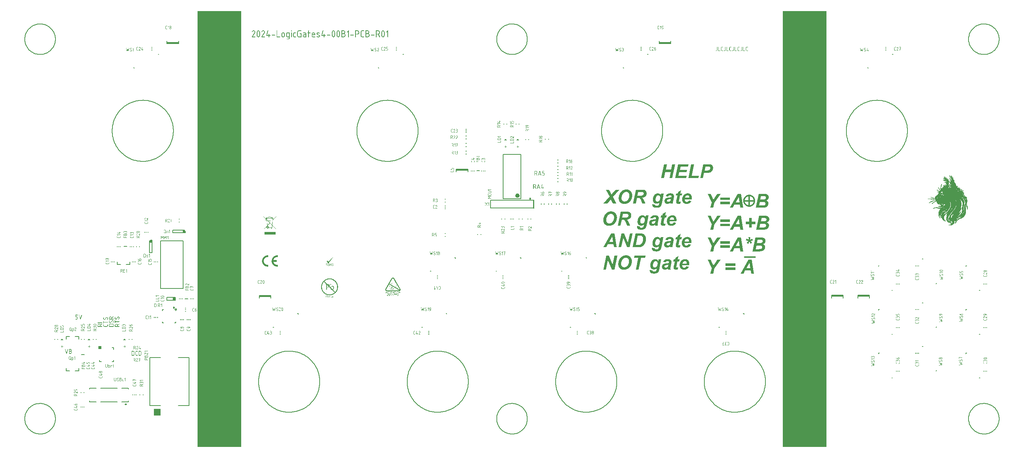
<source format=gto>
G04*
G04 #@! TF.GenerationSoftware,Altium Limited,Altium Designer,24.5.1 (21)*
G04*
G04 Layer_Color=12632256*
%FSLAX25Y25*%
%MOIN*%
G70*
G04*
G04 #@! TF.SameCoordinates,89CE71C2-79D1-448F-8852-A8AA6FA4BD66*
G04*
G04*
G04 #@! TF.FilePolarity,Positive*
G04*
G01*
G75*
%ADD10C,0.00787*%
%ADD11C,0.01968*%
%ADD12C,0.00984*%
%ADD13C,0.01181*%
%ADD14C,0.00394*%
%ADD15C,0.00500*%
%ADD16C,0.00100*%
%ADD17R,0.01083X0.07874*%
%ADD18R,0.02756X0.02953*%
%ADD19R,0.06299X0.06299*%
%ADD20R,0.10630X0.01181*%
%ADD21R,0.39370X3.93701*%
G36*
X46850Y96654D02*
X45276Y97835D01*
X43701Y96654D01*
X46850D01*
D02*
G37*
G36*
X71260D02*
X69685Y97835D01*
X68110Y96654D01*
X71260D01*
D02*
G37*
G36*
X103248D02*
X101673Y97835D01*
X100098Y96654D01*
X103248D01*
D02*
G37*
G36*
X145193Y132480D02*
X147441Y132480D01*
X147441Y135236D01*
X145193Y135236D01*
X145193Y132480D01*
D02*
G37*
G36*
X126378Y184547D02*
X126378Y186850D01*
X125207D01*
X124055Y185699D01*
X124055Y184547D01*
X126378D01*
D02*
G37*
G36*
X154233Y193405D02*
X156536Y193405D01*
Y194576D01*
X155384Y195728D01*
X154233Y195728D01*
Y193405D01*
D02*
G37*
G36*
X110963Y341831D02*
X109717Y343240D01*
Y341831D01*
X110963D01*
D02*
G37*
G36*
X257147Y120768D02*
X258394Y119358D01*
Y120768D01*
X257147D01*
D02*
G37*
G36*
X391005D02*
X392252Y119358D01*
Y120768D01*
X391005D01*
D02*
G37*
G36*
X398880Y171161D02*
X400126Y169752D01*
Y171161D01*
X398880D01*
D02*
G37*
G36*
X457935D02*
X459181Y169752D01*
Y171161D01*
X457935D01*
D02*
G37*
G36*
X331435Y341831D02*
X330189Y343240D01*
Y341831D01*
X331435D01*
D02*
G37*
G36*
X446457Y276969D02*
X444882Y278150D01*
X443307Y276969D01*
X446457D01*
D02*
G37*
G36*
X457480D02*
X455905Y278150D01*
X454331Y276969D01*
X457480D01*
D02*
G37*
G36*
X551908Y341831D02*
X550661D01*
Y343240D01*
X551908Y341831D01*
D02*
G37*
G36*
X772380Y341831D02*
X771134D01*
Y343240D01*
X772380Y341831D01*
D02*
G37*
G36*
X518236Y169752D02*
X516990Y171161D01*
X518236D01*
Y169752D01*
D02*
G37*
G36*
X859547Y162659D02*
Y163906D01*
X860957D01*
X859547Y162659D01*
D02*
G37*
G36*
X780807D02*
Y163906D01*
X782217D01*
X780807Y162659D01*
D02*
G37*
G36*
X833366Y147118D02*
X831956D01*
X833366Y148365D01*
Y147118D01*
D02*
G37*
G36*
X859547Y123289D02*
Y124535D01*
X860957D01*
X859547Y123289D01*
D02*
G37*
G36*
X780807D02*
Y124535D01*
X782217D01*
X780807Y123289D01*
D02*
G37*
G36*
X659969Y119358D02*
X658722Y120768D01*
X659969D01*
Y119358D01*
D02*
G37*
G36*
X526110D02*
X524864Y120768D01*
X526110D01*
Y119358D01*
D02*
G37*
G36*
X833366Y107748D02*
X831956D01*
X833366Y108994D01*
Y107748D01*
D02*
G37*
G36*
X859547Y83919D02*
Y85165D01*
X860957D01*
X859547Y83919D01*
D02*
G37*
G36*
X780807D02*
Y85165D01*
X782217D01*
X780807Y83919D01*
D02*
G37*
G36*
X833366Y68378D02*
X831956D01*
X833366Y69625D01*
Y68378D01*
D02*
G37*
G36*
X595209Y242675D02*
X592631D01*
X593806Y248315D01*
X588933D01*
X587748Y242675D01*
X585170D01*
X587794Y255284D01*
X590381D01*
X589370Y250419D01*
X594244D01*
X595255Y255284D01*
X597842D01*
X595209Y242675D01*
D02*
G37*
G36*
X628315Y255275D02*
X628434D01*
X628561Y255266D01*
X628716Y255257D01*
X628871Y255247D01*
X629044Y255229D01*
X629217Y255202D01*
X629581Y255147D01*
X629937Y255065D01*
X630101Y255011D01*
X630256Y254956D01*
X630265D01*
X630292Y254938D01*
X630328Y254919D01*
X630383Y254892D01*
X630456Y254856D01*
X630529Y254819D01*
X630711Y254701D01*
X630911Y254555D01*
X631012Y254473D01*
X631121Y254373D01*
X631221Y254263D01*
X631321Y254154D01*
X631422Y254027D01*
X631513Y253890D01*
X631522Y253881D01*
X631531Y253854D01*
X631558Y253817D01*
X631586Y253753D01*
X631622Y253690D01*
X631659Y253598D01*
X631704Y253498D01*
X631750Y253389D01*
X631795Y253261D01*
X631841Y253125D01*
X631877Y252979D01*
X631914Y252824D01*
X631941Y252660D01*
X631968Y252487D01*
X631977Y252305D01*
X631986Y252114D01*
Y252104D01*
Y252068D01*
Y252022D01*
X631977Y251950D01*
Y251868D01*
X631968Y251767D01*
X631959Y251649D01*
X631941Y251521D01*
X631923Y251385D01*
X631895Y251239D01*
X631832Y250929D01*
X631741Y250592D01*
X631613Y250255D01*
Y250246D01*
X631595Y250219D01*
X631576Y250164D01*
X631549Y250109D01*
X631513Y250027D01*
X631467Y249945D01*
X631413Y249845D01*
X631358Y249736D01*
X631230Y249508D01*
X631075Y249262D01*
X630893Y249025D01*
X630702Y248807D01*
X630693Y248797D01*
X630675Y248779D01*
X630647Y248752D01*
X630611Y248715D01*
X630556Y248670D01*
X630502Y248624D01*
X630356Y248506D01*
X630183Y248369D01*
X629991Y248233D01*
X629773Y248105D01*
X629545Y247987D01*
X629536D01*
X629518Y247978D01*
X629481Y247959D01*
X629436Y247941D01*
X629372Y247923D01*
X629290Y247896D01*
X629208Y247859D01*
X629108Y247832D01*
X628989Y247795D01*
X628862Y247768D01*
X628725Y247732D01*
X628579Y247695D01*
X628424Y247659D01*
X628251Y247631D01*
X628069Y247595D01*
X627878Y247568D01*
X627850D01*
X627814Y247558D01*
X627759D01*
X627687Y247549D01*
X627595Y247540D01*
X627486Y247531D01*
X627359D01*
X627213Y247522D01*
X627049Y247513D01*
X626858Y247504D01*
X626648Y247495D01*
X626420D01*
X626165Y247486D01*
X623924D01*
X622913Y242676D01*
X620335D01*
X622958Y255284D01*
X628224D01*
X628315Y255275D01*
D02*
G37*
G36*
X612682Y244780D02*
X619105Y244780D01*
X618668Y242676D01*
X609658Y242675D01*
X612282Y255284D01*
X614869Y255284D01*
X612682Y244780D01*
D02*
G37*
G36*
X609394Y253179D02*
X602634D01*
X602005Y250310D01*
X608565D01*
X608127Y248205D01*
X601541D01*
X600794Y244780D01*
X608146D01*
X607699Y242675D01*
X597842D01*
X600466Y255284D01*
X609831D01*
X609394Y253179D01*
D02*
G37*
G36*
X556775Y180326D02*
X554370D01*
X550963Y188798D01*
X549187Y180326D01*
X546781D01*
X549405Y192934D01*
X551819D01*
X555235Y184499D01*
X556994Y192934D01*
X559408D01*
X556775Y180326D01*
D02*
G37*
G36*
X593306Y189664D02*
X593452Y189655D01*
X593616Y189637D01*
X593807Y189609D01*
X594008Y189582D01*
X594208Y189546D01*
X594427Y189500D01*
X594645Y189445D01*
X594864Y189372D01*
X595064Y189290D01*
X595265Y189199D01*
X595456Y189090D01*
X595620Y188962D01*
X595629Y188953D01*
X595657Y188926D01*
X595702Y188890D01*
X595757Y188835D01*
X595821Y188762D01*
X595884Y188680D01*
X595966Y188589D01*
X596048Y188480D01*
X596121Y188361D01*
X596203Y188225D01*
X596267Y188079D01*
X596340Y187933D01*
X596385Y187769D01*
X596431Y187596D01*
X596458Y187414D01*
X596467Y187223D01*
Y187204D01*
Y187150D01*
Y187068D01*
X596458Y186958D01*
X596449Y186831D01*
X596431Y186685D01*
X596413Y186521D01*
X596385Y186348D01*
Y186339D01*
Y186321D01*
X596376Y186293D01*
X596367Y186248D01*
X596358Y186184D01*
X596340Y186093D01*
X596322Y185993D01*
X596294Y185865D01*
X596267Y185719D01*
X596231Y185546D01*
X596185Y185346D01*
X596139Y185118D01*
X596085Y184863D01*
X596021Y184581D01*
X595957Y184262D01*
X595875Y183906D01*
Y183888D01*
X595857Y183834D01*
X595839Y183752D01*
X595821Y183642D01*
X595793Y183506D01*
X595766Y183360D01*
X595729Y183187D01*
X595702Y183014D01*
X595629Y182631D01*
X595575Y182257D01*
X595556Y182075D01*
X595538Y181902D01*
X595520Y181756D01*
Y181620D01*
Y181611D01*
Y181593D01*
Y181565D01*
Y181520D01*
X595529Y181465D01*
Y181401D01*
X595538Y181319D01*
X595547Y181237D01*
X595566Y181046D01*
X595602Y180827D01*
X595657Y180590D01*
X595720Y180326D01*
X593324D01*
Y180335D01*
X593315Y180344D01*
X593306Y180372D01*
X593297Y180408D01*
X593270Y180508D01*
X593242Y180636D01*
X593215Y180791D01*
X593179Y180964D01*
X593160Y181155D01*
X593142Y181356D01*
X593133Y181346D01*
X593115Y181328D01*
X593088Y181301D01*
X593042Y181255D01*
X592997Y181210D01*
X592933Y181146D01*
X592860Y181082D01*
X592778Y181019D01*
X592596Y180864D01*
X592386Y180709D01*
X592140Y180563D01*
X591885Y180426D01*
X591876D01*
X591858Y180417D01*
X591812Y180399D01*
X591767Y180381D01*
X591703Y180353D01*
X591630Y180326D01*
X591539Y180299D01*
X591448Y180271D01*
X591229Y180208D01*
X590992Y180162D01*
X590737Y180126D01*
X590473Y180108D01*
X590427D01*
X590364Y180117D01*
X590282D01*
X590191Y180135D01*
X590081Y180144D01*
X589954Y180171D01*
X589817Y180199D01*
X589671Y180235D01*
X589516Y180290D01*
X589362Y180344D01*
X589207Y180417D01*
X589052Y180499D01*
X588897Y180599D01*
X588751Y180718D01*
X588605Y180845D01*
X588596Y180855D01*
X588578Y180882D01*
X588542Y180918D01*
X588487Y180982D01*
X588432Y181055D01*
X588369Y181146D01*
X588305Y181246D01*
X588241Y181365D01*
X588168Y181501D01*
X588104Y181647D01*
X588041Y181802D01*
X587986Y181975D01*
X587940Y182157D01*
X587904Y182349D01*
X587877Y182549D01*
X587867Y182768D01*
Y182786D01*
Y182822D01*
X587877Y182895D01*
Y182986D01*
X587895Y183096D01*
X587913Y183223D01*
X587931Y183369D01*
X587968Y183524D01*
X588013Y183688D01*
X588068Y183852D01*
X588132Y184034D01*
X588214Y184207D01*
X588305Y184380D01*
X588414Y184544D01*
X588533Y184708D01*
X588678Y184863D01*
X588687Y184872D01*
X588715Y184899D01*
X588769Y184936D01*
X588842Y184991D01*
X588933Y185054D01*
X589043Y185118D01*
X589179Y185200D01*
X589343Y185273D01*
X589535Y185355D01*
X589744Y185437D01*
X589981Y185519D01*
X590245Y185592D01*
X590537Y185665D01*
X590856Y185719D01*
X591202Y185774D01*
X591575Y185810D01*
X591621D01*
X591648Y185819D01*
X591739Y185829D01*
X591858Y185838D01*
X592003Y185847D01*
X592168Y185865D01*
X592341Y185883D01*
X592532Y185911D01*
X592924Y185965D01*
X593115Y185993D01*
X593306Y186020D01*
X593488Y186056D01*
X593652Y186093D01*
X593798Y186129D01*
X593926Y186166D01*
Y186175D01*
X593935Y186193D01*
X593944Y186211D01*
X593953Y186248D01*
X593980Y186348D01*
X594008Y186457D01*
X594035Y186594D01*
X594062Y186731D01*
X594081Y186858D01*
X594090Y186986D01*
Y186995D01*
Y187004D01*
X594081Y187049D01*
X594071Y187122D01*
X594053Y187213D01*
X594008Y187323D01*
X593953Y187432D01*
X593880Y187541D01*
X593771Y187642D01*
X593753Y187651D01*
X593707Y187687D01*
X593634Y187733D01*
X593534Y187778D01*
X593397Y187833D01*
X593233Y187869D01*
X593042Y187906D01*
X592823Y187915D01*
X592714D01*
X592659Y187906D01*
X592596Y187897D01*
X592441Y187878D01*
X592277Y187851D01*
X592104Y187796D01*
X591931Y187733D01*
X591776Y187642D01*
X591757Y187632D01*
X591712Y187596D01*
X591648Y187532D01*
X591575Y187441D01*
X591484Y187332D01*
X591402Y187204D01*
X591329Y187049D01*
X591266Y186876D01*
X588861Y187077D01*
X588870Y187095D01*
X588879Y187131D01*
X588906Y187195D01*
X588942Y187277D01*
X588988Y187377D01*
X589043Y187496D01*
X589116Y187632D01*
X589198Y187769D01*
X589289Y187924D01*
X589389Y188079D01*
X589507Y188234D01*
X589635Y188398D01*
X589781Y188552D01*
X589935Y188707D01*
X590109Y188844D01*
X590291Y188981D01*
X590300Y188990D01*
X590336Y189008D01*
X590400Y189044D01*
X590482Y189090D01*
X590582Y189145D01*
X590710Y189199D01*
X590856Y189263D01*
X591020Y189327D01*
X591202Y189391D01*
X591411Y189454D01*
X591630Y189509D01*
X591876Y189564D01*
X592131Y189609D01*
X592413Y189646D01*
X592705Y189664D01*
X593015Y189673D01*
X593188D01*
X593306Y189664D01*
D02*
G37*
G36*
X566268Y192925D02*
X566568D01*
X566723Y192916D01*
X566869D01*
X567006Y192907D01*
X567133D01*
X567242Y192898D01*
X567324Y192889D01*
X567361D01*
X567397Y192880D01*
X567461Y192871D01*
X567525Y192862D01*
X567607Y192852D01*
X567698Y192834D01*
X567789Y192816D01*
X568008Y192771D01*
X568245Y192716D01*
X568481Y192643D01*
X568718Y192561D01*
X568727D01*
X568746Y192552D01*
X568782Y192534D01*
X568828Y192515D01*
X568873Y192497D01*
X568937Y192461D01*
X569092Y192388D01*
X569265Y192297D01*
X569456Y192178D01*
X569648Y192042D01*
X569839Y191887D01*
X569848Y191878D01*
X569866Y191869D01*
X569884Y191841D01*
X569921Y191814D01*
X570021Y191723D01*
X570140Y191595D01*
X570276Y191449D01*
X570422Y191267D01*
X570568Y191067D01*
X570713Y190848D01*
Y190839D01*
X570732Y190821D01*
X570750Y190785D01*
X570777Y190739D01*
X570805Y190684D01*
X570841Y190611D01*
X570877Y190529D01*
X570923Y190447D01*
X570968Y190347D01*
X571014Y190238D01*
X571105Y189992D01*
X571196Y189728D01*
X571278Y189436D01*
Y189427D01*
X571287Y189400D01*
X571296Y189354D01*
X571306Y189299D01*
X571324Y189227D01*
X571342Y189136D01*
X571360Y189035D01*
X571378Y188926D01*
X571397Y188798D01*
X571415Y188662D01*
X571451Y188370D01*
X571469Y188051D01*
X571479Y187705D01*
Y187696D01*
Y187678D01*
Y187651D01*
Y187614D01*
Y187569D01*
X571469Y187505D01*
Y187441D01*
Y187359D01*
X571451Y187186D01*
X571433Y186977D01*
X571415Y186740D01*
X571378Y186485D01*
X571342Y186211D01*
X571287Y185920D01*
X571224Y185619D01*
X571151Y185319D01*
X571060Y185000D01*
X570950Y184690D01*
X570832Y184380D01*
X570695Y184080D01*
X570686Y184061D01*
X570659Y184007D01*
X570613Y183925D01*
X570559Y183815D01*
X570476Y183688D01*
X570385Y183533D01*
X570276Y183360D01*
X570158Y183178D01*
X570021Y182977D01*
X569875Y182777D01*
X569711Y182567D01*
X569538Y182358D01*
X569356Y182148D01*
X569156Y181948D01*
X568955Y181756D01*
X568737Y181574D01*
X568727Y181565D01*
X568691Y181547D01*
X568645Y181501D01*
X568573Y181456D01*
X568481Y181401D01*
X568372Y181328D01*
X568254Y181255D01*
X568108Y181173D01*
X567944Y181082D01*
X567771Y181000D01*
X567580Y180909D01*
X567370Y180818D01*
X567151Y180736D01*
X566915Y180654D01*
X566669Y180581D01*
X566404Y180508D01*
X566395D01*
X566368Y180499D01*
X566322Y180490D01*
X566250Y180481D01*
X566167Y180463D01*
X566058Y180454D01*
X565931Y180436D01*
X565794Y180417D01*
X565621Y180399D01*
X565439Y180381D01*
X565238Y180372D01*
X565010Y180353D01*
X564774Y180344D01*
X564509Y180335D01*
X564218Y180326D01*
X559472Y180326D01*
X562095Y192934D01*
X566113D01*
X566268Y192925D01*
D02*
G37*
G36*
X545123Y180326D02*
X542673D01*
X542254Y183114D01*
X537261D01*
X535740Y180326D01*
X533080D01*
X540195Y192934D01*
X543092D01*
X545123Y180326D01*
D02*
G37*
G36*
X609003Y189664D02*
X609112Y189655D01*
X609258Y189646D01*
X609422Y189618D01*
X609604Y189582D01*
X609804Y189546D01*
X610014Y189491D01*
X610223Y189418D01*
X610451Y189336D01*
X610670Y189236D01*
X610898Y189117D01*
X611107Y188981D01*
X611317Y188817D01*
X611508Y188635D01*
X611517Y188625D01*
X611553Y188589D01*
X611599Y188525D01*
X611663Y188443D01*
X611736Y188334D01*
X611827Y188206D01*
X611909Y188051D01*
X612009Y187878D01*
X612100Y187687D01*
X612191Y187468D01*
X612273Y187232D01*
X612346Y186967D01*
X612410Y186685D01*
X612455Y186384D01*
X612492Y186065D01*
X612501Y185719D01*
Y185710D01*
Y185683D01*
Y185628D01*
Y185574D01*
X612492Y185492D01*
Y185400D01*
X612483Y185300D01*
Y185182D01*
X612455Y184936D01*
X612428Y184663D01*
X612383Y184389D01*
X612328Y184116D01*
X606133D01*
Y184107D01*
Y184089D01*
Y184034D01*
X606124Y183952D01*
Y183888D01*
Y183879D01*
Y183852D01*
Y183797D01*
X606133Y183733D01*
X606142Y183660D01*
X606151Y183569D01*
X606170Y183469D01*
X606188Y183360D01*
X606251Y183132D01*
X606297Y183004D01*
X606343Y182886D01*
X606406Y182768D01*
X606470Y182640D01*
X606552Y182531D01*
X606643Y182422D01*
X606652Y182412D01*
X606671Y182394D01*
X606698Y182367D01*
X606734Y182340D01*
X606789Y182294D01*
X606844Y182248D01*
X606917Y182194D01*
X606998Y182148D01*
X607181Y182039D01*
X607399Y181957D01*
X607518Y181921D01*
X607645Y181893D01*
X607773Y181875D01*
X607909Y181866D01*
X607964D01*
X608028Y181875D01*
X608110Y181884D01*
X608219Y181902D01*
X608338Y181930D01*
X608474Y181975D01*
X608620Y182030D01*
X608766Y182094D01*
X608930Y182176D01*
X609085Y182285D01*
X609249Y182403D01*
X609404Y182549D01*
X609558Y182722D01*
X609704Y182913D01*
X609841Y183141D01*
X612055Y182768D01*
X612045Y182749D01*
X612027Y182713D01*
X611991Y182640D01*
X611936Y182549D01*
X611872Y182440D01*
X611790Y182312D01*
X611699Y182176D01*
X611599Y182021D01*
X611481Y181857D01*
X611344Y181693D01*
X611207Y181529D01*
X611053Y181365D01*
X610888Y181201D01*
X610706Y181046D01*
X610524Y180909D01*
X610324Y180773D01*
X610315Y180763D01*
X610278Y180745D01*
X610214Y180709D01*
X610132Y180672D01*
X610032Y180618D01*
X609914Y180563D01*
X609768Y180499D01*
X609613Y180445D01*
X609440Y180381D01*
X609258Y180317D01*
X609057Y180262D01*
X608848Y180208D01*
X608620Y180171D01*
X608392Y180135D01*
X608146Y180117D01*
X607900Y180108D01*
X607818D01*
X607727Y180117D01*
X607591Y180126D01*
X607436Y180144D01*
X607254Y180171D01*
X607053Y180208D01*
X606835Y180253D01*
X606607Y180317D01*
X606361Y180390D01*
X606115Y180481D01*
X605860Y180599D01*
X605614Y180727D01*
X605368Y180882D01*
X605131Y181064D01*
X604903Y181264D01*
X604894Y181283D01*
X604858Y181319D01*
X604794Y181383D01*
X604721Y181474D01*
X604639Y181593D01*
X604539Y181738D01*
X604439Y181902D01*
X604329Y182084D01*
X604220Y182303D01*
X604120Y182531D01*
X604020Y182786D01*
X603938Y183059D01*
X603865Y183351D01*
X603801Y183670D01*
X603764Y183997D01*
X603755Y184353D01*
Y184362D01*
Y184371D01*
Y184398D01*
Y184435D01*
Y184480D01*
X603764Y184535D01*
X603774Y184672D01*
X603792Y184836D01*
X603810Y185027D01*
X603847Y185237D01*
X603883Y185473D01*
X603938Y185728D01*
X604010Y185993D01*
X604092Y186266D01*
X604193Y186548D01*
X604311Y186840D01*
X604448Y187122D01*
X604612Y187414D01*
X604794Y187687D01*
Y187696D01*
X604812Y187705D01*
X604830Y187733D01*
X604858Y187769D01*
X604940Y187869D01*
X605058Y187997D01*
X605204Y188152D01*
X605377Y188316D01*
X605586Y188498D01*
X605832Y188680D01*
X606097Y188862D01*
X606406Y189044D01*
X606734Y189208D01*
X607099Y189363D01*
X607490Y189491D01*
X607909Y189591D01*
X608128Y189628D01*
X608356Y189655D01*
X608593Y189664D01*
X608839Y189673D01*
X608912D01*
X609003Y189664D01*
D02*
G37*
G36*
X602243Y189463D02*
X603755D01*
X603373Y187632D01*
X601870D01*
X601050Y183788D01*
Y183779D01*
X601041Y183742D01*
X601031Y183688D01*
X601013Y183624D01*
X601004Y183542D01*
X600986Y183451D01*
X600949Y183250D01*
X600904Y183041D01*
X600886Y182941D01*
X600877Y182850D01*
X600858Y182768D01*
X600849Y182695D01*
X600840Y182640D01*
Y182604D01*
Y182595D01*
Y182558D01*
X600849Y182503D01*
X600868Y182440D01*
X600886Y182367D01*
X600913Y182294D01*
X600959Y182221D01*
X601022Y182157D01*
X601031Y182148D01*
X601059Y182130D01*
X601104Y182112D01*
X601177Y182084D01*
X601259Y182048D01*
X601378Y182030D01*
X601514Y182012D01*
X601678Y182002D01*
X601769D01*
X601842Y182012D01*
X601952Y182021D01*
X602015D01*
X602097Y182030D01*
X602179Y182039D01*
X602270Y182048D01*
X602380Y182057D01*
X602498Y182066D01*
X602116Y180244D01*
X602107D01*
X602088Y180235D01*
X602052D01*
X602006Y180226D01*
X601952Y180217D01*
X601879Y180199D01*
X601797Y180190D01*
X601715Y180180D01*
X601514Y180153D01*
X601296Y180126D01*
X601050Y180117D01*
X600804Y180108D01*
X600676D01*
X600594Y180117D01*
X600485Y180126D01*
X600357Y180135D01*
X600221Y180153D01*
X600075Y180171D01*
X599765Y180226D01*
X599446Y180317D01*
X599292Y180381D01*
X599155Y180445D01*
X599018Y180517D01*
X598900Y180609D01*
X598891Y180618D01*
X598872Y180636D01*
X598845Y180663D01*
X598809Y180700D01*
X598763Y180754D01*
X598708Y180818D01*
X598663Y180891D01*
X598608Y180973D01*
X598544Y181064D01*
X598499Y181173D01*
X598444Y181283D01*
X598399Y181410D01*
X598362Y181547D01*
X598335Y181693D01*
X598317Y181848D01*
X598308Y182012D01*
Y182021D01*
Y182030D01*
Y182057D01*
X598317Y182103D01*
Y182157D01*
X598326Y182221D01*
X598335Y182312D01*
X598344Y182412D01*
X598362Y182531D01*
X598390Y182668D01*
X598408Y182831D01*
X598444Y183004D01*
X598481Y183205D01*
X598517Y183433D01*
X598572Y183679D01*
X598626Y183952D01*
X599419Y187632D01*
X598198D01*
X598581Y189463D01*
X599783D01*
X600084Y190912D01*
X602890Y192616D01*
X602243Y189463D01*
D02*
G37*
G36*
X581928Y189664D02*
X582001Y189655D01*
X582101Y189646D01*
X582201Y189637D01*
X582319Y189609D01*
X582575Y189555D01*
X582848Y189473D01*
X582994Y189418D01*
X583139Y189354D01*
X583276Y189272D01*
X583422Y189190D01*
X583431Y189181D01*
X583458Y189172D01*
X583495Y189145D01*
X583549Y189099D01*
X583613Y189054D01*
X583686Y188990D01*
X583768Y188926D01*
X583850Y188844D01*
X583941Y188753D01*
X584041Y188653D01*
X584141Y188534D01*
X584233Y188416D01*
X584333Y188288D01*
X584424Y188152D01*
X584515Y187997D01*
X584597Y187842D01*
X584916Y189463D01*
X587221D01*
X585781Y181820D01*
Y181811D01*
Y181802D01*
X585772Y181775D01*
X585763Y181738D01*
X585745Y181647D01*
X585718Y181529D01*
X585681Y181374D01*
X585645Y181210D01*
X585599Y181019D01*
X585544Y180818D01*
X585444Y180390D01*
X585326Y179962D01*
X585271Y179761D01*
X585217Y179570D01*
X585162Y179388D01*
X585107Y179233D01*
Y179224D01*
X585098Y179197D01*
X585080Y179160D01*
X585062Y179105D01*
X585034Y179042D01*
X585007Y178960D01*
X584934Y178787D01*
X584843Y178586D01*
X584734Y178377D01*
X584615Y178176D01*
X584488Y177985D01*
Y177976D01*
X584470Y177967D01*
X584424Y177912D01*
X584351Y177821D01*
X584251Y177712D01*
X584123Y177593D01*
X583968Y177466D01*
X583795Y177329D01*
X583604Y177211D01*
X583595D01*
X583577Y177201D01*
X583549Y177183D01*
X583513Y177156D01*
X583458Y177138D01*
X583394Y177101D01*
X583331Y177074D01*
X583249Y177038D01*
X583067Y176965D01*
X582848Y176892D01*
X582611Y176819D01*
X582347Y176764D01*
X582338D01*
X582310Y176755D01*
X582274D01*
X582219Y176746D01*
X582156Y176728D01*
X582074Y176719D01*
X581983Y176709D01*
X581873Y176691D01*
X581764Y176682D01*
X581645Y176664D01*
X581372Y176646D01*
X581081Y176628D01*
X580771Y176618D01*
X580643D01*
X580589Y176628D01*
X580452D01*
X580297Y176637D01*
X580106Y176655D01*
X579905Y176673D01*
X579678Y176700D01*
X579450Y176737D01*
X579204Y176782D01*
X578967Y176837D01*
X578721Y176901D01*
X578484Y176974D01*
X578257Y177065D01*
X578047Y177165D01*
X577846Y177284D01*
X577837Y177293D01*
X577801Y177311D01*
X577755Y177356D01*
X577692Y177411D01*
X577619Y177484D01*
X577537Y177575D01*
X577446Y177675D01*
X577355Y177803D01*
X577254Y177948D01*
X577172Y178112D01*
X577081Y178286D01*
X577008Y178486D01*
X576945Y178705D01*
X576899Y178942D01*
X576863Y179197D01*
X576854Y179479D01*
Y179488D01*
Y179506D01*
Y179543D01*
Y179588D01*
X576863Y179698D01*
X576881Y179834D01*
X579495Y179461D01*
Y179443D01*
Y179397D01*
X579505Y179324D01*
X579514Y179242D01*
X579523Y179142D01*
X579550Y179042D01*
X579577Y178951D01*
X579623Y178869D01*
X579632Y178859D01*
X579650Y178832D01*
X579678Y178796D01*
X579723Y178750D01*
X579778Y178695D01*
X579851Y178641D01*
X579933Y178577D01*
X580033Y178522D01*
X580051Y178513D01*
X580088Y178504D01*
X580151Y178477D01*
X580242Y178449D01*
X580352Y178422D01*
X580488Y178404D01*
X580652Y178386D01*
X580826Y178377D01*
X580907D01*
X580962Y178386D01*
X581035D01*
X581117Y178395D01*
X581208Y178404D01*
X581299Y178413D01*
X581518Y178459D01*
X581737Y178513D01*
X581955Y178586D01*
X582156Y178695D01*
X582174Y178705D01*
X582219Y178741D01*
X582283Y178796D01*
X582365Y178878D01*
X582465Y178987D01*
X582565Y179124D01*
X582666Y179279D01*
X582757Y179470D01*
X582766Y179488D01*
X582775Y179506D01*
X582784Y179543D01*
X582802Y179579D01*
X582811Y179634D01*
X582839Y179698D01*
X582857Y179771D01*
X582884Y179862D01*
X582912Y179971D01*
X582939Y180089D01*
X582975Y180217D01*
X583012Y180372D01*
X583048Y180536D01*
X583085Y180718D01*
X583130Y180918D01*
X583221Y181346D01*
X583203Y181337D01*
X583158Y181301D01*
X583085Y181246D01*
X582994Y181183D01*
X582866Y181100D01*
X582720Y181009D01*
X582556Y180918D01*
X582374Y180818D01*
X582174Y180718D01*
X581955Y180627D01*
X581727Y180536D01*
X581481Y180454D01*
X581236Y180390D01*
X580980Y180335D01*
X580707Y180299D01*
X580443Y180290D01*
X580388D01*
X580315Y180299D01*
X580224Y180308D01*
X580106Y180317D01*
X579978Y180335D01*
X579823Y180372D01*
X579669Y180408D01*
X579495Y180454D01*
X579322Y180517D01*
X579140Y180599D01*
X578949Y180682D01*
X578767Y180791D01*
X578584Y180918D01*
X578411Y181064D01*
X578247Y181228D01*
X578238Y181237D01*
X578211Y181274D01*
X578165Y181328D01*
X578111Y181401D01*
X578047Y181501D01*
X577974Y181620D01*
X577901Y181766D01*
X577819Y181930D01*
X577737Y182112D01*
X577664Y182321D01*
X577591Y182549D01*
X577528Y182795D01*
X577473Y183068D01*
X577427Y183360D01*
X577400Y183670D01*
X577391Y183997D01*
Y184007D01*
Y184016D01*
Y184070D01*
Y184152D01*
X577400Y184271D01*
X577409Y184417D01*
X577418Y184581D01*
X577437Y184763D01*
X577464Y184972D01*
X577491Y185191D01*
X577537Y185428D01*
X577582Y185674D01*
X577637Y185920D01*
X577701Y186184D01*
X577783Y186439D01*
X577874Y186694D01*
X577974Y186949D01*
X577983Y186967D01*
X578001Y187004D01*
X578038Y187077D01*
X578083Y187168D01*
X578138Y187277D01*
X578211Y187414D01*
X578302Y187550D01*
X578402Y187705D01*
X578512Y187869D01*
X578630Y188033D01*
X578767Y188206D01*
X578912Y188370D01*
X579067Y188534D01*
X579240Y188698D01*
X579423Y188844D01*
X579614Y188981D01*
X579623Y188990D01*
X579659Y189008D01*
X579723Y189044D01*
X579796Y189090D01*
X579896Y189145D01*
X580006Y189199D01*
X580133Y189263D01*
X580279Y189327D01*
X580434Y189391D01*
X580607Y189454D01*
X580780Y189509D01*
X580971Y189564D01*
X581163Y189609D01*
X581363Y189646D01*
X581563Y189664D01*
X581773Y189673D01*
X581864D01*
X581928Y189664D01*
D02*
G37*
G36*
X665455Y189427D02*
Y189409D01*
Y189363D01*
Y189309D01*
X665446Y189236D01*
Y189145D01*
X665437Y189044D01*
X665427Y188917D01*
X665418Y188762D01*
X665400Y188598D01*
X665382Y188407D01*
X665354Y188197D01*
X665336Y187970D01*
X665300Y187714D01*
X665263Y187432D01*
X665227Y187131D01*
X665236D01*
X665263Y187150D01*
X665309Y187168D01*
X665382Y187195D01*
X665482Y187241D01*
X665610Y187295D01*
X665774Y187368D01*
X665865Y187414D01*
X665965Y187459D01*
X665974D01*
X666001Y187478D01*
X666038Y187496D01*
X666092Y187523D01*
X666165Y187550D01*
X666247Y187587D01*
X666338Y187623D01*
X666439Y187669D01*
X666657Y187769D01*
X666894Y187869D01*
X667149Y187970D01*
X667395Y188070D01*
X667851Y186512D01*
X667841D01*
X667805Y186503D01*
X667750Y186494D01*
X667677Y186476D01*
X667586Y186457D01*
X667486Y186430D01*
X667359Y186403D01*
X667213Y186375D01*
X667058Y186348D01*
X666894Y186311D01*
X666712Y186275D01*
X666511Y186248D01*
X666311Y186202D01*
X666092Y186166D01*
X665637Y186093D01*
X666666Y184936D01*
X666685Y184918D01*
X666721Y184881D01*
X666776Y184808D01*
X666849Y184735D01*
X666921Y184644D01*
X667003Y184544D01*
X667085Y184453D01*
X667158Y184362D01*
X665846Y183496D01*
X664680Y185410D01*
X664671Y185400D01*
X664653Y185364D01*
X664626Y185319D01*
X664589Y185246D01*
X664544Y185164D01*
X664480Y185063D01*
X664416Y184945D01*
X664334Y184817D01*
X664252Y184672D01*
X664161Y184517D01*
X664061Y184353D01*
X663961Y184180D01*
X663733Y183815D01*
X663487Y183433D01*
X662184Y184435D01*
X662193Y184444D01*
X662212Y184462D01*
X662248Y184508D01*
X662293Y184553D01*
X662348Y184617D01*
X662412Y184690D01*
X662494Y184772D01*
X662576Y184863D01*
X662767Y185063D01*
X662986Y185291D01*
X663223Y185528D01*
X663469Y185765D01*
X663478Y185774D01*
X663514Y185810D01*
X663560Y185847D01*
X663615Y185901D01*
X663724Y186011D01*
X663769Y186056D01*
X663806Y186093D01*
X663797D01*
X663760Y186102D01*
X663724Y186111D01*
X663687D01*
X663633Y186129D01*
X663569Y186138D01*
X663496Y186157D01*
X663414Y186175D01*
X663314Y186193D01*
X663195Y186220D01*
X663068Y186248D01*
X662922Y186284D01*
X662758Y186321D01*
X662576Y186366D01*
X662567D01*
X662549Y186375D01*
X662503Y186384D01*
X662458Y186393D01*
X662403Y186412D01*
X662330Y186430D01*
X662184Y186466D01*
X662020Y186512D01*
X661865Y186557D01*
X661729Y186603D01*
X661665Y186621D01*
X661619Y186639D01*
X662130Y188152D01*
X662139Y188143D01*
X662184Y188134D01*
X662239Y188106D01*
X662321Y188070D01*
X662421Y188033D01*
X662530Y187979D01*
X662658Y187924D01*
X662804Y187860D01*
X662950Y187787D01*
X663113Y187705D01*
X663450Y187541D01*
X663797Y187350D01*
X664134Y187150D01*
Y187168D01*
X664125Y187213D01*
X664115Y187286D01*
X664097Y187377D01*
X664088Y187505D01*
X664070Y187642D01*
X664052Y187787D01*
X664034Y187960D01*
X664006Y188134D01*
X663988Y188325D01*
X663961Y188698D01*
X663933Y189081D01*
X663924Y189263D01*
Y189436D01*
X665455D01*
Y189427D01*
D02*
G37*
G36*
X633178Y181283D02*
X632194Y176618D01*
X629616D01*
X630636Y181529D01*
X627165Y189227D01*
X629917D01*
X631484Y185665D01*
X631493Y185646D01*
X631511Y185610D01*
X631538Y185546D01*
X631575Y185455D01*
X631620Y185346D01*
X631666Y185227D01*
X631730Y185091D01*
X631784Y184954D01*
X631912Y184653D01*
X632030Y184344D01*
X632094Y184198D01*
X632139Y184061D01*
X632194Y183934D01*
X632231Y183815D01*
Y183824D01*
X632249Y183843D01*
X632267Y183870D01*
X632285Y183915D01*
X632322Y183961D01*
X632358Y184025D01*
X632440Y184171D01*
X632549Y184353D01*
X632677Y184553D01*
X632814Y184772D01*
X632969Y185000D01*
X634162Y186667D01*
X635938Y189227D01*
X638954D01*
X633178Y181283D01*
D02*
G37*
G36*
X647116Y183633D02*
X638307D01*
Y185856D01*
X647116D01*
Y183633D01*
D02*
G37*
G36*
Y179807D02*
X638307D01*
Y182030D01*
X647116D01*
Y179807D01*
D02*
G37*
G36*
X675002Y189218D02*
X675157D01*
X675476Y189208D01*
X675804Y189190D01*
X675958Y189181D01*
X676104Y189163D01*
X676232Y189154D01*
X676350Y189136D01*
X676359D01*
X676396Y189127D01*
X676441Y189117D01*
X676505Y189108D01*
X676587Y189090D01*
X676678Y189072D01*
X676778Y189054D01*
X676897Y189026D01*
X677143Y188953D01*
X677407Y188862D01*
X677671Y188753D01*
X677926Y188616D01*
X677935D01*
X677954Y188598D01*
X677990Y188580D01*
X678036Y188543D01*
X678090Y188507D01*
X678145Y188461D01*
X678291Y188343D01*
X678455Y188197D01*
X678619Y188024D01*
X678773Y187815D01*
X678910Y187587D01*
Y187578D01*
X678928Y187559D01*
X678937Y187523D01*
X678965Y187478D01*
X678992Y187414D01*
X679019Y187341D01*
X679047Y187259D01*
X679083Y187168D01*
X679111Y187068D01*
X679138Y186958D01*
X679193Y186721D01*
X679229Y186448D01*
X679247Y186166D01*
Y186157D01*
Y186120D01*
Y186065D01*
X679238Y185993D01*
X679229Y185901D01*
X679220Y185792D01*
X679202Y185674D01*
X679174Y185546D01*
X679102Y185264D01*
X679056Y185109D01*
X679001Y184954D01*
X678937Y184799D01*
X678856Y184644D01*
X678764Y184490D01*
X678664Y184344D01*
X678655Y184335D01*
X678637Y184307D01*
X678600Y184271D01*
X678555Y184216D01*
X678491Y184152D01*
X678418Y184080D01*
X678327Y183997D01*
X678218Y183915D01*
X678099Y183824D01*
X677972Y183724D01*
X677817Y183633D01*
X677662Y183533D01*
X677480Y183442D01*
X677289Y183351D01*
X677079Y183269D01*
X676860Y183187D01*
X676869D01*
X676906Y183178D01*
X676952Y183159D01*
X677024Y183132D01*
X677097Y183105D01*
X677198Y183068D01*
X677298Y183023D01*
X677416Y182968D01*
X677653Y182831D01*
X677908Y182668D01*
X678026Y182576D01*
X678154Y182467D01*
X678263Y182358D01*
X678373Y182230D01*
X678382Y182221D01*
X678400Y182203D01*
X678427Y182157D01*
X678455Y182112D01*
X678500Y182048D01*
X678546Y181966D01*
X678591Y181884D01*
X678646Y181784D01*
X678701Y181675D01*
X678746Y181556D01*
X678837Y181292D01*
X678865Y181155D01*
X678892Y181000D01*
X678910Y180845D01*
X678919Y180691D01*
Y180682D01*
Y180636D01*
Y180581D01*
X678910Y180499D01*
X678901Y180399D01*
X678883Y180281D01*
X678865Y180144D01*
X678837Y179998D01*
X678801Y179834D01*
X678764Y179661D01*
X678710Y179488D01*
X678646Y179297D01*
X678573Y179105D01*
X678482Y178914D01*
X678391Y178723D01*
X678272Y178532D01*
X678263Y178522D01*
X678245Y178486D01*
X678209Y178431D01*
X678154Y178368D01*
X678090Y178286D01*
X678008Y178185D01*
X677917Y178076D01*
X677808Y177967D01*
X677689Y177848D01*
X677553Y177730D01*
X677407Y177602D01*
X677243Y177484D01*
X677079Y177366D01*
X676888Y177256D01*
X676696Y177156D01*
X676487Y177065D01*
X676478Y177056D01*
X676432Y177047D01*
X676369Y177028D01*
X676277Y176992D01*
X676159Y176965D01*
X676022Y176928D01*
X675858Y176883D01*
X675676Y176846D01*
X675457Y176801D01*
X675230Y176764D01*
X674975Y176719D01*
X674692Y176691D01*
X674401Y176664D01*
X674082Y176637D01*
X673736Y176628D01*
X673380Y176618D01*
X667441D01*
X670064Y189227D01*
X674856D01*
X675002Y189218D01*
D02*
G37*
G36*
X659023Y176618D02*
X656572D01*
X656153Y179406D01*
X651161Y179406D01*
X649640Y176618D01*
X646980D01*
X654095Y189227D01*
X656991Y189227D01*
X659023Y176618D01*
D02*
G37*
G36*
X633178Y220653D02*
X632194Y215989D01*
X629616D01*
X630636Y220899D01*
X627165Y228597D01*
X629917D01*
X631484Y225035D01*
X631493Y225017D01*
X631511Y224980D01*
X631538Y224916D01*
X631575Y224825D01*
X631620Y224716D01*
X631666Y224598D01*
X631730Y224461D01*
X631784Y224324D01*
X631912Y224024D01*
X632030Y223714D01*
X632094Y223568D01*
X632139Y223431D01*
X632194Y223304D01*
X632231Y223185D01*
Y223195D01*
X632249Y223213D01*
X632267Y223240D01*
X632285Y223286D01*
X632322Y223331D01*
X632358Y223395D01*
X632440Y223541D01*
X632549Y223723D01*
X632677Y223923D01*
X632814Y224142D01*
X632969Y224370D01*
X634162Y226037D01*
X635938Y228597D01*
X638954D01*
X633178Y220653D01*
D02*
G37*
G36*
X647116Y223003D02*
X638307D01*
Y225226D01*
X647116D01*
Y223003D01*
D02*
G37*
G36*
Y219177D02*
X638307D01*
Y221400D01*
X647116D01*
Y219177D01*
D02*
G37*
G36*
X677935Y228588D02*
X678090D01*
X678409Y228579D01*
X678737Y228560D01*
X678892Y228551D01*
X679038Y228533D01*
X679165Y228524D01*
X679284Y228506D01*
X679293D01*
X679329Y228497D01*
X679375Y228487D01*
X679439Y228478D01*
X679521Y228460D01*
X679612Y228442D01*
X679712Y228424D01*
X679830Y228396D01*
X680076Y228324D01*
X680340Y228233D01*
X680605Y228123D01*
X680860Y227987D01*
X680869D01*
X680887Y227968D01*
X680924Y227950D01*
X680969Y227914D01*
X681024Y227877D01*
X681078Y227832D01*
X681224Y227713D01*
X681388Y227567D01*
X681552Y227394D01*
X681707Y227185D01*
X681844Y226957D01*
Y226948D01*
X681862Y226930D01*
X681871Y226893D01*
X681898Y226848D01*
X681926Y226784D01*
X681953Y226711D01*
X681980Y226629D01*
X682017Y226538D01*
X682044Y226438D01*
X682071Y226328D01*
X682126Y226092D01*
X682162Y225818D01*
X682181Y225536D01*
Y225527D01*
Y225490D01*
Y225436D01*
X682172Y225363D01*
X682162Y225272D01*
X682153Y225162D01*
X682135Y225044D01*
X682108Y224916D01*
X682035Y224634D01*
X681989Y224479D01*
X681935Y224324D01*
X681871Y224169D01*
X681789Y224014D01*
X681698Y223860D01*
X681598Y223714D01*
X681589Y223705D01*
X681570Y223677D01*
X681534Y223641D01*
X681488Y223586D01*
X681425Y223523D01*
X681352Y223450D01*
X681261Y223368D01*
X681151Y223286D01*
X681033Y223195D01*
X680905Y223094D01*
X680750Y223003D01*
X680595Y222903D01*
X680413Y222812D01*
X680222Y222721D01*
X680013Y222639D01*
X679794Y222557D01*
X679803D01*
X679839Y222548D01*
X679885Y222530D01*
X679958Y222502D01*
X680031Y222475D01*
X680131Y222439D01*
X680231Y222393D01*
X680350Y222338D01*
X680586Y222202D01*
X680841Y222038D01*
X680960Y221947D01*
X681087Y221837D01*
X681197Y221728D01*
X681306Y221600D01*
X681315Y221591D01*
X681333Y221573D01*
X681361Y221528D01*
X681388Y221482D01*
X681434Y221418D01*
X681479Y221336D01*
X681525Y221254D01*
X681579Y221154D01*
X681634Y221045D01*
X681680Y220926D01*
X681771Y220662D01*
X681798Y220525D01*
X681825Y220371D01*
X681844Y220216D01*
X681853Y220061D01*
Y220052D01*
Y220006D01*
Y219952D01*
X681844Y219869D01*
X681835Y219769D01*
X681816Y219651D01*
X681798Y219514D01*
X681771Y219368D01*
X681734Y219204D01*
X681698Y219031D01*
X681643Y218858D01*
X681579Y218667D01*
X681506Y218476D01*
X681415Y218284D01*
X681324Y218093D01*
X681206Y217902D01*
X681197Y217893D01*
X681179Y217856D01*
X681142Y217801D01*
X681087Y217738D01*
X681024Y217656D01*
X680942Y217555D01*
X680851Y217446D01*
X680741Y217337D01*
X680623Y217218D01*
X680486Y217100D01*
X680340Y216972D01*
X680176Y216854D01*
X680013Y216736D01*
X679821Y216626D01*
X679630Y216526D01*
X679420Y216435D01*
X679411Y216426D01*
X679366Y216417D01*
X679302Y216399D01*
X679211Y216362D01*
X679092Y216335D01*
X678956Y216298D01*
X678792Y216253D01*
X678610Y216216D01*
X678391Y216171D01*
X678163Y216134D01*
X677908Y216089D01*
X677626Y216061D01*
X677334Y216034D01*
X677015Y216007D01*
X676669Y215998D01*
X676314Y215989D01*
X670374D01*
X672998Y228597D01*
X677790D01*
X677935Y228588D01*
D02*
G37*
G36*
X659023Y215989D02*
X656572D01*
X656153Y218776D01*
X651161Y218776D01*
X649640Y215989D01*
X646980D01*
X654095Y228597D01*
X656991Y228597D01*
X659023Y215989D01*
D02*
G37*
G36*
X633178Y161270D02*
X632194Y156605D01*
X629616D01*
X630636Y161516D01*
X627165Y169214D01*
X629917D01*
X631484Y165652D01*
X631493Y165633D01*
X631511Y165597D01*
X631538Y165533D01*
X631575Y165442D01*
X631620Y165333D01*
X631666Y165214D01*
X631730Y165078D01*
X631784Y164941D01*
X631912Y164640D01*
X632030Y164331D01*
X632094Y164185D01*
X632139Y164048D01*
X632194Y163921D01*
X632231Y163802D01*
Y163811D01*
X632249Y163830D01*
X632267Y163857D01*
X632285Y163902D01*
X632322Y163948D01*
X632358Y164012D01*
X632440Y164158D01*
X632549Y164340D01*
X632677Y164540D01*
X632814Y164759D01*
X632969Y164987D01*
X634162Y166654D01*
X635938Y169214D01*
X638954D01*
X633178Y161270D01*
D02*
G37*
G36*
X652008Y163620D02*
X643199D01*
Y165843D01*
X652008D01*
Y163620D01*
D02*
G37*
G36*
Y159794D02*
X643199D01*
Y162017D01*
X652008D01*
Y159794D01*
D02*
G37*
G36*
X668807Y156605D02*
X666357D01*
X665938Y159393D01*
X660945D01*
X659424Y156605D01*
X656764D01*
X663879Y169214D01*
X666776D01*
X668807Y156605D01*
D02*
G37*
G36*
X579833Y209240D02*
X579978Y209231D01*
X580142Y209212D01*
X580334Y209185D01*
X580534Y209158D01*
X580734Y209121D01*
X580953Y209076D01*
X581172Y209021D01*
X581390Y208948D01*
X581591Y208866D01*
X581791Y208775D01*
X581983Y208666D01*
X582147Y208538D01*
X582156Y208529D01*
X582183Y208502D01*
X582228Y208465D01*
X582283Y208411D01*
X582347Y208338D01*
X582411Y208256D01*
X582493Y208165D01*
X582575Y208055D01*
X582648Y207937D01*
X582729Y207800D01*
X582793Y207655D01*
X582866Y207509D01*
X582912Y207345D01*
X582957Y207172D01*
X582985Y206990D01*
X582994Y206798D01*
Y206780D01*
Y206725D01*
Y206643D01*
X582985Y206534D01*
X582975Y206406D01*
X582957Y206261D01*
X582939Y206097D01*
X582912Y205924D01*
Y205915D01*
Y205896D01*
X582903Y205869D01*
X582894Y205823D01*
X582884Y205760D01*
X582866Y205669D01*
X582848Y205568D01*
X582821Y205441D01*
X582793Y205295D01*
X582757Y205122D01*
X582711Y204922D01*
X582666Y204694D01*
X582611Y204439D01*
X582547Y204156D01*
X582483Y203837D01*
X582402Y203482D01*
Y203464D01*
X582383Y203409D01*
X582365Y203327D01*
X582347Y203218D01*
X582319Y203081D01*
X582292Y202936D01*
X582256Y202763D01*
X582228Y202589D01*
X582156Y202207D01*
X582101Y201833D01*
X582083Y201651D01*
X582064Y201478D01*
X582046Y201332D01*
Y201196D01*
Y201186D01*
Y201168D01*
Y201141D01*
Y201095D01*
X582055Y201041D01*
Y200977D01*
X582064Y200895D01*
X582074Y200813D01*
X582092Y200622D01*
X582128Y200403D01*
X582183Y200166D01*
X582247Y199902D01*
X579851D01*
Y199911D01*
X579842Y199920D01*
X579833Y199948D01*
X579823Y199984D01*
X579796Y200084D01*
X579769Y200212D01*
X579741Y200367D01*
X579705Y200540D01*
X579687Y200731D01*
X579669Y200931D01*
X579659Y200922D01*
X579641Y200904D01*
X579614Y200877D01*
X579568Y200831D01*
X579523Y200786D01*
X579459Y200722D01*
X579386Y200658D01*
X579304Y200594D01*
X579122Y200440D01*
X578912Y200285D01*
X578666Y200139D01*
X578411Y200002D01*
X578402D01*
X578384Y199993D01*
X578338Y199975D01*
X578293Y199957D01*
X578229Y199929D01*
X578156Y199902D01*
X578065Y199875D01*
X577974Y199847D01*
X577755Y199784D01*
X577519Y199738D01*
X577263Y199701D01*
X576999Y199683D01*
X576954D01*
X576890Y199692D01*
X576808D01*
X576717Y199711D01*
X576608Y199720D01*
X576480Y199747D01*
X576343Y199774D01*
X576198Y199811D01*
X576043Y199865D01*
X575888Y199920D01*
X575733Y199993D01*
X575578Y200075D01*
X575423Y200175D01*
X575278Y200294D01*
X575132Y200421D01*
X575123Y200430D01*
X575104Y200458D01*
X575068Y200494D01*
X575013Y200558D01*
X574959Y200631D01*
X574895Y200722D01*
X574831Y200822D01*
X574767Y200940D01*
X574694Y201077D01*
X574631Y201223D01*
X574567Y201378D01*
X574512Y201551D01*
X574467Y201733D01*
X574430Y201924D01*
X574403Y202125D01*
X574394Y202344D01*
Y202362D01*
Y202398D01*
X574403Y202471D01*
Y202562D01*
X574421Y202671D01*
X574439Y202799D01*
X574458Y202945D01*
X574494Y203100D01*
X574540Y203264D01*
X574594Y203428D01*
X574658Y203610D01*
X574740Y203783D01*
X574831Y203956D01*
X574940Y204120D01*
X575059Y204284D01*
X575205Y204439D01*
X575214Y204448D01*
X575241Y204475D01*
X575296Y204512D01*
X575369Y204566D01*
X575460Y204630D01*
X575569Y204694D01*
X575706Y204776D01*
X575870Y204849D01*
X576061Y204931D01*
X576270Y205013D01*
X576507Y205095D01*
X576772Y205168D01*
X577063Y205240D01*
X577382Y205295D01*
X577728Y205350D01*
X578102Y205386D01*
X578147D01*
X578174Y205395D01*
X578266Y205404D01*
X578384Y205414D01*
X578530Y205423D01*
X578694Y205441D01*
X578867Y205459D01*
X579058Y205486D01*
X579450Y205541D01*
X579641Y205568D01*
X579833Y205596D01*
X580015Y205632D01*
X580179Y205669D01*
X580324Y205705D01*
X580452Y205742D01*
Y205751D01*
X580461Y205769D01*
X580470Y205787D01*
X580479Y205823D01*
X580507Y205924D01*
X580534Y206033D01*
X580561Y206170D01*
X580589Y206306D01*
X580607Y206434D01*
X580616Y206561D01*
Y206571D01*
Y206580D01*
X580607Y206625D01*
X580598Y206698D01*
X580580Y206789D01*
X580534Y206898D01*
X580479Y207008D01*
X580406Y207117D01*
X580297Y207217D01*
X580279Y207226D01*
X580233Y207263D01*
X580161Y207308D01*
X580060Y207354D01*
X579924Y207409D01*
X579760Y207445D01*
X579568Y207482D01*
X579350Y207491D01*
X579240D01*
X579186Y207482D01*
X579122Y207472D01*
X578967Y207454D01*
X578803Y207427D01*
X578630Y207372D01*
X578457Y207308D01*
X578302Y207217D01*
X578284Y207208D01*
X578238Y207172D01*
X578174Y207108D01*
X578102Y207017D01*
X578011Y206908D01*
X577928Y206780D01*
X577856Y206625D01*
X577792Y206452D01*
X575387Y206652D01*
X575396Y206671D01*
X575405Y206707D01*
X575432Y206771D01*
X575469Y206853D01*
X575514Y206953D01*
X575569Y207071D01*
X575642Y207208D01*
X575724Y207345D01*
X575815Y207500D01*
X575915Y207655D01*
X576034Y207809D01*
X576161Y207973D01*
X576307Y208128D01*
X576462Y208283D01*
X576635Y208420D01*
X576817Y208557D01*
X576826Y208566D01*
X576863Y208584D01*
X576926Y208620D01*
X577008Y208666D01*
X577109Y208720D01*
X577236Y208775D01*
X577382Y208839D01*
X577546Y208903D01*
X577728Y208966D01*
X577938Y209030D01*
X578156Y209085D01*
X578402Y209139D01*
X578657Y209185D01*
X578940Y209222D01*
X579231Y209240D01*
X579541Y209249D01*
X579714D01*
X579833Y209240D01*
D02*
G37*
G36*
X554589Y212501D02*
X554735Y212492D01*
X554889Y212483D01*
X555053Y212474D01*
X555226Y212456D01*
X555418Y212437D01*
X555782Y212383D01*
X556146Y212310D01*
X556320Y212264D01*
X556474Y212210D01*
X556484D01*
X556511Y212191D01*
X556557Y212173D01*
X556611Y212155D01*
X556675Y212119D01*
X556757Y212073D01*
X556848Y212018D01*
X556939Y211964D01*
X557039Y211891D01*
X557149Y211809D01*
X557258Y211718D01*
X557367Y211617D01*
X557477Y211508D01*
X557577Y211390D01*
X557686Y211262D01*
X557777Y211116D01*
X557786Y211107D01*
X557795Y211080D01*
X557823Y211034D01*
X557859Y210980D01*
X557896Y210898D01*
X557932Y210807D01*
X557978Y210706D01*
X558032Y210588D01*
X558078Y210451D01*
X558123Y210306D01*
X558160Y210151D01*
X558196Y209978D01*
X558233Y209795D01*
X558260Y209613D01*
X558269Y209413D01*
X558278Y209203D01*
Y209185D01*
Y209130D01*
X558269Y209048D01*
X558260Y208939D01*
X558251Y208793D01*
X558224Y208639D01*
X558196Y208456D01*
X558160Y208265D01*
X558105Y208065D01*
X558041Y207846D01*
X557969Y207627D01*
X557868Y207400D01*
X557759Y207181D01*
X557631Y206962D01*
X557486Y206744D01*
X557313Y206543D01*
X557303Y206534D01*
X557267Y206498D01*
X557212Y206443D01*
X557130Y206379D01*
X557030Y206297D01*
X556903Y206206D01*
X556757Y206097D01*
X556593Y205996D01*
X556392Y205887D01*
X556183Y205778D01*
X555946Y205669D01*
X555682Y205559D01*
X555390Y205468D01*
X555090Y205386D01*
X554753Y205313D01*
X554397Y205259D01*
X554406Y205250D01*
X554416Y205240D01*
X554443Y205213D01*
X554479Y205177D01*
X554525Y205131D01*
X554580Y205076D01*
X554707Y204940D01*
X554844Y204776D01*
X555008Y204575D01*
X555172Y204339D01*
X555336Y204074D01*
X555345Y204056D01*
X555372Y204001D01*
X555427Y203920D01*
X555491Y203801D01*
X555573Y203646D01*
X555664Y203464D01*
X555782Y203245D01*
X555900Y202999D01*
X556037Y202717D01*
X556192Y202407D01*
X556347Y202061D01*
X556520Y201688D01*
X556702Y201287D01*
X556884Y200858D01*
X557076Y200394D01*
X557276Y199902D01*
X554489D01*
Y199911D01*
X554470Y199957D01*
X554452Y200011D01*
X554425Y200102D01*
X554379Y200221D01*
X554334Y200358D01*
X554270Y200521D01*
X554197Y200722D01*
X554115Y200940D01*
X554015Y201186D01*
X553915Y201451D01*
X553787Y201751D01*
X553659Y202079D01*
X553505Y202434D01*
X553341Y202817D01*
X553167Y203227D01*
X553158Y203245D01*
X553140Y203282D01*
X553113Y203345D01*
X553076Y203428D01*
X553022Y203528D01*
X552967Y203637D01*
X552903Y203755D01*
X552821Y203892D01*
X552657Y204165D01*
X552457Y204439D01*
X552357Y204557D01*
X552247Y204676D01*
X552138Y204776D01*
X552029Y204867D01*
X552011Y204876D01*
X551992Y204894D01*
X551956Y204903D01*
X551910Y204931D01*
X551865Y204949D01*
X551801Y204967D01*
X551728Y204995D01*
X551646Y205022D01*
X551546Y205040D01*
X551446Y205067D01*
X551327Y205086D01*
X551200Y205095D01*
X551054Y205113D01*
X550899Y205122D01*
X549678D01*
X548585Y199902D01*
X546007D01*
X548631Y212510D01*
X554470D01*
X554589Y212501D01*
D02*
G37*
G36*
X595529Y209240D02*
X595638Y209231D01*
X595784Y209222D01*
X595948Y209194D01*
X596130Y209158D01*
X596331Y209121D01*
X596540Y209067D01*
X596750Y208994D01*
X596978Y208912D01*
X597196Y208811D01*
X597424Y208693D01*
X597633Y208557D01*
X597843Y208393D01*
X598034Y208210D01*
X598043Y208201D01*
X598080Y208165D01*
X598125Y208101D01*
X598189Y208019D01*
X598262Y207910D01*
X598353Y207782D01*
X598435Y207627D01*
X598535Y207454D01*
X598626Y207263D01*
X598717Y207044D01*
X598800Y206807D01*
X598872Y206543D01*
X598936Y206261D01*
X598982Y205960D01*
X599018Y205641D01*
X599027Y205295D01*
Y205286D01*
Y205259D01*
Y205204D01*
Y205149D01*
X599018Y205067D01*
Y204976D01*
X599009Y204876D01*
Y204758D01*
X598982Y204512D01*
X598954Y204238D01*
X598909Y203965D01*
X598854Y203692D01*
X592659D01*
Y203683D01*
Y203664D01*
Y203610D01*
X592650Y203528D01*
Y203464D01*
Y203455D01*
Y203428D01*
Y203373D01*
X592659Y203309D01*
X592668Y203236D01*
X592678Y203145D01*
X592696Y203045D01*
X592714Y202936D01*
X592778Y202708D01*
X592823Y202580D01*
X592869Y202462D01*
X592933Y202344D01*
X592997Y202216D01*
X593078Y202107D01*
X593169Y201997D01*
X593179Y201988D01*
X593197Y201970D01*
X593224Y201943D01*
X593261Y201915D01*
X593315Y201870D01*
X593370Y201824D01*
X593443Y201769D01*
X593525Y201724D01*
X593707Y201615D01*
X593926Y201533D01*
X594044Y201496D01*
X594172Y201469D01*
X594299Y201451D01*
X594436Y201442D01*
X594490D01*
X594554Y201451D01*
X594636Y201460D01*
X594746Y201478D01*
X594864Y201505D01*
X595001Y201551D01*
X595146Y201606D01*
X595292Y201669D01*
X595456Y201751D01*
X595611Y201861D01*
X595775Y201979D01*
X595930Y202125D01*
X596085Y202298D01*
X596231Y202489D01*
X596367Y202717D01*
X598581Y202344D01*
X598572Y202325D01*
X598554Y202289D01*
X598517Y202216D01*
X598462Y202125D01*
X598399Y202015D01*
X598317Y201888D01*
X598226Y201751D01*
X598125Y201596D01*
X598007Y201432D01*
X597870Y201269D01*
X597734Y201104D01*
X597579Y200940D01*
X597415Y200777D01*
X597233Y200622D01*
X597050Y200485D01*
X596850Y200348D01*
X596841Y200339D01*
X596804Y200321D01*
X596741Y200285D01*
X596659Y200248D01*
X596559Y200194D01*
X596440Y200139D01*
X596294Y200075D01*
X596139Y200020D01*
X595966Y199957D01*
X595784Y199893D01*
X595584Y199838D01*
X595374Y199784D01*
X595146Y199747D01*
X594919Y199711D01*
X594673Y199692D01*
X594427Y199683D01*
X594345D01*
X594254Y199692D01*
X594117Y199701D01*
X593962Y199720D01*
X593780Y199747D01*
X593579Y199784D01*
X593361Y199829D01*
X593133Y199893D01*
X592887Y199966D01*
X592641Y200057D01*
X592386Y200175D01*
X592140Y200303D01*
X591894Y200458D01*
X591657Y200640D01*
X591430Y200840D01*
X591420Y200858D01*
X591384Y200895D01*
X591320Y200959D01*
X591247Y201050D01*
X591165Y201168D01*
X591065Y201314D01*
X590965Y201478D01*
X590856Y201660D01*
X590746Y201879D01*
X590646Y202107D01*
X590546Y202362D01*
X590464Y202635D01*
X590391Y202926D01*
X590327Y203245D01*
X590291Y203573D01*
X590282Y203929D01*
Y203938D01*
Y203947D01*
Y203974D01*
Y204011D01*
Y204056D01*
X590291Y204111D01*
X590300Y204247D01*
X590318Y204411D01*
X590336Y204603D01*
X590373Y204812D01*
X590409Y205049D01*
X590464Y205304D01*
X590537Y205568D01*
X590619Y205842D01*
X590719Y206124D01*
X590837Y206416D01*
X590974Y206698D01*
X591138Y206990D01*
X591320Y207263D01*
Y207272D01*
X591338Y207281D01*
X591357Y207308D01*
X591384Y207345D01*
X591466Y207445D01*
X591584Y207573D01*
X591730Y207728D01*
X591903Y207891D01*
X592113Y208074D01*
X592359Y208256D01*
X592623Y208438D01*
X592933Y208620D01*
X593261Y208784D01*
X593625Y208939D01*
X594017Y209067D01*
X594436Y209167D01*
X594655Y209203D01*
X594882Y209231D01*
X595119Y209240D01*
X595365Y209249D01*
X595438D01*
X595529Y209240D01*
D02*
G37*
G36*
X588769Y209039D02*
X590282D01*
X589899Y207208D01*
X588396D01*
X587576Y203364D01*
Y203355D01*
X587567Y203318D01*
X587558Y203264D01*
X587540Y203200D01*
X587531Y203118D01*
X587512Y203027D01*
X587476Y202826D01*
X587430Y202617D01*
X587412Y202517D01*
X587403Y202425D01*
X587385Y202344D01*
X587376Y202271D01*
X587366Y202216D01*
Y202180D01*
Y202170D01*
Y202134D01*
X587376Y202079D01*
X587394Y202015D01*
X587412Y201943D01*
X587439Y201870D01*
X587485Y201797D01*
X587549Y201733D01*
X587558Y201724D01*
X587585Y201706D01*
X587631Y201688D01*
X587704Y201660D01*
X587785Y201624D01*
X587904Y201606D01*
X588041Y201587D01*
X588205Y201578D01*
X588296D01*
X588369Y201587D01*
X588478Y201596D01*
X588542D01*
X588624Y201606D01*
X588706Y201615D01*
X588797Y201624D01*
X588906Y201633D01*
X589024Y201642D01*
X588642Y199820D01*
X588633D01*
X588615Y199811D01*
X588578D01*
X588533Y199802D01*
X588478Y199793D01*
X588405Y199774D01*
X588323Y199765D01*
X588241Y199756D01*
X588041Y199729D01*
X587822Y199701D01*
X587576Y199692D01*
X587330Y199683D01*
X587203D01*
X587120Y199692D01*
X587011Y199701D01*
X586884Y199711D01*
X586747Y199729D01*
X586601Y199747D01*
X586292Y199802D01*
X585973Y199893D01*
X585818Y199957D01*
X585681Y200020D01*
X585544Y200093D01*
X585426Y200184D01*
X585417Y200194D01*
X585399Y200212D01*
X585371Y200239D01*
X585335Y200275D01*
X585289Y200330D01*
X585235Y200394D01*
X585189Y200467D01*
X585135Y200549D01*
X585071Y200640D01*
X585025Y200749D01*
X584971Y200858D01*
X584925Y200986D01*
X584889Y201123D01*
X584861Y201269D01*
X584843Y201423D01*
X584834Y201587D01*
Y201596D01*
Y201606D01*
Y201633D01*
X584843Y201678D01*
Y201733D01*
X584852Y201797D01*
X584861Y201888D01*
X584870Y201988D01*
X584889Y202107D01*
X584916Y202243D01*
X584934Y202407D01*
X584971Y202580D01*
X585007Y202781D01*
X585043Y203009D01*
X585098Y203254D01*
X585153Y203528D01*
X585945Y207208D01*
X584725D01*
X585107Y209039D01*
X586310D01*
X586610Y210488D01*
X589416Y212191D01*
X588769Y209039D01*
D02*
G37*
G36*
X540277Y212711D02*
X540350D01*
X540423Y212702D01*
X540514D01*
X540705Y212674D01*
X540933Y212647D01*
X541188Y212601D01*
X541470Y212538D01*
X541762Y212465D01*
X542072Y212364D01*
X542381Y212246D01*
X542700Y212109D01*
X543010Y211936D01*
X543320Y211745D01*
X543611Y211517D01*
X543894Y211262D01*
X543912Y211244D01*
X543957Y211198D01*
X544030Y211116D01*
X544121Y210998D01*
X544231Y210852D01*
X544349Y210679D01*
X544486Y210470D01*
X544622Y210233D01*
X544750Y209968D01*
X544886Y209677D01*
X545005Y209367D01*
X545114Y209021D01*
X545205Y208657D01*
X545278Y208265D01*
X545324Y207846D01*
X545342Y207409D01*
Y207400D01*
Y207390D01*
Y207354D01*
Y207317D01*
Y207272D01*
X545333Y207208D01*
Y207144D01*
X545324Y207071D01*
X545315Y206889D01*
X545296Y206680D01*
X545260Y206443D01*
X545224Y206179D01*
X545178Y205896D01*
X545114Y205587D01*
X545041Y205268D01*
X544950Y204940D01*
X544841Y204594D01*
X544713Y204247D01*
X544568Y203901D01*
X544404Y203546D01*
Y203537D01*
X544395Y203528D01*
X544376Y203500D01*
X544358Y203464D01*
X544304Y203364D01*
X544231Y203236D01*
X544139Y203081D01*
X544021Y202899D01*
X543885Y202699D01*
X543730Y202489D01*
X543556Y202261D01*
X543365Y202025D01*
X543156Y201788D01*
X542928Y201551D01*
X542691Y201314D01*
X542427Y201086D01*
X542144Y200877D01*
X541853Y200676D01*
X541835Y200667D01*
X541780Y200631D01*
X541689Y200585D01*
X541571Y200521D01*
X541416Y200449D01*
X541243Y200358D01*
X541033Y200266D01*
X540796Y200175D01*
X540541Y200084D01*
X540259Y199993D01*
X539958Y199911D01*
X539639Y199829D01*
X539311Y199765D01*
X538956Y199720D01*
X538591Y199683D01*
X538218Y199674D01*
X538136D01*
X538045Y199683D01*
X537926D01*
X537772Y199701D01*
X537599Y199720D01*
X537398Y199738D01*
X537189Y199774D01*
X536961Y199820D01*
X536715Y199865D01*
X536469Y199929D01*
X536223Y200011D01*
X535977Y200102D01*
X535731Y200203D01*
X535485Y200330D01*
X535257Y200467D01*
X535248Y200476D01*
X535203Y200503D01*
X535148Y200549D01*
X535066Y200612D01*
X534966Y200685D01*
X534856Y200786D01*
X534729Y200895D01*
X534601Y201013D01*
X534465Y201150D01*
X534319Y201305D01*
X534182Y201469D01*
X534036Y201642D01*
X533909Y201833D01*
X533781Y202025D01*
X533663Y202234D01*
X533563Y202453D01*
X533554Y202471D01*
X533545Y202507D01*
X533517Y202571D01*
X533490Y202653D01*
X533454Y202763D01*
X533408Y202890D01*
X533362Y203036D01*
X533317Y203200D01*
X533271Y203373D01*
X533226Y203555D01*
X533189Y203755D01*
X533144Y203956D01*
X533089Y204393D01*
X533080Y204612D01*
X533071Y204840D01*
Y204849D01*
Y204894D01*
Y204949D01*
X533080Y205031D01*
Y205140D01*
X533089Y205259D01*
X533098Y205395D01*
X533116Y205550D01*
X533125Y205723D01*
X533153Y205906D01*
X533180Y206097D01*
X533208Y206306D01*
X533289Y206734D01*
X533399Y207190D01*
Y207199D01*
X533408Y207208D01*
X533417Y207263D01*
X533444Y207354D01*
X533481Y207472D01*
X533526Y207618D01*
X533581Y207782D01*
X533654Y207973D01*
X533727Y208174D01*
X533818Y208393D01*
X533918Y208629D01*
X534027Y208866D01*
X534146Y209112D01*
X534282Y209358D01*
X534419Y209604D01*
X534574Y209841D01*
X534738Y210078D01*
X534747Y210096D01*
X534784Y210133D01*
X534829Y210196D01*
X534902Y210278D01*
X534993Y210379D01*
X535093Y210506D01*
X535221Y210633D01*
X535358Y210779D01*
X535512Y210925D01*
X535685Y211089D01*
X535877Y211244D01*
X536077Y211408D01*
X536287Y211572D01*
X536515Y211727D01*
X536760Y211873D01*
X537006Y212009D01*
X537025Y212018D01*
X537070Y212036D01*
X537143Y212073D01*
X537243Y212119D01*
X537380Y212173D01*
X537535Y212237D01*
X537708Y212301D01*
X537908Y212364D01*
X538127Y212428D01*
X538364Y212492D01*
X538628Y212556D01*
X538901Y212610D01*
X539184Y212656D01*
X539484Y212692D01*
X539803Y212711D01*
X540122Y212720D01*
X540222D01*
X540277Y212711D01*
D02*
G37*
G36*
X568454Y209240D02*
X568527Y209231D01*
X568627Y209222D01*
X568727Y209212D01*
X568846Y209185D01*
X569101Y209130D01*
X569374Y209048D01*
X569520Y208994D01*
X569666Y208930D01*
X569802Y208848D01*
X569948Y208766D01*
X569957Y208757D01*
X569985Y208748D01*
X570021Y208720D01*
X570076Y208675D01*
X570140Y208629D01*
X570212Y208566D01*
X570294Y208502D01*
X570376Y208420D01*
X570467Y208329D01*
X570568Y208228D01*
X570668Y208110D01*
X570759Y207992D01*
X570859Y207864D01*
X570950Y207728D01*
X571041Y207573D01*
X571123Y207418D01*
X571442Y209039D01*
X573747D01*
X572308Y201396D01*
Y201387D01*
Y201378D01*
X572298Y201350D01*
X572289Y201314D01*
X572271Y201223D01*
X572244Y201104D01*
X572207Y200950D01*
X572171Y200786D01*
X572125Y200594D01*
X572071Y200394D01*
X571971Y199966D01*
X571852Y199538D01*
X571798Y199337D01*
X571743Y199146D01*
X571688Y198964D01*
X571633Y198809D01*
Y198800D01*
X571624Y198772D01*
X571606Y198736D01*
X571588Y198681D01*
X571561Y198617D01*
X571533Y198536D01*
X571460Y198362D01*
X571369Y198162D01*
X571260Y197952D01*
X571142Y197752D01*
X571014Y197561D01*
Y197552D01*
X570996Y197543D01*
X570950Y197488D01*
X570877Y197397D01*
X570777Y197287D01*
X570650Y197169D01*
X570495Y197041D01*
X570322Y196905D01*
X570130Y196786D01*
X570121D01*
X570103Y196777D01*
X570076Y196759D01*
X570039Y196732D01*
X569985Y196713D01*
X569921Y196677D01*
X569857Y196650D01*
X569775Y196613D01*
X569593Y196540D01*
X569374Y196467D01*
X569137Y196395D01*
X568873Y196340D01*
X568864D01*
X568837Y196331D01*
X568800D01*
X568746Y196322D01*
X568682Y196303D01*
X568600Y196294D01*
X568509Y196285D01*
X568399Y196267D01*
X568290Y196258D01*
X568172Y196240D01*
X567898Y196221D01*
X567607Y196203D01*
X567297Y196194D01*
X567170D01*
X567115Y196203D01*
X566978D01*
X566823Y196212D01*
X566632Y196231D01*
X566432Y196249D01*
X566204Y196276D01*
X565976Y196313D01*
X565730Y196358D01*
X565493Y196413D01*
X565247Y196477D01*
X565010Y196549D01*
X564783Y196641D01*
X564573Y196741D01*
X564373Y196859D01*
X564364Y196868D01*
X564327Y196887D01*
X564282Y196932D01*
X564218Y196987D01*
X564145Y197060D01*
X564063Y197151D01*
X563972Y197251D01*
X563881Y197379D01*
X563781Y197524D01*
X563699Y197688D01*
X563608Y197861D01*
X563535Y198062D01*
X563471Y198280D01*
X563425Y198517D01*
X563389Y198772D01*
X563380Y199055D01*
Y199064D01*
Y199082D01*
Y199118D01*
Y199164D01*
X563389Y199273D01*
X563407Y199410D01*
X566022Y199037D01*
Y199018D01*
Y198973D01*
X566031Y198900D01*
X566040Y198818D01*
X566049Y198718D01*
X566076Y198617D01*
X566104Y198526D01*
X566149Y198444D01*
X566158Y198435D01*
X566177Y198408D01*
X566204Y198372D01*
X566250Y198326D01*
X566304Y198271D01*
X566377Y198217D01*
X566459Y198153D01*
X566559Y198098D01*
X566577Y198089D01*
X566614Y198080D01*
X566678Y198053D01*
X566769Y198025D01*
X566878Y197998D01*
X567015Y197980D01*
X567179Y197961D01*
X567352Y197952D01*
X567434D01*
X567488Y197961D01*
X567561D01*
X567643Y197971D01*
X567734Y197980D01*
X567826Y197989D01*
X568044Y198034D01*
X568263Y198089D01*
X568481Y198162D01*
X568682Y198271D01*
X568700Y198280D01*
X568746Y198317D01*
X568809Y198372D01*
X568891Y198453D01*
X568992Y198563D01*
X569092Y198699D01*
X569192Y198854D01*
X569283Y199046D01*
X569292Y199064D01*
X569301Y199082D01*
X569311Y199118D01*
X569329Y199155D01*
X569338Y199210D01*
X569365Y199273D01*
X569383Y199346D01*
X569411Y199437D01*
X569438Y199547D01*
X569465Y199665D01*
X569502Y199793D01*
X569538Y199948D01*
X569575Y200112D01*
X569611Y200294D01*
X569657Y200494D01*
X569748Y200922D01*
X569730Y200913D01*
X569684Y200877D01*
X569611Y200822D01*
X569520Y200758D01*
X569392Y200676D01*
X569247Y200585D01*
X569083Y200494D01*
X568900Y200394D01*
X568700Y200294D01*
X568481Y200203D01*
X568254Y200112D01*
X568008Y200029D01*
X567762Y199966D01*
X567507Y199911D01*
X567233Y199875D01*
X566969Y199865D01*
X566915D01*
X566842Y199875D01*
X566751Y199884D01*
X566632Y199893D01*
X566505Y199911D01*
X566350Y199948D01*
X566195Y199984D01*
X566022Y200029D01*
X565849Y200093D01*
X565666Y200175D01*
X565475Y200257D01*
X565293Y200367D01*
X565111Y200494D01*
X564938Y200640D01*
X564774Y200804D01*
X564765Y200813D01*
X564737Y200849D01*
X564692Y200904D01*
X564637Y200977D01*
X564573Y201077D01*
X564500Y201196D01*
X564428Y201341D01*
X564346Y201505D01*
X564263Y201688D01*
X564191Y201897D01*
X564118Y202125D01*
X564054Y202371D01*
X563999Y202644D01*
X563954Y202936D01*
X563927Y203245D01*
X563917Y203573D01*
Y203582D01*
Y203591D01*
Y203646D01*
Y203728D01*
X563927Y203847D01*
X563936Y203992D01*
X563945Y204156D01*
X563963Y204339D01*
X563990Y204548D01*
X564018Y204767D01*
X564063Y205004D01*
X564109Y205250D01*
X564163Y205496D01*
X564227Y205760D01*
X564309Y206015D01*
X564400Y206270D01*
X564500Y206525D01*
X564509Y206543D01*
X564528Y206580D01*
X564564Y206652D01*
X564610Y206744D01*
X564664Y206853D01*
X564737Y206990D01*
X564828Y207126D01*
X564928Y207281D01*
X565038Y207445D01*
X565156Y207609D01*
X565293Y207782D01*
X565439Y207946D01*
X565594Y208110D01*
X565767Y208274D01*
X565949Y208420D01*
X566140Y208557D01*
X566149Y208566D01*
X566186Y208584D01*
X566250Y208620D01*
X566322Y208666D01*
X566423Y208720D01*
X566532Y208775D01*
X566659Y208839D01*
X566805Y208903D01*
X566960Y208966D01*
X567133Y209030D01*
X567306Y209085D01*
X567498Y209139D01*
X567689Y209185D01*
X567889Y209222D01*
X568090Y209240D01*
X568299Y209249D01*
X568390D01*
X568454Y209240D01*
D02*
G37*
G36*
X541643Y225673D02*
X544741Y219696D01*
X541817D01*
X540851Y221528D01*
X540842Y221546D01*
X540814Y221591D01*
X540778Y221664D01*
X540732Y221764D01*
X540669Y221883D01*
X540596Y222019D01*
X540523Y222174D01*
X540441Y222338D01*
X540277Y222675D01*
X540113Y223022D01*
X540031Y223185D01*
X539967Y223340D01*
X539903Y223486D01*
X539849Y223614D01*
Y223605D01*
X539830Y223586D01*
X539812Y223559D01*
X539776Y223514D01*
X539730Y223450D01*
X539676Y223377D01*
X539603Y223286D01*
X539512Y223176D01*
X539411Y223049D01*
X539293Y222903D01*
X539147Y222739D01*
X538992Y222557D01*
X538810Y222347D01*
X538610Y222120D01*
X538391Y221865D01*
X538145Y221591D01*
X536433Y219696D01*
X533071D01*
X538637Y226037D01*
X535503Y232305D01*
X538209D01*
X539448Y229991D01*
Y229982D01*
X539457Y229972D01*
X539466Y229945D01*
X539484Y229918D01*
X539512Y229863D01*
X539539Y229808D01*
X539575Y229727D01*
X539621Y229635D01*
X539676Y229517D01*
X539748Y229380D01*
X539830Y229216D01*
X539922Y229034D01*
X540031Y228816D01*
X540159Y228570D01*
X540295Y228287D01*
X540304Y228269D01*
X540322Y228232D01*
X540359Y228160D01*
X540404Y228059D01*
X540414Y228078D01*
X540450Y228114D01*
X540505Y228178D01*
X540578Y228269D01*
X540669Y228369D01*
X540769Y228497D01*
X540887Y228633D01*
X541015Y228788D01*
X541152Y228943D01*
X541288Y229107D01*
X541580Y229453D01*
X541871Y229790D01*
X542017Y229954D01*
X542154Y230109D01*
X544121Y232305D01*
X547410D01*
X541643Y225673D01*
D02*
G37*
G36*
X593652Y229034D02*
X593798Y229025D01*
X593962Y229007D01*
X594153Y228979D01*
X594354Y228952D01*
X594554Y228916D01*
X594773Y228870D01*
X594992Y228816D01*
X595210Y228743D01*
X595411Y228661D01*
X595611Y228570D01*
X595802Y228460D01*
X595966Y228333D01*
X595975Y228324D01*
X596003Y228296D01*
X596048Y228260D01*
X596103Y228205D01*
X596167Y228132D01*
X596231Y228050D01*
X596313Y227959D01*
X596394Y227850D01*
X596467Y227731D01*
X596549Y227595D01*
X596613Y227449D01*
X596686Y227303D01*
X596732Y227139D01*
X596777Y226966D01*
X596804Y226784D01*
X596814Y226593D01*
Y226574D01*
Y226520D01*
Y226438D01*
X596804Y226328D01*
X596795Y226201D01*
X596777Y226055D01*
X596759Y225891D01*
X596732Y225718D01*
Y225709D01*
Y225691D01*
X596723Y225663D01*
X596713Y225618D01*
X596704Y225554D01*
X596686Y225463D01*
X596668Y225363D01*
X596640Y225235D01*
X596613Y225090D01*
X596577Y224916D01*
X596531Y224716D01*
X596486Y224488D01*
X596431Y224233D01*
X596367Y223951D01*
X596303Y223632D01*
X596221Y223277D01*
Y223258D01*
X596203Y223204D01*
X596185Y223122D01*
X596167Y223012D01*
X596139Y222876D01*
X596112Y222730D01*
X596076Y222557D01*
X596048Y222384D01*
X595975Y222001D01*
X595921Y221628D01*
X595902Y221445D01*
X595884Y221272D01*
X595866Y221127D01*
Y220990D01*
Y220981D01*
Y220963D01*
Y220935D01*
Y220890D01*
X595875Y220835D01*
Y220771D01*
X595884Y220689D01*
X595893Y220607D01*
X595912Y220416D01*
X595948Y220197D01*
X596003Y219961D01*
X596067Y219696D01*
X593671D01*
Y219706D01*
X593661Y219715D01*
X593652Y219742D01*
X593643Y219778D01*
X593616Y219879D01*
X593589Y220006D01*
X593561Y220161D01*
X593525Y220334D01*
X593507Y220525D01*
X593488Y220726D01*
X593479Y220717D01*
X593461Y220698D01*
X593434Y220671D01*
X593388Y220626D01*
X593343Y220580D01*
X593279Y220516D01*
X593206Y220452D01*
X593124Y220389D01*
X592942Y220234D01*
X592732Y220079D01*
X592486Y219933D01*
X592231Y219797D01*
X592222D01*
X592204Y219788D01*
X592158Y219769D01*
X592113Y219751D01*
X592049Y219724D01*
X591976Y219696D01*
X591885Y219669D01*
X591794Y219642D01*
X591575Y219578D01*
X591338Y219532D01*
X591083Y219496D01*
X590819Y219478D01*
X590774D01*
X590710Y219487D01*
X590628D01*
X590537Y219505D01*
X590427Y219514D01*
X590300Y219542D01*
X590163Y219569D01*
X590018Y219605D01*
X589863Y219660D01*
X589708Y219715D01*
X589553Y219788D01*
X589398Y219869D01*
X589243Y219970D01*
X589097Y220088D01*
X588952Y220216D01*
X588942Y220225D01*
X588924Y220252D01*
X588888Y220288D01*
X588833Y220352D01*
X588778Y220425D01*
X588715Y220516D01*
X588651Y220617D01*
X588587Y220735D01*
X588514Y220872D01*
X588451Y221017D01*
X588387Y221172D01*
X588332Y221345D01*
X588287Y221528D01*
X588250Y221719D01*
X588223Y221919D01*
X588214Y222138D01*
Y222156D01*
Y222193D01*
X588223Y222265D01*
Y222357D01*
X588241Y222466D01*
X588259Y222593D01*
X588277Y222739D01*
X588314Y222894D01*
X588359Y223058D01*
X588414Y223222D01*
X588478Y223404D01*
X588560Y223577D01*
X588651Y223750D01*
X588760Y223914D01*
X588879Y224078D01*
X589024Y224233D01*
X589034Y224242D01*
X589061Y224270D01*
X589116Y224306D01*
X589188Y224361D01*
X589280Y224425D01*
X589389Y224488D01*
X589526Y224570D01*
X589689Y224643D01*
X589881Y224725D01*
X590090Y224807D01*
X590327Y224889D01*
X590591Y224962D01*
X590883Y225035D01*
X591202Y225090D01*
X591548Y225144D01*
X591922Y225181D01*
X591967D01*
X591994Y225190D01*
X592086Y225199D01*
X592204Y225208D01*
X592350Y225217D01*
X592514Y225235D01*
X592687Y225254D01*
X592878Y225281D01*
X593270Y225336D01*
X593461Y225363D01*
X593652Y225390D01*
X593835Y225427D01*
X593999Y225463D01*
X594144Y225499D01*
X594272Y225536D01*
Y225545D01*
X594281Y225563D01*
X594290Y225581D01*
X594299Y225618D01*
X594326Y225718D01*
X594354Y225827D01*
X594381Y225964D01*
X594409Y226101D01*
X594427Y226228D01*
X594436Y226356D01*
Y226365D01*
Y226374D01*
X594427Y226420D01*
X594418Y226492D01*
X594399Y226584D01*
X594354Y226693D01*
X594299Y226802D01*
X594226Y226911D01*
X594117Y227012D01*
X594099Y227021D01*
X594053Y227057D01*
X593980Y227103D01*
X593880Y227148D01*
X593744Y227203D01*
X593579Y227239D01*
X593388Y227276D01*
X593169Y227285D01*
X593060D01*
X593006Y227276D01*
X592942Y227267D01*
X592787Y227249D01*
X592623Y227221D01*
X592450Y227167D01*
X592277Y227103D01*
X592122Y227012D01*
X592104Y227003D01*
X592058Y226966D01*
X591994Y226902D01*
X591922Y226811D01*
X591830Y226702D01*
X591748Y226574D01*
X591676Y226420D01*
X591612Y226247D01*
X589207Y226447D01*
X589216Y226465D01*
X589225Y226501D01*
X589252Y226565D01*
X589289Y226647D01*
X589334Y226747D01*
X589389Y226866D01*
X589462Y227003D01*
X589544Y227139D01*
X589635Y227294D01*
X589735Y227449D01*
X589853Y227604D01*
X589981Y227768D01*
X590127Y227923D01*
X590282Y228078D01*
X590455Y228214D01*
X590637Y228351D01*
X590646Y228360D01*
X590683Y228378D01*
X590746Y228415D01*
X590828Y228460D01*
X590929Y228515D01*
X591056Y228570D01*
X591202Y228633D01*
X591366Y228697D01*
X591548Y228761D01*
X591757Y228825D01*
X591976Y228879D01*
X592222Y228934D01*
X592477Y228979D01*
X592760Y229016D01*
X593051Y229034D01*
X593361Y229043D01*
X593534D01*
X593652Y229034D01*
D02*
G37*
G36*
X568409Y232295D02*
X568554Y232286D01*
X568709Y232277D01*
X568873Y232268D01*
X569046Y232250D01*
X569238Y232232D01*
X569602Y232177D01*
X569966Y232104D01*
X570140Y232059D01*
X570294Y232004D01*
X570303D01*
X570331Y231986D01*
X570376Y231967D01*
X570431Y231949D01*
X570495Y231913D01*
X570577Y231867D01*
X570668Y231813D01*
X570759Y231758D01*
X570859Y231685D01*
X570968Y231603D01*
X571078Y231512D01*
X571187Y231412D01*
X571296Y231302D01*
X571397Y231184D01*
X571506Y231057D01*
X571597Y230911D01*
X571606Y230902D01*
X571615Y230874D01*
X571643Y230829D01*
X571679Y230774D01*
X571715Y230692D01*
X571752Y230601D01*
X571798Y230501D01*
X571852Y230382D01*
X571898Y230246D01*
X571943Y230100D01*
X571980Y229945D01*
X572016Y229772D01*
X572053Y229590D01*
X572080Y229408D01*
X572089Y229207D01*
X572098Y228998D01*
Y228979D01*
Y228925D01*
X572089Y228843D01*
X572080Y228733D01*
X572071Y228588D01*
X572044Y228433D01*
X572016Y228251D01*
X571980Y228059D01*
X571925Y227859D01*
X571861Y227640D01*
X571788Y227422D01*
X571688Y227194D01*
X571579Y226975D01*
X571451Y226757D01*
X571306Y226538D01*
X571133Y226338D01*
X571123Y226328D01*
X571087Y226292D01*
X571032Y226237D01*
X570950Y226174D01*
X570850Y226092D01*
X570722Y226000D01*
X570577Y225891D01*
X570413Y225791D01*
X570212Y225682D01*
X570003Y225572D01*
X569766Y225463D01*
X569502Y225354D01*
X569210Y225263D01*
X568910Y225181D01*
X568573Y225108D01*
X568217Y225053D01*
X568226Y225044D01*
X568235Y225035D01*
X568263Y225008D01*
X568299Y224971D01*
X568345Y224925D01*
X568399Y224871D01*
X568527Y224734D01*
X568664Y224570D01*
X568828Y224370D01*
X568992Y224133D01*
X569156Y223869D01*
X569165Y223850D01*
X569192Y223796D01*
X569247Y223714D01*
X569311Y223595D01*
X569392Y223441D01*
X569484Y223258D01*
X569602Y223040D01*
X569720Y222794D01*
X569857Y222511D01*
X570012Y222202D01*
X570167Y221855D01*
X570340Y221482D01*
X570522Y221081D01*
X570704Y220653D01*
X570896Y220188D01*
X571096Y219696D01*
X568308D01*
Y219706D01*
X568290Y219751D01*
X568272Y219806D01*
X568245Y219897D01*
X568199Y220015D01*
X568153Y220152D01*
X568090Y220316D01*
X568017Y220516D01*
X567935Y220735D01*
X567835Y220981D01*
X567734Y221245D01*
X567607Y221546D01*
X567479Y221874D01*
X567324Y222229D01*
X567161Y222612D01*
X566987Y223022D01*
X566978Y223040D01*
X566960Y223076D01*
X566933Y223140D01*
X566896Y223222D01*
X566842Y223322D01*
X566787Y223431D01*
X566723Y223550D01*
X566641Y223687D01*
X566477Y223960D01*
X566277Y224233D01*
X566177Y224352D01*
X566067Y224470D01*
X565958Y224570D01*
X565849Y224661D01*
X565830Y224670D01*
X565812Y224689D01*
X565776Y224698D01*
X565730Y224725D01*
X565685Y224743D01*
X565621Y224762D01*
X565548Y224789D01*
X565466Y224816D01*
X565366Y224834D01*
X565266Y224862D01*
X565147Y224880D01*
X565020Y224889D01*
X564874Y224907D01*
X564719Y224916D01*
X563498D01*
X562405Y219696D01*
X559827Y219696D01*
X562451Y232305D01*
X568290D01*
X568409Y232295D01*
D02*
G37*
G36*
X609349Y229034D02*
X609458Y229025D01*
X609604Y229016D01*
X609768Y228989D01*
X609950Y228952D01*
X610151Y228916D01*
X610360Y228861D01*
X610570Y228788D01*
X610797Y228706D01*
X611016Y228606D01*
X611244Y228487D01*
X611453Y228351D01*
X611663Y228187D01*
X611854Y228005D01*
X611863Y227996D01*
X611900Y227959D01*
X611945Y227895D01*
X612009Y227813D01*
X612082Y227704D01*
X612173Y227576D01*
X612255Y227422D01*
X612355Y227249D01*
X612446Y227057D01*
X612537Y226839D01*
X612619Y226602D01*
X612692Y226338D01*
X612756Y226055D01*
X612802Y225754D01*
X612838Y225436D01*
X612847Y225090D01*
Y225080D01*
Y225053D01*
Y224998D01*
Y224944D01*
X612838Y224862D01*
Y224771D01*
X612829Y224670D01*
Y224552D01*
X612802Y224306D01*
X612774Y224033D01*
X612729Y223759D01*
X612674Y223486D01*
X606479D01*
Y223477D01*
Y223459D01*
Y223404D01*
X606470Y223322D01*
Y223258D01*
Y223249D01*
Y223222D01*
Y223167D01*
X606479Y223103D01*
X606488Y223031D01*
X606497Y222939D01*
X606516Y222839D01*
X606534Y222730D01*
X606598Y222502D01*
X606643Y222375D01*
X606689Y222256D01*
X606753Y222138D01*
X606816Y222010D01*
X606898Y221901D01*
X606989Y221792D01*
X606998Y221783D01*
X607017Y221764D01*
X607044Y221737D01*
X607081Y221710D01*
X607135Y221664D01*
X607190Y221619D01*
X607263Y221564D01*
X607345Y221518D01*
X607527Y221409D01*
X607746Y221327D01*
X607864Y221291D01*
X607992Y221263D01*
X608119Y221245D01*
X608256Y221236D01*
X608310D01*
X608374Y221245D01*
X608456Y221254D01*
X608565Y221272D01*
X608684Y221300D01*
X608820Y221345D01*
X608966Y221400D01*
X609112Y221464D01*
X609276Y221546D01*
X609431Y221655D01*
X609595Y221774D01*
X609750Y221919D01*
X609905Y222092D01*
X610050Y222284D01*
X610187Y222511D01*
X612401Y222138D01*
X612392Y222120D01*
X612373Y222083D01*
X612337Y222010D01*
X612282Y221919D01*
X612219Y221810D01*
X612137Y221682D01*
X612045Y221546D01*
X611945Y221391D01*
X611827Y221227D01*
X611690Y221063D01*
X611553Y220899D01*
X611399Y220735D01*
X611235Y220571D01*
X611053Y220416D01*
X610870Y220279D01*
X610670Y220143D01*
X610661Y220134D01*
X610624Y220115D01*
X610561Y220079D01*
X610478Y220043D01*
X610378Y219988D01*
X610260Y219933D01*
X610114Y219869D01*
X609959Y219815D01*
X609786Y219751D01*
X609604Y219687D01*
X609404Y219633D01*
X609194Y219578D01*
X608966Y219542D01*
X608739Y219505D01*
X608493Y219487D01*
X608247Y219478D01*
X608165D01*
X608074Y219487D01*
X607937Y219496D01*
X607782Y219514D01*
X607600Y219542D01*
X607399Y219578D01*
X607181Y219623D01*
X606953Y219687D01*
X606707Y219760D01*
X606461Y219851D01*
X606206Y219970D01*
X605960Y220097D01*
X605714Y220252D01*
X605477Y220434D01*
X605249Y220635D01*
X605240Y220653D01*
X605204Y220689D01*
X605140Y220753D01*
X605067Y220844D01*
X604985Y220963D01*
X604885Y221108D01*
X604785Y221272D01*
X604675Y221455D01*
X604566Y221673D01*
X604466Y221901D01*
X604366Y222156D01*
X604284Y222429D01*
X604211Y222721D01*
X604147Y223040D01*
X604111Y223368D01*
X604102Y223723D01*
Y223732D01*
Y223741D01*
Y223769D01*
Y223805D01*
Y223850D01*
X604111Y223905D01*
X604120Y224042D01*
X604138Y224206D01*
X604156Y224397D01*
X604193Y224607D01*
X604229Y224844D01*
X604284Y225099D01*
X604357Y225363D01*
X604439Y225636D01*
X604539Y225919D01*
X604657Y226210D01*
X604794Y226492D01*
X604958Y226784D01*
X605140Y227057D01*
Y227066D01*
X605158Y227076D01*
X605176Y227103D01*
X605204Y227139D01*
X605286Y227239D01*
X605404Y227367D01*
X605550Y227522D01*
X605723Y227686D01*
X605933Y227868D01*
X606179Y228050D01*
X606443Y228233D01*
X606753Y228415D01*
X607081Y228579D01*
X607445Y228733D01*
X607837Y228861D01*
X608256Y228961D01*
X608474Y228998D01*
X608702Y229025D01*
X608939Y229034D01*
X609185Y229043D01*
X609258D01*
X609349Y229034D01*
D02*
G37*
G36*
X602589Y228834D02*
X604102D01*
X603719Y227003D01*
X602216D01*
X601396Y223158D01*
Y223149D01*
X601387Y223113D01*
X601378Y223058D01*
X601359Y222994D01*
X601350Y222912D01*
X601332Y222821D01*
X601296Y222621D01*
X601250Y222411D01*
X601232Y222311D01*
X601223Y222220D01*
X601205Y222138D01*
X601195Y222065D01*
X601186Y222010D01*
Y221974D01*
Y221965D01*
Y221928D01*
X601195Y221874D01*
X601214Y221810D01*
X601232Y221737D01*
X601259Y221664D01*
X601305Y221591D01*
X601369Y221528D01*
X601378Y221518D01*
X601405Y221500D01*
X601450Y221482D01*
X601523Y221455D01*
X601605Y221418D01*
X601724Y221400D01*
X601861Y221382D01*
X602025Y221373D01*
X602116D01*
X602188Y221382D01*
X602298Y221391D01*
X602361D01*
X602444Y221400D01*
X602526Y221409D01*
X602617Y221418D01*
X602726Y221427D01*
X602844Y221436D01*
X602462Y219614D01*
X602453D01*
X602434Y219605D01*
X602398D01*
X602352Y219596D01*
X602298Y219587D01*
X602225Y219569D01*
X602143Y219560D01*
X602061Y219551D01*
X601861Y219523D01*
X601642Y219496D01*
X601396Y219487D01*
X601150Y219478D01*
X601022D01*
X600940Y219487D01*
X600831Y219496D01*
X600703Y219505D01*
X600567Y219523D01*
X600421Y219542D01*
X600111Y219596D01*
X599792Y219687D01*
X599638Y219751D01*
X599501Y219815D01*
X599364Y219888D01*
X599246Y219979D01*
X599237Y219988D01*
X599219Y220006D01*
X599191Y220033D01*
X599155Y220070D01*
X599109Y220125D01*
X599055Y220188D01*
X599009Y220261D01*
X598954Y220343D01*
X598891Y220434D01*
X598845Y220544D01*
X598790Y220653D01*
X598745Y220780D01*
X598708Y220917D01*
X598681Y221063D01*
X598663Y221218D01*
X598654Y221382D01*
Y221391D01*
Y221400D01*
Y221427D01*
X598663Y221473D01*
Y221528D01*
X598672Y221591D01*
X598681Y221682D01*
X598690Y221783D01*
X598708Y221901D01*
X598736Y222038D01*
X598754Y222202D01*
X598790Y222375D01*
X598827Y222575D01*
X598863Y222803D01*
X598918Y223049D01*
X598973Y223322D01*
X599765Y227003D01*
X598544D01*
X598927Y228834D01*
X600130D01*
X600430Y230282D01*
X603236Y231986D01*
X602589Y228834D01*
D02*
G37*
G36*
X554097Y232505D02*
X554170D01*
X554243Y232496D01*
X554334D01*
X554525Y232469D01*
X554753Y232441D01*
X555008Y232396D01*
X555290Y232332D01*
X555582Y232259D01*
X555891Y232159D01*
X556201Y232040D01*
X556520Y231904D01*
X556830Y231731D01*
X557139Y231539D01*
X557431Y231312D01*
X557713Y231056D01*
X557732Y231038D01*
X557777Y230993D01*
X557850Y230911D01*
X557941Y230792D01*
X558050Y230647D01*
X558169Y230473D01*
X558306Y230264D01*
X558442Y230027D01*
X558570Y229763D01*
X558706Y229471D01*
X558825Y229162D01*
X558934Y228816D01*
X559025Y228451D01*
X559098Y228059D01*
X559144Y227640D01*
X559162Y227203D01*
Y227194D01*
Y227185D01*
Y227148D01*
Y227112D01*
Y227066D01*
X559153Y227003D01*
Y226939D01*
X559144Y226866D01*
X559135Y226684D01*
X559116Y226474D01*
X559080Y226237D01*
X559044Y225973D01*
X558998Y225691D01*
X558934Y225381D01*
X558861Y225062D01*
X558770Y224734D01*
X558661Y224388D01*
X558533Y224042D01*
X558388Y223696D01*
X558224Y223340D01*
Y223331D01*
X558215Y223322D01*
X558196Y223295D01*
X558178Y223258D01*
X558123Y223158D01*
X558050Y223031D01*
X557959Y222876D01*
X557841Y222694D01*
X557704Y222493D01*
X557549Y222284D01*
X557376Y222056D01*
X557185Y221819D01*
X556976Y221582D01*
X556748Y221345D01*
X556511Y221108D01*
X556247Y220881D01*
X555964Y220671D01*
X555673Y220471D01*
X555655Y220462D01*
X555600Y220425D01*
X555509Y220380D01*
X555390Y220316D01*
X555235Y220243D01*
X555062Y220152D01*
X554853Y220061D01*
X554616Y219970D01*
X554361Y219879D01*
X554078Y219788D01*
X553778Y219706D01*
X553459Y219623D01*
X553131Y219560D01*
X552776Y219514D01*
X552411Y219478D01*
X552038Y219469D01*
X551956D01*
X551865Y219478D01*
X551746D01*
X551591Y219496D01*
X551418Y219514D01*
X551218Y219532D01*
X551009Y219569D01*
X550781Y219614D01*
X550535Y219660D01*
X550289Y219724D01*
X550043Y219806D01*
X549797Y219897D01*
X549551Y219997D01*
X549305Y220125D01*
X549077Y220261D01*
X549068Y220270D01*
X549022Y220298D01*
X548968Y220343D01*
X548886Y220407D01*
X548786Y220480D01*
X548676Y220580D01*
X548549Y220689D01*
X548421Y220808D01*
X548285Y220944D01*
X548139Y221099D01*
X548002Y221263D01*
X547856Y221436D01*
X547729Y221628D01*
X547601Y221819D01*
X547483Y222028D01*
X547383Y222247D01*
X547374Y222265D01*
X547365Y222302D01*
X547337Y222366D01*
X547310Y222448D01*
X547273Y222557D01*
X547228Y222685D01*
X547182Y222830D01*
X547137Y222994D01*
X547091Y223167D01*
X547046Y223349D01*
X547009Y223550D01*
X546964Y223750D01*
X546909Y224188D01*
X546900Y224406D01*
X546891Y224634D01*
Y224643D01*
Y224689D01*
Y224743D01*
X546900Y224825D01*
Y224935D01*
X546909Y225053D01*
X546918Y225190D01*
X546936Y225345D01*
X546945Y225518D01*
X546973Y225700D01*
X547000Y225891D01*
X547027Y226101D01*
X547109Y226529D01*
X547219Y226984D01*
Y226993D01*
X547228Y227003D01*
X547237Y227057D01*
X547264Y227148D01*
X547301Y227267D01*
X547346Y227413D01*
X547401Y227576D01*
X547474Y227768D01*
X547547Y227968D01*
X547638Y228187D01*
X547738Y228424D01*
X547847Y228661D01*
X547966Y228907D01*
X548102Y229153D01*
X548239Y229398D01*
X548394Y229635D01*
X548558Y229872D01*
X548567Y229890D01*
X548603Y229927D01*
X548649Y229991D01*
X548722Y230073D01*
X548813Y230173D01*
X548913Y230300D01*
X549041Y230428D01*
X549177Y230574D01*
X549332Y230719D01*
X549505Y230883D01*
X549697Y231038D01*
X549897Y231202D01*
X550107Y231366D01*
X550334Y231521D01*
X550580Y231667D01*
X550826Y231804D01*
X550844Y231813D01*
X550890Y231831D01*
X550963Y231867D01*
X551063Y231913D01*
X551200Y231967D01*
X551355Y232031D01*
X551528Y232095D01*
X551728Y232159D01*
X551947Y232223D01*
X552184Y232286D01*
X552448Y232350D01*
X552721Y232405D01*
X553004Y232450D01*
X553304Y232487D01*
X553623Y232505D01*
X553942Y232514D01*
X554042D01*
X554097Y232505D01*
D02*
G37*
G36*
X582274Y229034D02*
X582347Y229025D01*
X582447Y229016D01*
X582547Y229007D01*
X582666Y228979D01*
X582921Y228925D01*
X583194Y228843D01*
X583340Y228788D01*
X583486Y228724D01*
X583622Y228642D01*
X583768Y228560D01*
X583777Y228551D01*
X583805Y228542D01*
X583841Y228515D01*
X583896Y228469D01*
X583959Y228424D01*
X584032Y228360D01*
X584114Y228296D01*
X584196Y228214D01*
X584287Y228123D01*
X584387Y228023D01*
X584488Y227905D01*
X584579Y227786D01*
X584679Y227659D01*
X584770Y227522D01*
X584861Y227367D01*
X584943Y227212D01*
X585262Y228834D01*
X587567D01*
X586128Y221190D01*
Y221181D01*
Y221172D01*
X586118Y221145D01*
X586109Y221108D01*
X586091Y221017D01*
X586064Y220899D01*
X586027Y220744D01*
X585991Y220580D01*
X585945Y220389D01*
X585891Y220188D01*
X585790Y219760D01*
X585672Y219332D01*
X585617Y219132D01*
X585563Y218940D01*
X585508Y218758D01*
X585453Y218603D01*
Y218594D01*
X585444Y218567D01*
X585426Y218530D01*
X585408Y218476D01*
X585381Y218412D01*
X585353Y218330D01*
X585280Y218157D01*
X585189Y217956D01*
X585080Y217747D01*
X584961Y217546D01*
X584834Y217355D01*
Y217346D01*
X584816Y217337D01*
X584770Y217282D01*
X584697Y217191D01*
X584597Y217082D01*
X584470Y216963D01*
X584315Y216836D01*
X584141Y216699D01*
X583950Y216581D01*
X583941D01*
X583923Y216572D01*
X583896Y216553D01*
X583859Y216526D01*
X583805Y216508D01*
X583741Y216471D01*
X583677Y216444D01*
X583595Y216408D01*
X583413Y216335D01*
X583194Y216262D01*
X582957Y216189D01*
X582693Y216134D01*
X582684D01*
X582657Y216125D01*
X582620D01*
X582565Y216116D01*
X582502Y216098D01*
X582420Y216089D01*
X582329Y216080D01*
X582219Y216061D01*
X582110Y216052D01*
X581992Y216034D01*
X581718Y216016D01*
X581427Y215998D01*
X581117Y215989D01*
X580990D01*
X580935Y215998D01*
X580798D01*
X580643Y216007D01*
X580452Y216025D01*
X580252Y216043D01*
X580024Y216071D01*
X579796Y216107D01*
X579550Y216153D01*
X579313Y216207D01*
X579067Y216271D01*
X578830Y216344D01*
X578603Y216435D01*
X578393Y216535D01*
X578193Y216654D01*
X578184Y216663D01*
X578147Y216681D01*
X578102Y216726D01*
X578038Y216781D01*
X577965Y216854D01*
X577883Y216945D01*
X577792Y217045D01*
X577701Y217173D01*
X577601Y217319D01*
X577519Y217483D01*
X577427Y217656D01*
X577355Y217856D01*
X577291Y218075D01*
X577245Y218312D01*
X577209Y218567D01*
X577200Y218849D01*
Y218858D01*
Y218877D01*
Y218913D01*
Y218958D01*
X577209Y219068D01*
X577227Y219204D01*
X579842Y218831D01*
Y218813D01*
Y218767D01*
X579851Y218694D01*
X579860Y218612D01*
X579869Y218512D01*
X579896Y218412D01*
X579924Y218321D01*
X579969Y218239D01*
X579978Y218230D01*
X579996Y218202D01*
X580024Y218166D01*
X580069Y218120D01*
X580124Y218066D01*
X580197Y218011D01*
X580279Y217947D01*
X580379Y217893D01*
X580397Y217883D01*
X580434Y217874D01*
X580498Y217847D01*
X580589Y217820D01*
X580698Y217792D01*
X580835Y217774D01*
X580999Y217756D01*
X581172Y217747D01*
X581254D01*
X581308Y217756D01*
X581381D01*
X581463Y217765D01*
X581554Y217774D01*
X581645Y217783D01*
X581864Y217829D01*
X582083Y217883D01*
X582301Y217956D01*
X582502Y218066D01*
X582520Y218075D01*
X582565Y218111D01*
X582629Y218166D01*
X582711Y218248D01*
X582811Y218357D01*
X582912Y218494D01*
X583012Y218649D01*
X583103Y218840D01*
X583112Y218858D01*
X583121Y218877D01*
X583130Y218913D01*
X583148Y218949D01*
X583158Y219004D01*
X583185Y219068D01*
X583203Y219141D01*
X583230Y219232D01*
X583258Y219341D01*
X583285Y219460D01*
X583322Y219587D01*
X583358Y219742D01*
X583394Y219906D01*
X583431Y220088D01*
X583476Y220288D01*
X583568Y220717D01*
X583549Y220708D01*
X583504Y220671D01*
X583431Y220617D01*
X583340Y220553D01*
X583212Y220471D01*
X583067Y220380D01*
X582903Y220288D01*
X582720Y220188D01*
X582520Y220088D01*
X582301Y219997D01*
X582074Y219906D01*
X581828Y219824D01*
X581582Y219760D01*
X581327Y219706D01*
X581053Y219669D01*
X580789Y219660D01*
X580734D01*
X580661Y219669D01*
X580570Y219678D01*
X580452Y219687D01*
X580324Y219706D01*
X580170Y219742D01*
X580015Y219778D01*
X579842Y219824D01*
X579669Y219888D01*
X579486Y219970D01*
X579295Y220052D01*
X579113Y220161D01*
X578931Y220288D01*
X578757Y220434D01*
X578593Y220598D01*
X578584Y220607D01*
X578557Y220644D01*
X578512Y220698D01*
X578457Y220771D01*
X578393Y220872D01*
X578320Y220990D01*
X578247Y221136D01*
X578165Y221300D01*
X578083Y221482D01*
X578011Y221691D01*
X577938Y221919D01*
X577874Y222165D01*
X577819Y222439D01*
X577774Y222730D01*
X577746Y223040D01*
X577737Y223368D01*
Y223377D01*
Y223386D01*
Y223441D01*
Y223523D01*
X577746Y223641D01*
X577755Y223787D01*
X577765Y223951D01*
X577783Y224133D01*
X577810Y224342D01*
X577837Y224561D01*
X577883Y224798D01*
X577928Y225044D01*
X577983Y225290D01*
X578047Y225554D01*
X578129Y225809D01*
X578220Y226064D01*
X578320Y226319D01*
X578329Y226338D01*
X578348Y226374D01*
X578384Y226447D01*
X578430Y226538D01*
X578484Y226647D01*
X578557Y226784D01*
X578648Y226921D01*
X578748Y227076D01*
X578858Y227239D01*
X578976Y227403D01*
X579113Y227576D01*
X579259Y227741D01*
X579414Y227905D01*
X579587Y228068D01*
X579769Y228214D01*
X579960Y228351D01*
X579969Y228360D01*
X580006Y228378D01*
X580069Y228415D01*
X580142Y228460D01*
X580242Y228515D01*
X580352Y228570D01*
X580479Y228633D01*
X580625Y228697D01*
X580780Y228761D01*
X580953Y228825D01*
X581126Y228879D01*
X581317Y228934D01*
X581509Y228979D01*
X581709Y229016D01*
X581910Y229034D01*
X582119Y229043D01*
X582210D01*
X582274Y229034D01*
D02*
G37*
G36*
X633178Y200858D02*
X632194Y196194D01*
X629616D01*
X630636Y201104D01*
X627165Y208802D01*
X629917D01*
X631484Y205240D01*
X631493Y205222D01*
X631511Y205186D01*
X631538Y205122D01*
X631575Y205031D01*
X631620Y204922D01*
X631666Y204803D01*
X631730Y204666D01*
X631784Y204530D01*
X631912Y204229D01*
X632030Y203920D01*
X632094Y203774D01*
X632139Y203637D01*
X632194Y203509D01*
X632231Y203391D01*
Y203400D01*
X632249Y203418D01*
X632267Y203446D01*
X632285Y203491D01*
X632322Y203537D01*
X632358Y203601D01*
X632440Y203746D01*
X632549Y203929D01*
X632677Y204129D01*
X632814Y204348D01*
X632969Y204575D01*
X634162Y206242D01*
X635938Y208802D01*
X638954D01*
X633178Y200858D01*
D02*
G37*
G36*
X647116Y203209D02*
X638307D01*
Y205432D01*
X647116D01*
Y203209D01*
D02*
G37*
G36*
Y199383D02*
X638307D01*
Y201606D01*
X647116D01*
Y199383D01*
D02*
G37*
G36*
X666812Y203537D02*
X670119D01*
Y201278D01*
X666812D01*
Y198007D01*
X664607D01*
Y201278D01*
X661310D01*
Y203537D01*
X664607D01*
Y206807D01*
X666812D01*
Y203537D01*
D02*
G37*
G36*
X678437Y208793D02*
X678591D01*
X678910Y208784D01*
X679238Y208766D01*
X679393Y208757D01*
X679539Y208739D01*
X679666Y208730D01*
X679785Y208711D01*
X679794D01*
X679830Y208702D01*
X679876Y208693D01*
X679940Y208684D01*
X680022Y208666D01*
X680113Y208648D01*
X680213Y208629D01*
X680331Y208602D01*
X680577Y208529D01*
X680841Y208438D01*
X681106Y208329D01*
X681361Y208192D01*
X681370D01*
X681388Y208174D01*
X681425Y208156D01*
X681470Y208119D01*
X681525Y208083D01*
X681579Y208037D01*
X681725Y207919D01*
X681889Y207773D01*
X682053Y207600D01*
X682208Y207390D01*
X682345Y207163D01*
Y207154D01*
X682363Y207135D01*
X682372Y207099D01*
X682399Y207053D01*
X682427Y206990D01*
X682454Y206917D01*
X682481Y206835D01*
X682518Y206744D01*
X682545Y206643D01*
X682572Y206534D01*
X682627Y206297D01*
X682663Y206024D01*
X682682Y205742D01*
Y205732D01*
Y205696D01*
Y205641D01*
X682673Y205568D01*
X682663Y205477D01*
X682654Y205368D01*
X682636Y205250D01*
X682609Y205122D01*
X682536Y204840D01*
X682490Y204685D01*
X682436Y204530D01*
X682372Y204375D01*
X682290Y204220D01*
X682199Y204065D01*
X682099Y203920D01*
X682090Y203910D01*
X682071Y203883D01*
X682035Y203847D01*
X681989Y203792D01*
X681926Y203728D01*
X681853Y203655D01*
X681762Y203573D01*
X681652Y203491D01*
X681534Y203400D01*
X681406Y203300D01*
X681251Y203209D01*
X681097Y203109D01*
X680914Y203018D01*
X680723Y202926D01*
X680513Y202845D01*
X680295Y202763D01*
X680304D01*
X680340Y202753D01*
X680386Y202735D01*
X680459Y202708D01*
X680532Y202680D01*
X680632Y202644D01*
X680732Y202599D01*
X680851Y202544D01*
X681087Y202407D01*
X681343Y202243D01*
X681461Y202152D01*
X681589Y202043D01*
X681698Y201934D01*
X681807Y201806D01*
X681816Y201797D01*
X681835Y201779D01*
X681862Y201733D01*
X681889Y201688D01*
X681935Y201624D01*
X681980Y201542D01*
X682026Y201460D01*
X682081Y201360D01*
X682135Y201250D01*
X682181Y201132D01*
X682272Y200868D01*
X682299Y200731D01*
X682326Y200576D01*
X682345Y200421D01*
X682354Y200266D01*
Y200257D01*
Y200212D01*
Y200157D01*
X682345Y200075D01*
X682336Y199975D01*
X682317Y199856D01*
X682299Y199720D01*
X682272Y199574D01*
X682235Y199410D01*
X682199Y199237D01*
X682144Y199064D01*
X682081Y198872D01*
X682008Y198681D01*
X681917Y198490D01*
X681825Y198299D01*
X681707Y198107D01*
X681698Y198098D01*
X681680Y198062D01*
X681643Y198007D01*
X681589Y197943D01*
X681525Y197861D01*
X681443Y197761D01*
X681352Y197652D01*
X681242Y197543D01*
X681124Y197424D01*
X680987Y197306D01*
X680841Y197178D01*
X680678Y197060D01*
X680513Y196941D01*
X680322Y196832D01*
X680131Y196732D01*
X679921Y196641D01*
X679912Y196632D01*
X679867Y196622D01*
X679803Y196604D01*
X679712Y196568D01*
X679593Y196540D01*
X679457Y196504D01*
X679293Y196458D01*
X679111Y196422D01*
X678892Y196376D01*
X678664Y196340D01*
X678409Y196294D01*
X678127Y196267D01*
X677835Y196240D01*
X677516Y196212D01*
X677170Y196203D01*
X676815Y196194D01*
X670875D01*
X673499Y208802D01*
X678291D01*
X678437Y208793D01*
D02*
G37*
G36*
X659023Y196194D02*
X656572D01*
X656153Y198982D01*
X651161Y198982D01*
X649640Y196194D01*
X646980D01*
X654095Y208802D01*
X656991Y208802D01*
X659023Y196194D01*
D02*
G37*
G36*
X543064Y160313D02*
X540660D01*
X537252Y168785D01*
X535476Y160313D01*
X533071D01*
X535695Y172921D01*
X538109D01*
X541525Y164486D01*
X543283Y172921D01*
X545697D01*
X543064Y160313D01*
D02*
G37*
G36*
X591338Y169651D02*
X591484Y169642D01*
X591648Y169624D01*
X591840Y169596D01*
X592040Y169569D01*
X592240Y169533D01*
X592459Y169487D01*
X592678Y169432D01*
X592896Y169359D01*
X593097Y169277D01*
X593297Y169186D01*
X593488Y169077D01*
X593652Y168949D01*
X593661Y168940D01*
X593689Y168913D01*
X593734Y168877D01*
X593789Y168822D01*
X593853Y168749D01*
X593917Y168667D01*
X593999Y168576D01*
X594081Y168467D01*
X594153Y168348D01*
X594235Y168211D01*
X594299Y168066D01*
X594372Y167920D01*
X594418Y167756D01*
X594463Y167583D01*
X594490Y167401D01*
X594500Y167209D01*
Y167191D01*
Y167137D01*
Y167054D01*
X594490Y166945D01*
X594481Y166818D01*
X594463Y166672D01*
X594445Y166508D01*
X594418Y166335D01*
Y166326D01*
Y166307D01*
X594409Y166280D01*
X594399Y166235D01*
X594390Y166171D01*
X594372Y166080D01*
X594354Y165980D01*
X594326Y165852D01*
X594299Y165706D01*
X594263Y165533D01*
X594217Y165333D01*
X594172Y165105D01*
X594117Y164850D01*
X594053Y164567D01*
X593990Y164249D01*
X593907Y163893D01*
Y163875D01*
X593889Y163821D01*
X593871Y163739D01*
X593853Y163629D01*
X593825Y163493D01*
X593798Y163347D01*
X593762Y163174D01*
X593734Y163001D01*
X593661Y162618D01*
X593607Y162244D01*
X593589Y162062D01*
X593570Y161889D01*
X593552Y161743D01*
Y161607D01*
Y161598D01*
Y161579D01*
Y161552D01*
Y161507D01*
X593561Y161452D01*
Y161388D01*
X593570Y161306D01*
X593579Y161224D01*
X593598Y161033D01*
X593634Y160814D01*
X593689Y160577D01*
X593753Y160313D01*
X591357D01*
Y160322D01*
X591348Y160331D01*
X591338Y160359D01*
X591329Y160395D01*
X591302Y160495D01*
X591275Y160623D01*
X591247Y160778D01*
X591211Y160951D01*
X591193Y161142D01*
X591175Y161343D01*
X591165Y161334D01*
X591147Y161315D01*
X591120Y161288D01*
X591074Y161242D01*
X591029Y161197D01*
X590965Y161133D01*
X590892Y161069D01*
X590810Y161005D01*
X590628Y160851D01*
X590418Y160696D01*
X590172Y160550D01*
X589917Y160413D01*
X589908D01*
X589890Y160404D01*
X589844Y160386D01*
X589799Y160368D01*
X589735Y160340D01*
X589662Y160313D01*
X589571Y160286D01*
X589480Y160258D01*
X589261Y160195D01*
X589024Y160149D01*
X588769Y160113D01*
X588505Y160094D01*
X588460D01*
X588396Y160104D01*
X588314D01*
X588223Y160122D01*
X588113Y160131D01*
X587986Y160158D01*
X587849Y160186D01*
X587704Y160222D01*
X587549Y160277D01*
X587394Y160331D01*
X587239Y160404D01*
X587084Y160486D01*
X586929Y160586D01*
X586783Y160705D01*
X586638Y160832D01*
X586629Y160842D01*
X586610Y160869D01*
X586574Y160905D01*
X586519Y160969D01*
X586465Y161042D01*
X586401Y161133D01*
X586337Y161233D01*
X586273Y161352D01*
X586200Y161488D01*
X586137Y161634D01*
X586073Y161789D01*
X586018Y161962D01*
X585973Y162144D01*
X585936Y162336D01*
X585909Y162536D01*
X585900Y162755D01*
Y162773D01*
Y162809D01*
X585909Y162882D01*
Y162973D01*
X585927Y163083D01*
X585945Y163210D01*
X585963Y163356D01*
X586000Y163511D01*
X586046Y163675D01*
X586100Y163839D01*
X586164Y164021D01*
X586246Y164194D01*
X586337Y164367D01*
X586446Y164531D01*
X586565Y164695D01*
X586711Y164850D01*
X586720Y164859D01*
X586747Y164886D01*
X586802Y164923D01*
X586874Y164978D01*
X586966Y165041D01*
X587075Y165105D01*
X587212Y165187D01*
X587376Y165260D01*
X587567Y165342D01*
X587776Y165424D01*
X588013Y165506D01*
X588277Y165579D01*
X588569Y165652D01*
X588888Y165706D01*
X589234Y165761D01*
X589607Y165797D01*
X589653D01*
X589680Y165806D01*
X589772Y165816D01*
X589890Y165825D01*
X590036Y165834D01*
X590200Y165852D01*
X590373Y165870D01*
X590564Y165898D01*
X590956Y165952D01*
X591147Y165980D01*
X591338Y166007D01*
X591521Y166043D01*
X591685Y166080D01*
X591830Y166116D01*
X591958Y166153D01*
Y166162D01*
X591967Y166180D01*
X591976Y166198D01*
X591985Y166235D01*
X592013Y166335D01*
X592040Y166444D01*
X592067Y166581D01*
X592095Y166718D01*
X592113Y166845D01*
X592122Y166973D01*
Y166982D01*
Y166991D01*
X592113Y167036D01*
X592104Y167109D01*
X592086Y167200D01*
X592040Y167310D01*
X591985Y167419D01*
X591912Y167528D01*
X591803Y167629D01*
X591785Y167638D01*
X591739Y167674D01*
X591666Y167720D01*
X591566Y167765D01*
X591430Y167820D01*
X591266Y167856D01*
X591074Y167893D01*
X590856Y167902D01*
X590746D01*
X590692Y167893D01*
X590628Y167884D01*
X590473Y167865D01*
X590309Y167838D01*
X590136Y167783D01*
X589963Y167720D01*
X589808Y167629D01*
X589790Y167619D01*
X589744Y167583D01*
X589680Y167519D01*
X589607Y167428D01*
X589516Y167319D01*
X589434Y167191D01*
X589362Y167036D01*
X589298Y166863D01*
X586893Y167064D01*
X586902Y167082D01*
X586911Y167118D01*
X586938Y167182D01*
X586975Y167264D01*
X587020Y167364D01*
X587075Y167483D01*
X587148Y167619D01*
X587230Y167756D01*
X587321Y167911D01*
X587421Y168066D01*
X587540Y168221D01*
X587667Y168385D01*
X587813Y168540D01*
X587968Y168694D01*
X588141Y168831D01*
X588323Y168968D01*
X588332Y168977D01*
X588369Y168995D01*
X588432Y169031D01*
X588514Y169077D01*
X588615Y169132D01*
X588742Y169186D01*
X588888Y169250D01*
X589052Y169314D01*
X589234Y169378D01*
X589444Y169441D01*
X589662Y169496D01*
X589908Y169551D01*
X590163Y169596D01*
X590446Y169633D01*
X590737Y169651D01*
X591047Y169660D01*
X591220D01*
X591338Y169651D01*
D02*
G37*
G36*
X570750Y170817D02*
X567088D01*
X564892Y160313D01*
X562305D01*
X564500Y170817D01*
X560811Y170817D01*
X561248Y172921D01*
X571187Y172921D01*
X570750Y170817D01*
D02*
G37*
G36*
X607035Y169651D02*
X607144Y169642D01*
X607290Y169633D01*
X607454Y169605D01*
X607636Y169569D01*
X607837Y169533D01*
X608046Y169478D01*
X608256Y169405D01*
X608484Y169323D01*
X608702Y169223D01*
X608930Y169104D01*
X609139Y168968D01*
X609349Y168804D01*
X609540Y168622D01*
X609549Y168612D01*
X609586Y168576D01*
X609631Y168512D01*
X609695Y168430D01*
X609768Y168321D01*
X609859Y168193D01*
X609941Y168038D01*
X610041Y167865D01*
X610132Y167674D01*
X610223Y167455D01*
X610306Y167218D01*
X610378Y166954D01*
X610442Y166672D01*
X610488Y166371D01*
X610524Y166052D01*
X610533Y165706D01*
Y165697D01*
Y165670D01*
Y165615D01*
Y165560D01*
X610524Y165479D01*
Y165387D01*
X610515Y165287D01*
Y165169D01*
X610488Y164923D01*
X610460Y164649D01*
X610415Y164376D01*
X610360Y164103D01*
X604165D01*
Y164094D01*
Y164076D01*
Y164021D01*
X604156Y163939D01*
Y163875D01*
Y163866D01*
Y163839D01*
Y163784D01*
X604165Y163720D01*
X604174Y163647D01*
X604183Y163556D01*
X604202Y163456D01*
X604220Y163347D01*
X604284Y163119D01*
X604329Y162991D01*
X604375Y162873D01*
X604439Y162755D01*
X604502Y162627D01*
X604584Y162518D01*
X604675Y162408D01*
X604685Y162399D01*
X604703Y162381D01*
X604730Y162354D01*
X604767Y162327D01*
X604821Y162281D01*
X604876Y162235D01*
X604949Y162181D01*
X605031Y162135D01*
X605213Y162026D01*
X605432Y161944D01*
X605550Y161907D01*
X605678Y161880D01*
X605805Y161862D01*
X605942Y161853D01*
X605996D01*
X606060Y161862D01*
X606142Y161871D01*
X606251Y161889D01*
X606370Y161916D01*
X606507Y161962D01*
X606652Y162017D01*
X606798Y162081D01*
X606962Y162162D01*
X607117Y162272D01*
X607281Y162390D01*
X607436Y162536D01*
X607591Y162709D01*
X607736Y162900D01*
X607873Y163128D01*
X610087Y162755D01*
X610078Y162736D01*
X610059Y162700D01*
X610023Y162627D01*
X609968Y162536D01*
X609905Y162427D01*
X609823Y162299D01*
X609731Y162162D01*
X609631Y162008D01*
X609513Y161844D01*
X609376Y161680D01*
X609240Y161516D01*
X609085Y161352D01*
X608921Y161188D01*
X608739Y161033D01*
X608556Y160896D01*
X608356Y160759D01*
X608347Y160750D01*
X608310Y160732D01*
X608247Y160696D01*
X608165Y160659D01*
X608064Y160605D01*
X607946Y160550D01*
X607800Y160486D01*
X607645Y160432D01*
X607472Y160368D01*
X607290Y160304D01*
X607090Y160249D01*
X606880Y160195D01*
X606652Y160158D01*
X606425Y160122D01*
X606179Y160104D01*
X605933Y160094D01*
X605851D01*
X605760Y160104D01*
X605623Y160113D01*
X605468Y160131D01*
X605286Y160158D01*
X605085Y160195D01*
X604867Y160240D01*
X604639Y160304D01*
X604393Y160377D01*
X604147Y160468D01*
X603892Y160586D01*
X603646Y160714D01*
X603400Y160869D01*
X603163Y161051D01*
X602936Y161251D01*
X602926Y161270D01*
X602890Y161306D01*
X602826Y161370D01*
X602753Y161461D01*
X602671Y161579D01*
X602571Y161725D01*
X602471Y161889D01*
X602361Y162071D01*
X602252Y162290D01*
X602152Y162518D01*
X602052Y162773D01*
X601970Y163046D01*
X601897Y163338D01*
X601833Y163656D01*
X601797Y163985D01*
X601788Y164340D01*
Y164349D01*
Y164358D01*
Y164385D01*
Y164422D01*
Y164467D01*
X601797Y164522D01*
X601806Y164659D01*
X601824Y164823D01*
X601842Y165014D01*
X601879Y165223D01*
X601915Y165460D01*
X601970Y165715D01*
X602043Y165980D01*
X602125Y166253D01*
X602225Y166535D01*
X602343Y166827D01*
X602480Y167109D01*
X602644Y167401D01*
X602826Y167674D01*
Y167683D01*
X602844Y167692D01*
X602863Y167720D01*
X602890Y167756D01*
X602972Y167856D01*
X603090Y167984D01*
X603236Y168139D01*
X603409Y168303D01*
X603619Y168485D01*
X603865Y168667D01*
X604129Y168849D01*
X604439Y169031D01*
X604767Y169195D01*
X605131Y169350D01*
X605523Y169478D01*
X605942Y169578D01*
X606160Y169615D01*
X606388Y169642D01*
X606625Y169651D01*
X606871Y169660D01*
X606944D01*
X607035Y169651D01*
D02*
G37*
G36*
X600275Y169450D02*
X601788D01*
X601405Y167619D01*
X599902D01*
X599082Y163775D01*
Y163766D01*
X599073Y163729D01*
X599064Y163675D01*
X599046Y163611D01*
X599036Y163529D01*
X599018Y163438D01*
X598982Y163238D01*
X598936Y163028D01*
X598918Y162928D01*
X598909Y162837D01*
X598891Y162755D01*
X598881Y162682D01*
X598872Y162627D01*
Y162591D01*
Y162582D01*
Y162545D01*
X598881Y162490D01*
X598900Y162427D01*
X598918Y162354D01*
X598945Y162281D01*
X598991Y162208D01*
X599055Y162144D01*
X599064Y162135D01*
X599091Y162117D01*
X599137Y162099D01*
X599209Y162071D01*
X599292Y162035D01*
X599410Y162017D01*
X599547Y161998D01*
X599711Y161989D01*
X599802D01*
X599874Y161998D01*
X599984Y162008D01*
X600048D01*
X600130Y162017D01*
X600212Y162026D01*
X600303Y162035D01*
X600412Y162044D01*
X600530Y162053D01*
X600148Y160231D01*
X600139D01*
X600120Y160222D01*
X600084D01*
X600038Y160213D01*
X599984Y160204D01*
X599911Y160186D01*
X599829Y160177D01*
X599747Y160167D01*
X599547Y160140D01*
X599328Y160113D01*
X599082Y160104D01*
X598836Y160094D01*
X598708D01*
X598626Y160104D01*
X598517Y160113D01*
X598390Y160122D01*
X598253Y160140D01*
X598107Y160158D01*
X597797Y160213D01*
X597479Y160304D01*
X597324Y160368D01*
X597187Y160432D01*
X597050Y160504D01*
X596932Y160596D01*
X596923Y160605D01*
X596905Y160623D01*
X596877Y160650D01*
X596841Y160687D01*
X596795Y160741D01*
X596741Y160805D01*
X596695Y160878D01*
X596640Y160960D01*
X596577Y161051D01*
X596531Y161160D01*
X596477Y161270D01*
X596431Y161397D01*
X596394Y161534D01*
X596367Y161680D01*
X596349Y161835D01*
X596340Y161998D01*
Y162008D01*
Y162017D01*
Y162044D01*
X596349Y162090D01*
Y162144D01*
X596358Y162208D01*
X596367Y162299D01*
X596376Y162399D01*
X596394Y162518D01*
X596422Y162654D01*
X596440Y162818D01*
X596477Y162991D01*
X596513Y163192D01*
X596549Y163420D01*
X596604Y163666D01*
X596659Y163939D01*
X597451Y167619D01*
X596231D01*
X596613Y169450D01*
X597816D01*
X598116Y170899D01*
X600922Y172602D01*
X600275Y169450D01*
D02*
G37*
G36*
X553742Y173122D02*
X553814D01*
X553887Y173113D01*
X553978D01*
X554170Y173085D01*
X554397Y173058D01*
X554653Y173012D01*
X554935Y172949D01*
X555226Y172876D01*
X555536Y172776D01*
X555846Y172657D01*
X556165Y172520D01*
X556474Y172347D01*
X556784Y172156D01*
X557076Y171928D01*
X557358Y171673D01*
X557376Y171655D01*
X557422Y171609D01*
X557495Y171528D01*
X557586Y171409D01*
X557695Y171263D01*
X557814Y171090D01*
X557950Y170881D01*
X558087Y170644D01*
X558215Y170380D01*
X558351Y170088D01*
X558470Y169778D01*
X558579Y169432D01*
X558670Y169068D01*
X558743Y168676D01*
X558788Y168257D01*
X558807Y167820D01*
Y167811D01*
Y167802D01*
Y167765D01*
Y167729D01*
Y167683D01*
X558798Y167619D01*
Y167556D01*
X558788Y167483D01*
X558779Y167300D01*
X558761Y167091D01*
X558725Y166854D01*
X558688Y166590D01*
X558643Y166307D01*
X558579Y165998D01*
X558506Y165679D01*
X558415Y165351D01*
X558306Y165005D01*
X558178Y164659D01*
X558032Y164312D01*
X557868Y163957D01*
Y163948D01*
X557859Y163939D01*
X557841Y163912D01*
X557823Y163875D01*
X557768Y163775D01*
X557695Y163647D01*
X557604Y163493D01*
X557486Y163310D01*
X557349Y163110D01*
X557194Y162900D01*
X557021Y162673D01*
X556830Y162436D01*
X556620Y162199D01*
X556392Y161962D01*
X556156Y161725D01*
X555891Y161497D01*
X555609Y161288D01*
X555317Y161088D01*
X555299Y161078D01*
X555245Y161042D01*
X555154Y160996D01*
X555035Y160933D01*
X554880Y160860D01*
X554707Y160769D01*
X554498Y160678D01*
X554261Y160586D01*
X554006Y160495D01*
X553723Y160404D01*
X553423Y160322D01*
X553104Y160240D01*
X552776Y160177D01*
X552421Y160131D01*
X552056Y160094D01*
X551683Y160085D01*
X551601D01*
X551510Y160094D01*
X551391D01*
X551236Y160113D01*
X551063Y160131D01*
X550863Y160149D01*
X550653Y160186D01*
X550425Y160231D01*
X550179Y160277D01*
X549933Y160340D01*
X549687Y160423D01*
X549442Y160514D01*
X549196Y160614D01*
X548950Y160741D01*
X548722Y160878D01*
X548713Y160887D01*
X548667Y160914D01*
X548612Y160960D01*
X548531Y161024D01*
X548430Y161097D01*
X548321Y161197D01*
X548194Y161306D01*
X548066Y161425D01*
X547929Y161561D01*
X547784Y161716D01*
X547647Y161880D01*
X547501Y162053D01*
X547374Y162244D01*
X547246Y162436D01*
X547128Y162645D01*
X547027Y162864D01*
X547018Y162882D01*
X547009Y162919D01*
X546982Y162982D01*
X546954Y163064D01*
X546918Y163174D01*
X546873Y163301D01*
X546827Y163447D01*
X546781Y163611D01*
X546736Y163784D01*
X546690Y163966D01*
X546654Y164167D01*
X546608Y164367D01*
X546554Y164804D01*
X546545Y165023D01*
X546535Y165251D01*
Y165260D01*
Y165305D01*
Y165360D01*
X546545Y165442D01*
Y165551D01*
X546554Y165670D01*
X546563Y165806D01*
X546581Y165961D01*
X546590Y166134D01*
X546618Y166317D01*
X546645Y166508D01*
X546672Y166718D01*
X546754Y167146D01*
X546863Y167601D01*
Y167610D01*
X546873Y167619D01*
X546882Y167674D01*
X546909Y167765D01*
X546945Y167884D01*
X546991Y168029D01*
X547046Y168193D01*
X547119Y168385D01*
X547191Y168585D01*
X547283Y168804D01*
X547383Y169041D01*
X547492Y169277D01*
X547610Y169523D01*
X547747Y169769D01*
X547884Y170015D01*
X548039Y170252D01*
X548203Y170489D01*
X548212Y170507D01*
X548248Y170544D01*
X548294Y170607D01*
X548367Y170689D01*
X548458Y170790D01*
X548558Y170917D01*
X548685Y171045D01*
X548822Y171191D01*
X548977Y171336D01*
X549150Y171500D01*
X549341Y171655D01*
X549542Y171819D01*
X549751Y171983D01*
X549979Y172138D01*
X550225Y172284D01*
X550471Y172420D01*
X550489Y172429D01*
X550535Y172448D01*
X550608Y172484D01*
X550708Y172530D01*
X550844Y172584D01*
X550999Y172648D01*
X551172Y172712D01*
X551373Y172776D01*
X551591Y172839D01*
X551828Y172903D01*
X552093Y172967D01*
X552366Y173022D01*
X552648Y173067D01*
X552949Y173104D01*
X553268Y173122D01*
X553587Y173131D01*
X553687D01*
X553742Y173122D01*
D02*
G37*
G36*
X579960Y169651D02*
X580033Y169642D01*
X580133Y169633D01*
X580233Y169624D01*
X580352Y169596D01*
X580607Y169542D01*
X580880Y169460D01*
X581026Y169405D01*
X581172Y169341D01*
X581308Y169259D01*
X581454Y169177D01*
X581463Y169168D01*
X581491Y169159D01*
X581527Y169132D01*
X581582Y169086D01*
X581645Y169041D01*
X581718Y168977D01*
X581800Y168913D01*
X581882Y168831D01*
X581973Y168740D01*
X582074Y168640D01*
X582174Y168521D01*
X582265Y168403D01*
X582365Y168275D01*
X582456Y168139D01*
X582547Y167984D01*
X582629Y167829D01*
X582948Y169450D01*
X585253D01*
X583814Y161807D01*
Y161798D01*
Y161789D01*
X583805Y161762D01*
X583795Y161725D01*
X583777Y161634D01*
X583750Y161516D01*
X583713Y161361D01*
X583677Y161197D01*
X583631Y161005D01*
X583577Y160805D01*
X583476Y160377D01*
X583358Y159949D01*
X583303Y159748D01*
X583249Y159557D01*
X583194Y159375D01*
X583139Y159220D01*
Y159211D01*
X583130Y159184D01*
X583112Y159147D01*
X583094Y159092D01*
X583067Y159029D01*
X583039Y158947D01*
X582966Y158774D01*
X582875Y158573D01*
X582766Y158364D01*
X582648Y158163D01*
X582520Y157972D01*
Y157963D01*
X582502Y157954D01*
X582456Y157899D01*
X582383Y157808D01*
X582283Y157699D01*
X582156Y157580D01*
X582001Y157453D01*
X581828Y157316D01*
X581636Y157197D01*
X581627D01*
X581609Y157188D01*
X581582Y157170D01*
X581545Y157143D01*
X581491Y157125D01*
X581427Y157088D01*
X581363Y157061D01*
X581281Y157024D01*
X581099Y156952D01*
X580880Y156879D01*
X580643Y156806D01*
X580379Y156751D01*
X580370D01*
X580343Y156742D01*
X580306D01*
X580252Y156733D01*
X580188Y156715D01*
X580106Y156706D01*
X580015Y156696D01*
X579905Y156678D01*
X579796Y156669D01*
X579678Y156651D01*
X579404Y156633D01*
X579113Y156614D01*
X578803Y156605D01*
X578676D01*
X578621Y156614D01*
X578484D01*
X578329Y156624D01*
X578138Y156642D01*
X577938Y156660D01*
X577710Y156687D01*
X577482Y156724D01*
X577236Y156769D01*
X576999Y156824D01*
X576753Y156888D01*
X576516Y156961D01*
X576289Y157052D01*
X576079Y157152D01*
X575879Y157270D01*
X575870Y157280D01*
X575833Y157298D01*
X575788Y157343D01*
X575724Y157398D01*
X575651Y157471D01*
X575569Y157562D01*
X575478Y157662D01*
X575387Y157790D01*
X575287Y157935D01*
X575205Y158099D01*
X575113Y158273D01*
X575041Y158473D01*
X574977Y158692D01*
X574931Y158928D01*
X574895Y159184D01*
X574886Y159466D01*
Y159475D01*
Y159493D01*
Y159530D01*
Y159575D01*
X574895Y159685D01*
X574913Y159821D01*
X577528Y159448D01*
Y159430D01*
Y159384D01*
X577537Y159311D01*
X577546Y159229D01*
X577555Y159129D01*
X577582Y159029D01*
X577610Y158938D01*
X577655Y158855D01*
X577664Y158846D01*
X577682Y158819D01*
X577710Y158783D01*
X577755Y158737D01*
X577810Y158683D01*
X577883Y158628D01*
X577965Y158564D01*
X578065Y158509D01*
X578083Y158500D01*
X578120Y158491D01*
X578184Y158464D01*
X578275Y158437D01*
X578384Y158409D01*
X578521Y158391D01*
X578685Y158373D01*
X578858Y158364D01*
X578940D01*
X578994Y158373D01*
X579067D01*
X579149Y158382D01*
X579240Y158391D01*
X579331Y158400D01*
X579550Y158446D01*
X579769Y158500D01*
X579987Y158573D01*
X580188Y158683D01*
X580206Y158692D01*
X580252Y158728D01*
X580315Y158783D01*
X580397Y158865D01*
X580498Y158974D01*
X580598Y159111D01*
X580698Y159265D01*
X580789Y159457D01*
X580798Y159475D01*
X580807Y159493D01*
X580816Y159530D01*
X580835Y159566D01*
X580844Y159621D01*
X580871Y159685D01*
X580889Y159757D01*
X580917Y159848D01*
X580944Y159958D01*
X580971Y160076D01*
X581008Y160204D01*
X581044Y160359D01*
X581081Y160523D01*
X581117Y160705D01*
X581163Y160905D01*
X581254Y161334D01*
X581236Y161324D01*
X581190Y161288D01*
X581117Y161233D01*
X581026Y161170D01*
X580898Y161088D01*
X580753Y160996D01*
X580589Y160905D01*
X580406Y160805D01*
X580206Y160705D01*
X579987Y160614D01*
X579760Y160523D01*
X579514Y160441D01*
X579268Y160377D01*
X579013Y160322D01*
X578739Y160286D01*
X578475Y160277D01*
X578420D01*
X578348Y160286D01*
X578257Y160295D01*
X578138Y160304D01*
X578011Y160322D01*
X577856Y160359D01*
X577701Y160395D01*
X577528Y160441D01*
X577355Y160504D01*
X577172Y160586D01*
X576981Y160668D01*
X576799Y160778D01*
X576617Y160905D01*
X576444Y161051D01*
X576280Y161215D01*
X576270Y161224D01*
X576243Y161261D01*
X576198Y161315D01*
X576143Y161388D01*
X576079Y161488D01*
X576006Y161607D01*
X575933Y161752D01*
X575851Y161916D01*
X575769Y162099D01*
X575697Y162308D01*
X575624Y162536D01*
X575560Y162782D01*
X575505Y163055D01*
X575460Y163347D01*
X575432Y163656D01*
X575423Y163985D01*
Y163994D01*
Y164003D01*
Y164057D01*
Y164139D01*
X575432Y164258D01*
X575442Y164403D01*
X575451Y164567D01*
X575469Y164750D01*
X575496Y164959D01*
X575524Y165178D01*
X575569Y165415D01*
X575615Y165661D01*
X575669Y165907D01*
X575733Y166171D01*
X575815Y166426D01*
X575906Y166681D01*
X576006Y166936D01*
X576015Y166954D01*
X576034Y166991D01*
X576070Y167064D01*
X576116Y167155D01*
X576170Y167264D01*
X576243Y167401D01*
X576334Y167537D01*
X576435Y167692D01*
X576544Y167856D01*
X576662Y168020D01*
X576799Y168193D01*
X576945Y168357D01*
X577100Y168521D01*
X577273Y168685D01*
X577455Y168831D01*
X577646Y168968D01*
X577655Y168977D01*
X577692Y168995D01*
X577755Y169031D01*
X577828Y169077D01*
X577928Y169132D01*
X578038Y169186D01*
X578165Y169250D01*
X578311Y169314D01*
X578466Y169378D01*
X578639Y169441D01*
X578812Y169496D01*
X579003Y169551D01*
X579195Y169596D01*
X579395Y169633D01*
X579596Y169651D01*
X579805Y169660D01*
X579896D01*
X579960Y169651D01*
D02*
G37*
G36*
X115831Y86711D02*
X115861D01*
X115897Y86704D01*
X115941Y86700D01*
X115992Y86690D01*
X116043Y86679D01*
X116101Y86660D01*
X116159Y86642D01*
X116221Y86617D01*
X116283Y86588D01*
X116345Y86555D01*
X116407Y86511D01*
X116465Y86467D01*
X116523Y86413D01*
X116527Y86409D01*
X116538Y86398D01*
X116552Y86384D01*
X116570Y86358D01*
X116592Y86329D01*
X116618Y86296D01*
X116647Y86256D01*
X116676Y86209D01*
X116701Y86158D01*
X116730Y86103D01*
X116756Y86042D01*
X116778Y85976D01*
X116796Y85907D01*
X116811Y85834D01*
X116822Y85758D01*
X116825Y85678D01*
Y83610D01*
Y83606D01*
Y83592D01*
X116822Y83570D01*
Y83537D01*
X116814Y83501D01*
X116811Y83457D01*
X116800Y83410D01*
X116789Y83359D01*
X116771Y83301D01*
X116752Y83242D01*
X116727Y83181D01*
X116698Y83119D01*
X116661Y83057D01*
X116621Y82995D01*
X116574Y82937D01*
X116519Y82878D01*
X116516Y82875D01*
X116505Y82864D01*
X116490Y82849D01*
X116465Y82831D01*
X116436Y82809D01*
X116403Y82784D01*
X116359Y82755D01*
X116316Y82729D01*
X116265Y82700D01*
X116206Y82671D01*
X116148Y82645D01*
X116083Y82624D01*
X116014Y82605D01*
X115944Y82591D01*
X115868Y82580D01*
X115788Y82576D01*
X114539D01*
X114514Y82580D01*
X114481Y82587D01*
X114445Y82602D01*
X114408Y82627D01*
X114375Y82664D01*
X114361Y82686D01*
X114350Y82715D01*
X114346Y82744D01*
X114343Y82780D01*
Y86507D01*
Y86511D01*
Y86515D01*
Y86526D01*
X114346Y86540D01*
X114354Y86573D01*
X114368Y86613D01*
X114394Y86650D01*
X114430Y86682D01*
X114452Y86697D01*
X114481Y86708D01*
X114510Y86711D01*
X114547Y86715D01*
X115806D01*
X115831Y86711D01*
D02*
G37*
G36*
X113338D02*
X113371Y86704D01*
X113411Y86690D01*
X113447Y86664D01*
X113465Y86650D01*
X113480Y86628D01*
X113495Y86602D01*
X113505Y86577D01*
X113509Y86544D01*
X113513Y86507D01*
Y86504D01*
Y86500D01*
Y86489D01*
X113509Y86475D01*
X113502Y86442D01*
X113487Y86406D01*
X113462Y86366D01*
X113447Y86347D01*
X113425Y86333D01*
X113400Y86318D01*
X113374Y86307D01*
X113342Y86304D01*
X113305Y86300D01*
X112453D01*
X112435Y86296D01*
X112414D01*
X112388Y86289D01*
X112326Y86278D01*
X112257Y86256D01*
X112184Y86224D01*
X112144Y86202D01*
X112108Y86180D01*
X112071Y86151D01*
X112039Y86118D01*
X112035Y86114D01*
X112031Y86111D01*
X112024Y86100D01*
X112010Y86085D01*
X111998Y86067D01*
X111984Y86045D01*
X111951Y85994D01*
X111918Y85932D01*
X111889Y85856D01*
X111867Y85772D01*
X111864Y85725D01*
X111860Y85678D01*
Y83610D01*
Y83606D01*
Y83599D01*
Y83585D01*
X111864Y83566D01*
X111867Y83545D01*
X111871Y83519D01*
X111882Y83457D01*
X111904Y83388D01*
X111937Y83315D01*
X111955Y83279D01*
X111980Y83242D01*
X112006Y83206D01*
X112039Y83170D01*
X112042Y83166D01*
X112046Y83162D01*
X112057Y83155D01*
X112071Y83140D01*
X112090Y83130D01*
X112111Y83115D01*
X112162Y83082D01*
X112228Y83049D01*
X112301Y83020D01*
X112384Y82999D01*
X112432Y82995D01*
X112479Y82991D01*
X113323D01*
X113338Y82988D01*
X113371Y82980D01*
X113411Y82966D01*
X113447Y82940D01*
X113465Y82926D01*
X113480Y82904D01*
X113495Y82878D01*
X113505Y82853D01*
X113509Y82820D01*
X113513Y82784D01*
Y82780D01*
Y82776D01*
Y82766D01*
X113509Y82751D01*
X113502Y82718D01*
X113487Y82682D01*
X113462Y82642D01*
X113447Y82624D01*
X113425Y82609D01*
X113400Y82595D01*
X113374Y82584D01*
X113342Y82580D01*
X113305Y82576D01*
X112461D01*
X112439Y82580D01*
X112406D01*
X112370Y82587D01*
X112326Y82591D01*
X112279Y82602D01*
X112228Y82613D01*
X112170Y82631D01*
X112111Y82649D01*
X112049Y82675D01*
X111988Y82704D01*
X111926Y82740D01*
X111864Y82780D01*
X111806Y82824D01*
X111747Y82878D01*
X111744Y82882D01*
X111733Y82893D01*
X111718Y82908D01*
X111700Y82933D01*
X111678Y82962D01*
X111653Y82999D01*
X111624Y83039D01*
X111598Y83082D01*
X111569Y83133D01*
X111540Y83192D01*
X111514Y83250D01*
X111493Y83315D01*
X111474Y83384D01*
X111460Y83457D01*
X111449Y83530D01*
X111445Y83610D01*
Y85678D01*
Y85681D01*
Y85696D01*
X111449Y85718D01*
Y85750D01*
X111456Y85787D01*
X111460Y85830D01*
X111471Y85878D01*
X111482Y85929D01*
X111500Y85987D01*
X111518Y86045D01*
X111544Y86107D01*
X111573Y86169D01*
X111609Y86231D01*
X111649Y86293D01*
X111693Y86351D01*
X111747Y86409D01*
X111751Y86413D01*
X111762Y86424D01*
X111776Y86438D01*
X111802Y86457D01*
X111831Y86482D01*
X111867Y86507D01*
X111907Y86533D01*
X111951Y86562D01*
X112002Y86591D01*
X112060Y86617D01*
X112119Y86646D01*
X112184Y86668D01*
X112253Y86686D01*
X112326Y86700D01*
X112399Y86711D01*
X112479Y86715D01*
X113323D01*
X113338Y86711D01*
D02*
G37*
G36*
X109625D02*
X109654D01*
X109691Y86704D01*
X109734Y86700D01*
X109785Y86690D01*
X109836Y86679D01*
X109895Y86660D01*
X109953Y86642D01*
X110015Y86617D01*
X110077Y86588D01*
X110138Y86555D01*
X110200Y86511D01*
X110259Y86467D01*
X110317Y86413D01*
X110320Y86409D01*
X110331Y86398D01*
X110346Y86384D01*
X110364Y86358D01*
X110386Y86329D01*
X110412Y86296D01*
X110441Y86256D01*
X110470Y86209D01*
X110495Y86158D01*
X110524Y86103D01*
X110550Y86042D01*
X110572Y85976D01*
X110590Y85907D01*
X110604Y85834D01*
X110615Y85758D01*
X110619Y85678D01*
Y83610D01*
Y83606D01*
Y83592D01*
X110615Y83570D01*
Y83537D01*
X110608Y83501D01*
X110604Y83457D01*
X110593Y83410D01*
X110583Y83359D01*
X110564Y83301D01*
X110546Y83242D01*
X110521Y83181D01*
X110492Y83119D01*
X110455Y83057D01*
X110415Y82995D01*
X110368Y82937D01*
X110313Y82878D01*
X110310Y82875D01*
X110299Y82864D01*
X110284Y82849D01*
X110259Y82831D01*
X110230Y82809D01*
X110197Y82784D01*
X110153Y82755D01*
X110109Y82729D01*
X110058Y82700D01*
X110000Y82671D01*
X109942Y82645D01*
X109876Y82624D01*
X109807Y82605D01*
X109738Y82591D01*
X109662Y82580D01*
X109582Y82576D01*
X108333D01*
X108308Y82580D01*
X108275Y82587D01*
X108238Y82602D01*
X108202Y82627D01*
X108169Y82664D01*
X108155Y82686D01*
X108144Y82715D01*
X108140Y82744D01*
X108136Y82780D01*
Y86507D01*
Y86511D01*
Y86515D01*
Y86526D01*
X108140Y86540D01*
X108147Y86573D01*
X108162Y86613D01*
X108187Y86650D01*
X108224Y86682D01*
X108246Y86697D01*
X108275Y86708D01*
X108304Y86711D01*
X108340Y86715D01*
X109600D01*
X109625Y86711D01*
D02*
G37*
G36*
X63156Y119388D02*
X63188Y119381D01*
X63225Y119367D01*
X63261Y119341D01*
X63279Y119327D01*
X63294Y119305D01*
X63309Y119279D01*
X63320Y119254D01*
X63323Y119221D01*
X63327Y119185D01*
Y119177D01*
Y119163D01*
X63323Y119141D01*
X63320Y119119D01*
X62082Y115410D01*
X62078Y115403D01*
X62071Y115384D01*
X62056Y115359D01*
X62038Y115334D01*
X62009Y115304D01*
X61976Y115279D01*
X61929Y115261D01*
X61907Y115257D01*
X61878Y115253D01*
X61871D01*
X61853Y115257D01*
X61827Y115261D01*
X61798Y115272D01*
X61762Y115294D01*
X61729Y115319D01*
X61700Y115359D01*
X61685Y115381D01*
X61674Y115410D01*
X60440Y119119D01*
Y119123D01*
X60437Y119137D01*
X60433Y119159D01*
Y119185D01*
Y119188D01*
Y119192D01*
Y119203D01*
X60437Y119218D01*
X60444Y119250D01*
X60459Y119290D01*
X60484Y119327D01*
X60520Y119359D01*
X60542Y119374D01*
X60571Y119385D01*
X60601Y119388D01*
X60637Y119392D01*
X60644D01*
X60662Y119388D01*
X60688Y119385D01*
X60717Y119374D01*
X60750Y119359D01*
X60782Y119334D01*
X60812Y119298D01*
X60834Y119250D01*
X61878Y116112D01*
X62927Y119250D01*
X62930Y119257D01*
X62937Y119272D01*
X62948Y119294D01*
X62970Y119323D01*
X62996Y119349D01*
X63028Y119370D01*
X63072Y119385D01*
X63123Y119392D01*
X63130D01*
X63156Y119388D01*
D02*
G37*
G36*
X59225D02*
X59257Y119381D01*
X59297Y119367D01*
X59337Y119341D01*
X59356Y119327D01*
X59370Y119305D01*
X59385Y119279D01*
X59396Y119254D01*
X59399Y119221D01*
X59403Y119185D01*
Y119181D01*
Y119177D01*
Y119167D01*
X59399Y119152D01*
X59392Y119119D01*
X59377Y119083D01*
X59352Y119043D01*
X59334Y119025D01*
X59316Y119010D01*
X59290Y118995D01*
X59261Y118984D01*
X59228Y118981D01*
X59192Y118977D01*
X57954D01*
Y117736D01*
X58591D01*
X58613Y117732D01*
X58646D01*
X58682Y117725D01*
X58726Y117721D01*
X58773Y117710D01*
X58824Y117700D01*
X58882Y117681D01*
X58941Y117663D01*
X59003Y117638D01*
X59064Y117609D01*
X59126Y117572D01*
X59188Y117532D01*
X59246Y117485D01*
X59305Y117430D01*
X59308Y117427D01*
X59319Y117416D01*
X59334Y117401D01*
X59352Y117376D01*
X59374Y117347D01*
X59399Y117310D01*
X59428Y117270D01*
X59458Y117223D01*
X59483Y117172D01*
X59512Y117117D01*
X59538Y117055D01*
X59560Y116993D01*
X59578Y116924D01*
X59592Y116851D01*
X59603Y116779D01*
X59607Y116699D01*
Y116287D01*
Y116284D01*
Y116269D01*
X59603Y116247D01*
Y116215D01*
X59596Y116178D01*
X59592Y116134D01*
X59581Y116087D01*
X59570Y116036D01*
X59552Y115978D01*
X59534Y115920D01*
X59509Y115858D01*
X59479Y115796D01*
X59443Y115734D01*
X59403Y115672D01*
X59356Y115614D01*
X59301Y115556D01*
X59297Y115552D01*
X59286Y115541D01*
X59272Y115526D01*
X59246Y115508D01*
X59217Y115486D01*
X59185Y115461D01*
X59141Y115432D01*
X59097Y115406D01*
X59046Y115377D01*
X58992Y115348D01*
X58930Y115323D01*
X58868Y115301D01*
X58799Y115283D01*
X58726Y115268D01*
X58653Y115257D01*
X58573Y115253D01*
X57736D01*
X57710Y115257D01*
X57678Y115264D01*
X57641Y115279D01*
X57605Y115304D01*
X57587Y115323D01*
X57572Y115341D01*
X57557Y115366D01*
X57547Y115392D01*
X57543Y115425D01*
X57539Y115461D01*
Y115465D01*
Y115468D01*
Y115479D01*
X57543Y115494D01*
X57550Y115526D01*
X57565Y115567D01*
X57590Y115603D01*
X57627Y115636D01*
X57648Y115650D01*
X57678Y115661D01*
X57707Y115665D01*
X57743Y115668D01*
X58599D01*
X58617Y115672D01*
X58639Y115676D01*
X58664Y115679D01*
X58726Y115690D01*
X58795Y115712D01*
X58868Y115745D01*
X58904Y115763D01*
X58941Y115789D01*
X58977Y115814D01*
X59010Y115847D01*
X59013Y115850D01*
X59017Y115854D01*
X59028Y115865D01*
X59039Y115880D01*
X59068Y115916D01*
X59101Y115971D01*
X59134Y116032D01*
X59163Y116109D01*
X59185Y116193D01*
X59188Y116240D01*
X59192Y116287D01*
Y116699D01*
Y116702D01*
Y116709D01*
Y116724D01*
X59188Y116742D01*
Y116764D01*
X59181Y116790D01*
X59170Y116851D01*
X59148Y116921D01*
X59115Y116993D01*
X59094Y117030D01*
X59072Y117066D01*
X59043Y117103D01*
X59010Y117139D01*
X59006Y117143D01*
X59003Y117146D01*
X58992Y117157D01*
X58977Y117168D01*
X58941Y117197D01*
X58886Y117230D01*
X58824Y117263D01*
X58748Y117292D01*
X58664Y117314D01*
X58620Y117317D01*
X58573Y117321D01*
X57736D01*
X57710Y117325D01*
X57678Y117332D01*
X57641Y117347D01*
X57605Y117372D01*
X57572Y117408D01*
X57557Y117430D01*
X57547Y117459D01*
X57543Y117488D01*
X57539Y117525D01*
Y119185D01*
Y119188D01*
Y119192D01*
Y119203D01*
X57543Y119218D01*
X57550Y119250D01*
X57565Y119290D01*
X57590Y119327D01*
X57627Y119359D01*
X57648Y119374D01*
X57678Y119385D01*
X57707Y119388D01*
X57743Y119392D01*
X59210D01*
X59225Y119388D01*
D02*
G37*
G36*
X50740Y88384D02*
X50773Y88377D01*
X50809Y88362D01*
X50845Y88337D01*
X50864Y88322D01*
X50878Y88301D01*
X50893Y88275D01*
X50904Y88249D01*
X50907Y88217D01*
X50911Y88180D01*
Y88173D01*
Y88159D01*
X50907Y88137D01*
X50904Y88115D01*
X49666Y84406D01*
X49662Y84398D01*
X49655Y84380D01*
X49641Y84355D01*
X49622Y84329D01*
X49593Y84300D01*
X49560Y84275D01*
X49513Y84257D01*
X49491Y84253D01*
X49462Y84249D01*
X49455D01*
X49437Y84253D01*
X49411Y84257D01*
X49382Y84267D01*
X49346Y84289D01*
X49313Y84315D01*
X49284Y84355D01*
X49269Y84377D01*
X49258Y84406D01*
X48024Y88115D01*
Y88118D01*
X48021Y88133D01*
X48017Y88155D01*
Y88180D01*
Y88184D01*
Y88188D01*
Y88199D01*
X48021Y88213D01*
X48028Y88246D01*
X48043Y88286D01*
X48068Y88322D01*
X48105Y88355D01*
X48126Y88370D01*
X48156Y88381D01*
X48185Y88384D01*
X48221Y88388D01*
X48228D01*
X48246Y88384D01*
X48272Y88381D01*
X48301Y88370D01*
X48334Y88355D01*
X48367Y88330D01*
X48396Y88293D01*
X48417Y88246D01*
X49462Y85108D01*
X50511Y88246D01*
X50514Y88253D01*
X50521Y88268D01*
X50532Y88290D01*
X50554Y88319D01*
X50580Y88344D01*
X50612Y88366D01*
X50656Y88381D01*
X50707Y88388D01*
X50714D01*
X50740Y88384D01*
D02*
G37*
G36*
X53026D02*
X53055D01*
X53091Y88377D01*
X53135Y88373D01*
X53186Y88362D01*
X53237Y88352D01*
X53295Y88333D01*
X53353Y88315D01*
X53415Y88290D01*
X53477Y88261D01*
X53539Y88228D01*
X53601Y88184D01*
X53659Y88140D01*
X53717Y88086D01*
X53721Y88082D01*
X53732Y88071D01*
X53746Y88057D01*
X53765Y88031D01*
X53786Y88002D01*
X53812Y87969D01*
X53841Y87929D01*
X53870Y87882D01*
X53896Y87831D01*
X53925Y87776D01*
X53950Y87714D01*
X53972Y87649D01*
X53990Y87580D01*
X54005Y87507D01*
X54016Y87431D01*
X54019Y87350D01*
Y87343D01*
Y87329D01*
X54016Y87303D01*
X54012Y87267D01*
X54009Y87227D01*
X53998Y87179D01*
X53987Y87125D01*
X53972Y87063D01*
X53950Y87001D01*
X53925Y86936D01*
X53896Y86870D01*
X53859Y86801D01*
X53816Y86735D01*
X53765Y86670D01*
X53706Y86608D01*
X53637Y86546D01*
X53645Y86542D01*
X53663Y86528D01*
X53692Y86510D01*
X53728Y86480D01*
X53776Y86444D01*
X53823Y86397D01*
X53878Y86342D01*
X53932Y86280D01*
X53987Y86211D01*
X54041Y86135D01*
X54089Y86047D01*
X54136Y85953D01*
X54172Y85847D01*
X54202Y85738D01*
X54220Y85618D01*
X54227Y85490D01*
Y85483D01*
Y85469D01*
X54223Y85439D01*
X54220Y85403D01*
X54216Y85359D01*
X54209Y85308D01*
X54198Y85250D01*
X54183Y85188D01*
X54162Y85119D01*
X54140Y85050D01*
X54110Y84974D01*
X54074Y84901D01*
X54030Y84824D01*
X53983Y84751D01*
X53929Y84679D01*
X53863Y84610D01*
X53859Y84606D01*
X53845Y84595D01*
X53827Y84577D01*
X53798Y84555D01*
X53765Y84526D01*
X53721Y84497D01*
X53674Y84464D01*
X53615Y84431D01*
X53557Y84395D01*
X53488Y84362D01*
X53415Y84333D01*
X53339Y84307D01*
X53259Y84282D01*
X53171Y84264D01*
X53080Y84253D01*
X52986Y84249D01*
X51941D01*
X51916Y84253D01*
X51883Y84260D01*
X51846Y84275D01*
X51810Y84300D01*
X51777Y84337D01*
X51763Y84358D01*
X51752Y84387D01*
X51748Y84417D01*
X51745Y84453D01*
Y88180D01*
Y88184D01*
Y88188D01*
Y88199D01*
X51748Y88213D01*
X51755Y88246D01*
X51770Y88286D01*
X51796Y88322D01*
X51832Y88355D01*
X51854Y88370D01*
X51883Y88381D01*
X51912Y88384D01*
X51948Y88388D01*
X53000D01*
X53026Y88384D01*
D02*
G37*
G36*
X91681Y117735D02*
X91699Y117732D01*
X91721Y117724D01*
X91746Y117710D01*
X91768Y117695D01*
X91793Y117674D01*
X91797Y117670D01*
X91804Y117663D01*
X91812Y117648D01*
X91822Y117633D01*
X91837Y117612D01*
X91844Y117586D01*
X91852Y117561D01*
X91855Y117532D01*
Y117524D01*
X91852Y117510D01*
X91848Y117488D01*
X91841Y117459D01*
X91826Y117426D01*
X91808Y117393D01*
X91779Y117368D01*
X91742Y117342D01*
X90203Y116570D01*
Y116567D01*
X90199Y116552D01*
Y115672D01*
X91651D01*
X91655D01*
X91659D01*
X91684Y115668D01*
X91717Y115661D01*
X91753Y115646D01*
X91790Y115621D01*
X91808Y115606D01*
X91822Y115584D01*
X91837Y115559D01*
X91848Y115533D01*
X91852Y115500D01*
X91855Y115464D01*
Y115446D01*
X91852Y115431D01*
X91844Y115399D01*
X91830Y115362D01*
X91804Y115322D01*
X91768Y115289D01*
X91746Y115275D01*
X91717Y115264D01*
X91688Y115260D01*
X91651Y115257D01*
X87924D01*
X87920D01*
X87917D01*
X87906D01*
X87891Y115260D01*
X87858Y115267D01*
X87818Y115282D01*
X87782Y115307D01*
X87749Y115344D01*
X87735Y115366D01*
X87724Y115395D01*
X87720Y115424D01*
X87717Y115460D01*
Y116520D01*
X87720Y116549D01*
X87724Y116585D01*
X87727Y116629D01*
X87735Y116680D01*
X87746Y116738D01*
X87760Y116800D01*
X87782Y116869D01*
X87804Y116938D01*
X87833Y117011D01*
X87869Y117087D01*
X87913Y117160D01*
X87960Y117233D01*
X88015Y117306D01*
X88081Y117375D01*
X88084Y117379D01*
X88099Y117390D01*
X88117Y117408D01*
X88146Y117433D01*
X88179Y117459D01*
X88222Y117491D01*
X88270Y117524D01*
X88324Y117557D01*
X88386Y117590D01*
X88455Y117622D01*
X88525Y117655D01*
X88605Y117681D01*
X88688Y117706D01*
X88776Y117724D01*
X88867Y117735D01*
X88961Y117739D01*
X88965D01*
X88972D01*
X88983D01*
X88998D01*
X89020Y117735D01*
X89042D01*
X89100Y117728D01*
X89169Y117717D01*
X89249Y117699D01*
X89333Y117677D01*
X89427Y117644D01*
X89522Y117608D01*
X89620Y117557D01*
X89715Y117495D01*
X89810Y117426D01*
X89897Y117339D01*
X89941Y117291D01*
X89981Y117240D01*
X90017Y117182D01*
X90053Y117124D01*
X90086Y117062D01*
X90115Y116993D01*
X91557Y117713D01*
X91560D01*
X91564Y117717D01*
X91586Y117728D01*
X91619Y117735D01*
X91651Y117739D01*
X91655D01*
X91666D01*
X91681Y117735D01*
D02*
G37*
G36*
X90861Y114427D02*
X90894D01*
X90931Y114419D01*
X90971Y114416D01*
X91022Y114405D01*
X91073Y114394D01*
X91127Y114376D01*
X91185Y114357D01*
X91247Y114332D01*
X91309Y114303D01*
X91371Y114266D01*
X91433Y114226D01*
X91495Y114179D01*
X91553Y114125D01*
X91557Y114121D01*
X91568Y114110D01*
X91582Y114095D01*
X91600Y114070D01*
X91622Y114041D01*
X91648Y114004D01*
X91677Y113964D01*
X91702Y113917D01*
X91732Y113866D01*
X91761Y113811D01*
X91786Y113750D01*
X91808Y113688D01*
X91826Y113619D01*
X91841Y113546D01*
X91852Y113473D01*
X91855Y113393D01*
Y113360D01*
X91852Y113342D01*
Y113320D01*
X91848Y113265D01*
X91841Y113196D01*
X91830Y113120D01*
X91819Y113032D01*
X91797Y112938D01*
X91775Y112832D01*
X91746Y112727D01*
X91710Y112614D01*
X91666Y112497D01*
X91611Y112381D01*
X91553Y112264D01*
X91484Y112148D01*
X91404Y112035D01*
X91400Y112031D01*
X91393Y112021D01*
X91378Y112006D01*
X91357Y111991D01*
X91335Y111977D01*
X91306Y111962D01*
X91273Y111951D01*
X91236Y111948D01*
X91233D01*
X91222D01*
X91207Y111951D01*
X91185Y111955D01*
X91164Y111962D01*
X91138Y111973D01*
X91116Y111988D01*
X91091Y112006D01*
X91087Y112010D01*
X91080Y112017D01*
X91073Y112031D01*
X91058Y112046D01*
X91047Y112068D01*
X91040Y112093D01*
X91033Y112122D01*
X91029Y112152D01*
Y112170D01*
X91033Y112184D01*
X91044Y112224D01*
X91065Y112272D01*
Y112275D01*
X91069Y112279D01*
X91076Y112290D01*
X91084Y112308D01*
X91094Y112326D01*
X91109Y112348D01*
X91124Y112377D01*
X91142Y112410D01*
X91160Y112450D01*
X91182Y112490D01*
X91207Y112537D01*
X91233Y112588D01*
X91258Y112647D01*
X91291Y112708D01*
X91320Y112774D01*
X91353Y112843D01*
Y112847D01*
X91357Y112854D01*
X91360Y112869D01*
X91368Y112887D01*
X91375Y112912D01*
X91382Y112938D01*
X91389Y112971D01*
X91397Y113007D01*
X91411Y113087D01*
X91426Y113182D01*
X91437Y113284D01*
X91440Y113393D01*
Y113418D01*
X91437Y113436D01*
X91433Y113458D01*
X91429Y113484D01*
X91418Y113546D01*
X91397Y113615D01*
X91364Y113688D01*
X91346Y113724D01*
X91320Y113760D01*
X91295Y113797D01*
X91262Y113833D01*
X91258Y113837D01*
X91255Y113840D01*
X91244Y113851D01*
X91229Y113862D01*
X91211Y113877D01*
X91189Y113891D01*
X91138Y113924D01*
X91073Y113957D01*
X91000Y113986D01*
X90916Y114008D01*
X90869Y114012D01*
X90821Y114015D01*
X90818D01*
X90803D01*
X90785Y114012D01*
X90760D01*
X90727Y114004D01*
X90694Y113997D01*
X90654Y113986D01*
X90610Y113972D01*
X90567Y113953D01*
X90519Y113932D01*
X90472Y113902D01*
X90428Y113870D01*
X90385Y113830D01*
X90341Y113782D01*
X90305Y113731D01*
X90268Y113670D01*
X89671Y112508D01*
X89668Y112501D01*
X89657Y112483D01*
X89642Y112457D01*
X89617Y112421D01*
X89584Y112377D01*
X89547Y112330D01*
X89500Y112279D01*
X89449Y112228D01*
X89387Y112177D01*
X89322Y112126D01*
X89245Y112079D01*
X89162Y112035D01*
X89071Y111999D01*
X88972Y111973D01*
X88867Y111955D01*
X88754Y111948D01*
X88750D01*
X88736D01*
X88714Y111951D01*
X88681D01*
X88645Y111959D01*
X88605Y111962D01*
X88554Y111973D01*
X88503Y111984D01*
X88448Y112002D01*
X88386Y112021D01*
X88328Y112046D01*
X88266Y112075D01*
X88204Y112111D01*
X88142Y112152D01*
X88081Y112195D01*
X88022Y112250D01*
X88019Y112253D01*
X88008Y112264D01*
X87993Y112283D01*
X87975Y112304D01*
X87950Y112334D01*
X87924Y112370D01*
X87899Y112410D01*
X87869Y112457D01*
X87840Y112508D01*
X87815Y112563D01*
X87786Y112625D01*
X87764Y112687D01*
X87746Y112756D01*
X87731Y112829D01*
X87720Y112901D01*
X87717Y112981D01*
Y113051D01*
X87720Y113102D01*
X87724Y113163D01*
X87727Y113233D01*
X87735Y113313D01*
X87746Y113397D01*
X87757Y113484D01*
X87771Y113575D01*
X87789Y113670D01*
X87815Y113760D01*
X87840Y113851D01*
X87869Y113939D01*
X87906Y114023D01*
X87946Y114099D01*
X87950Y114103D01*
X87957Y114117D01*
X87975Y114139D01*
X87993Y114161D01*
X88022Y114183D01*
X88051Y114205D01*
X88091Y114219D01*
X88131Y114223D01*
X88135D01*
X88146D01*
X88161Y114219D01*
X88182Y114216D01*
X88204Y114208D01*
X88230Y114197D01*
X88252Y114183D01*
X88277Y114161D01*
X88281Y114157D01*
X88288Y114150D01*
X88295Y114135D01*
X88306Y114121D01*
X88321Y114099D01*
X88328Y114074D01*
X88335Y114044D01*
X88339Y114015D01*
Y114008D01*
X88335Y113993D01*
X88328Y113964D01*
X88317Y113928D01*
X88314Y113924D01*
X88310Y113906D01*
X88299Y113881D01*
X88288Y113848D01*
X88274Y113804D01*
X88259Y113753D01*
X88241Y113695D01*
X88222Y113629D01*
X88208Y113560D01*
X88190Y113488D01*
X88175Y113407D01*
X88161Y113327D01*
X88139Y113156D01*
X88135Y113069D01*
X88131Y112981D01*
Y112956D01*
X88135Y112938D01*
Y112916D01*
X88142Y112891D01*
X88153Y112829D01*
X88175Y112759D01*
X88208Y112687D01*
X88230Y112650D01*
X88252Y112614D01*
X88281Y112577D01*
X88314Y112541D01*
X88317Y112537D01*
X88321Y112534D01*
X88332Y112527D01*
X88346Y112512D01*
X88364Y112501D01*
X88386Y112487D01*
X88437Y112454D01*
X88499Y112421D01*
X88576Y112392D01*
X88659Y112370D01*
X88707Y112366D01*
X88754Y112363D01*
X88758D01*
X88772D01*
X88790Y112366D01*
X88816D01*
X88849Y112374D01*
X88881Y112381D01*
X88921Y112392D01*
X88965Y112406D01*
X89009Y112421D01*
X89056Y112443D01*
X89100Y112472D01*
X89147Y112505D01*
X89191Y112541D01*
X89231Y112588D01*
X89271Y112639D01*
X89304Y112698D01*
X89901Y113862D01*
X89904Y113870D01*
X89915Y113888D01*
X89930Y113913D01*
X89955Y113950D01*
X89988Y113993D01*
X90024Y114041D01*
X90072Y114092D01*
X90126Y114146D01*
X90184Y114201D01*
X90254Y114252D01*
X90330Y114299D01*
X90410Y114343D01*
X90501Y114379D01*
X90599Y114405D01*
X90709Y114423D01*
X90821Y114430D01*
X90825D01*
X90840D01*
X90861Y114427D01*
D02*
G37*
G36*
Y111118D02*
X90894D01*
X90931Y111110D01*
X90974Y111107D01*
X91022Y111096D01*
X91073Y111085D01*
X91131Y111067D01*
X91189Y111049D01*
X91251Y111023D01*
X91313Y110994D01*
X91375Y110958D01*
X91437Y110918D01*
X91495Y110870D01*
X91553Y110816D01*
X91557Y110812D01*
X91568Y110801D01*
X91582Y110787D01*
X91600Y110761D01*
X91622Y110732D01*
X91648Y110699D01*
X91677Y110655D01*
X91702Y110612D01*
X91732Y110561D01*
X91761Y110503D01*
X91786Y110444D01*
X91808Y110379D01*
X91826Y110310D01*
X91841Y110241D01*
X91852Y110164D01*
X91855Y110084D01*
Y108835D01*
X91852Y108810D01*
X91844Y108777D01*
X91830Y108741D01*
X91804Y108704D01*
X91768Y108672D01*
X91746Y108657D01*
X91717Y108646D01*
X91688Y108643D01*
X91651Y108639D01*
X87924D01*
X87920D01*
X87917D01*
X87906D01*
X87891Y108643D01*
X87858Y108650D01*
X87818Y108665D01*
X87782Y108690D01*
X87749Y108726D01*
X87735Y108748D01*
X87724Y108777D01*
X87720Y108806D01*
X87717Y108843D01*
Y110102D01*
X87720Y110128D01*
Y110157D01*
X87727Y110193D01*
X87731Y110237D01*
X87742Y110288D01*
X87753Y110339D01*
X87771Y110397D01*
X87789Y110455D01*
X87815Y110517D01*
X87844Y110579D01*
X87877Y110641D01*
X87920Y110703D01*
X87964Y110761D01*
X88019Y110819D01*
X88022Y110823D01*
X88033Y110834D01*
X88048Y110848D01*
X88073Y110867D01*
X88102Y110889D01*
X88135Y110914D01*
X88175Y110943D01*
X88222Y110972D01*
X88274Y110998D01*
X88328Y111027D01*
X88390Y111052D01*
X88455Y111074D01*
X88525Y111092D01*
X88597Y111107D01*
X88674Y111118D01*
X88754Y111121D01*
X90821D01*
X90825D01*
X90840D01*
X90861Y111118D01*
D02*
G37*
G36*
X85685Y117324D02*
X85717D01*
X85754Y117317D01*
X85794Y117313D01*
X85845Y117302D01*
X85896Y117291D01*
X85950Y117273D01*
X86009Y117255D01*
X86071Y117229D01*
X86132Y117200D01*
X86194Y117164D01*
X86256Y117124D01*
X86318Y117077D01*
X86376Y117022D01*
X86380Y117018D01*
X86391Y117007D01*
X86405Y116993D01*
X86424Y116967D01*
X86445Y116938D01*
X86471Y116902D01*
X86500Y116862D01*
X86525Y116814D01*
X86555Y116763D01*
X86584Y116709D01*
X86609Y116647D01*
X86631Y116585D01*
X86649Y116516D01*
X86664Y116443D01*
X86675Y116370D01*
X86678Y116290D01*
Y116258D01*
X86675Y116239D01*
Y116218D01*
X86671Y116163D01*
X86664Y116094D01*
X86653Y116017D01*
X86642Y115930D01*
X86620Y115835D01*
X86598Y115730D01*
X86569Y115624D01*
X86533Y115511D01*
X86489Y115395D01*
X86435Y115278D01*
X86376Y115162D01*
X86307Y115045D01*
X86227Y114933D01*
X86223Y114929D01*
X86216Y114918D01*
X86202Y114903D01*
X86180Y114889D01*
X86158Y114874D01*
X86129Y114860D01*
X86096Y114849D01*
X86060Y114845D01*
X86056D01*
X86045D01*
X86030Y114849D01*
X86009Y114852D01*
X85987Y114860D01*
X85961Y114871D01*
X85939Y114885D01*
X85914Y114903D01*
X85910Y114907D01*
X85903Y114914D01*
X85896Y114929D01*
X85881Y114944D01*
X85870Y114965D01*
X85863Y114991D01*
X85856Y115020D01*
X85852Y115049D01*
Y115067D01*
X85856Y115082D01*
X85867Y115122D01*
X85888Y115169D01*
Y115173D01*
X85892Y115176D01*
X85899Y115187D01*
X85907Y115206D01*
X85918Y115224D01*
X85932Y115246D01*
X85947Y115275D01*
X85965Y115307D01*
X85983Y115348D01*
X86005Y115387D01*
X86030Y115435D01*
X86056Y115486D01*
X86081Y115544D01*
X86114Y115606D01*
X86143Y115672D01*
X86176Y115741D01*
Y115744D01*
X86180Y115752D01*
X86183Y115766D01*
X86191Y115784D01*
X86198Y115810D01*
X86205Y115835D01*
X86212Y115868D01*
X86220Y115904D01*
X86234Y115984D01*
X86249Y116079D01*
X86260Y116181D01*
X86263Y116290D01*
Y116316D01*
X86260Y116334D01*
X86256Y116356D01*
X86252Y116381D01*
X86242Y116443D01*
X86220Y116512D01*
X86187Y116585D01*
X86169Y116621D01*
X86143Y116658D01*
X86118Y116694D01*
X86085Y116731D01*
X86081Y116734D01*
X86078Y116738D01*
X86067Y116749D01*
X86052Y116760D01*
X86034Y116774D01*
X86012Y116789D01*
X85961Y116822D01*
X85896Y116855D01*
X85823Y116884D01*
X85739Y116905D01*
X85692Y116909D01*
X85645Y116913D01*
X85641D01*
X85626D01*
X85608Y116909D01*
X85583D01*
X85550Y116902D01*
X85517Y116894D01*
X85477Y116884D01*
X85434Y116869D01*
X85390Y116851D01*
X85343Y116829D01*
X85295Y116800D01*
X85251Y116767D01*
X85208Y116727D01*
X85164Y116680D01*
X85128Y116629D01*
X85091Y116567D01*
X84494Y115406D01*
X84491Y115399D01*
X84480Y115380D01*
X84465Y115355D01*
X84440Y115318D01*
X84407Y115275D01*
X84371Y115227D01*
X84323Y115176D01*
X84272Y115126D01*
X84210Y115075D01*
X84145Y115024D01*
X84069Y114976D01*
X83985Y114933D01*
X83894Y114896D01*
X83795Y114871D01*
X83690Y114852D01*
X83577Y114845D01*
X83573D01*
X83559D01*
X83537Y114849D01*
X83504D01*
X83468Y114856D01*
X83428Y114860D01*
X83377Y114871D01*
X83326Y114882D01*
X83271Y114900D01*
X83209Y114918D01*
X83151Y114944D01*
X83089Y114973D01*
X83027Y115009D01*
X82966Y115049D01*
X82904Y115093D01*
X82845Y115147D01*
X82842Y115151D01*
X82831Y115162D01*
X82816Y115180D01*
X82798Y115202D01*
X82773Y115231D01*
X82747Y115267D01*
X82722Y115307D01*
X82693Y115355D01*
X82663Y115406D01*
X82638Y115460D01*
X82609Y115522D01*
X82587Y115584D01*
X82569Y115653D01*
X82554Y115726D01*
X82543Y115799D01*
X82540Y115879D01*
Y115948D01*
X82543Y115999D01*
X82547Y116061D01*
X82551Y116130D01*
X82558Y116210D01*
X82569Y116294D01*
X82580Y116381D01*
X82594Y116472D01*
X82613Y116567D01*
X82638Y116658D01*
X82663Y116749D01*
X82693Y116836D01*
X82729Y116920D01*
X82769Y116996D01*
X82773Y117000D01*
X82780Y117015D01*
X82798Y117036D01*
X82816Y117058D01*
X82845Y117080D01*
X82875Y117102D01*
X82915Y117116D01*
X82955Y117120D01*
X82958D01*
X82969D01*
X82984Y117116D01*
X83006Y117113D01*
X83027Y117106D01*
X83053Y117095D01*
X83075Y117080D01*
X83100Y117058D01*
X83104Y117055D01*
X83111Y117047D01*
X83118Y117033D01*
X83129Y117018D01*
X83144Y116996D01*
X83151Y116971D01*
X83158Y116942D01*
X83162Y116913D01*
Y116905D01*
X83158Y116891D01*
X83151Y116862D01*
X83140Y116825D01*
X83137Y116822D01*
X83133Y116804D01*
X83122Y116778D01*
X83111Y116745D01*
X83097Y116702D01*
X83082Y116651D01*
X83064Y116592D01*
X83046Y116527D01*
X83031Y116458D01*
X83013Y116385D01*
X82998Y116305D01*
X82984Y116225D01*
X82962Y116054D01*
X82958Y115966D01*
X82955Y115879D01*
Y115854D01*
X82958Y115835D01*
Y115813D01*
X82966Y115788D01*
X82977Y115726D01*
X82998Y115657D01*
X83031Y115584D01*
X83053Y115548D01*
X83075Y115511D01*
X83104Y115475D01*
X83137Y115438D01*
X83140Y115435D01*
X83144Y115431D01*
X83155Y115424D01*
X83169Y115409D01*
X83188Y115399D01*
X83209Y115384D01*
X83260Y115351D01*
X83322Y115318D01*
X83399Y115289D01*
X83482Y115267D01*
X83530Y115264D01*
X83577Y115260D01*
X83581D01*
X83595D01*
X83614Y115264D01*
X83639D01*
X83672Y115271D01*
X83705Y115278D01*
X83745Y115289D01*
X83788Y115304D01*
X83832Y115318D01*
X83879Y115340D01*
X83923Y115369D01*
X83970Y115402D01*
X84014Y115438D01*
X84054Y115486D01*
X84094Y115537D01*
X84127Y115595D01*
X84724Y116760D01*
X84727Y116767D01*
X84738Y116785D01*
X84753Y116811D01*
X84778Y116847D01*
X84811Y116891D01*
X84847Y116938D01*
X84895Y116989D01*
X84949Y117044D01*
X85008Y117098D01*
X85077Y117149D01*
X85153Y117197D01*
X85233Y117240D01*
X85324Y117277D01*
X85423Y117302D01*
X85532Y117320D01*
X85645Y117328D01*
X85648D01*
X85663D01*
X85685Y117324D01*
D02*
G37*
G36*
X82780Y114015D02*
X82813Y114008D01*
X82849Y113993D01*
X82889Y113968D01*
X82907Y113953D01*
X82922Y113932D01*
X82936Y113906D01*
X82947Y113881D01*
X82951Y113848D01*
X82955Y113811D01*
Y112985D01*
X86475D01*
X86478D01*
X86482D01*
X86507Y112981D01*
X86540Y112974D01*
X86576Y112960D01*
X86613Y112934D01*
X86631Y112920D01*
X86646Y112898D01*
X86660Y112872D01*
X86671Y112847D01*
X86675Y112814D01*
X86678Y112778D01*
Y112759D01*
X86675Y112745D01*
X86667Y112712D01*
X86653Y112676D01*
X86627Y112636D01*
X86591Y112603D01*
X86569Y112588D01*
X86540Y112577D01*
X86511Y112574D01*
X86475Y112570D01*
X82955D01*
Y111733D01*
X82951Y111707D01*
X82944Y111675D01*
X82929Y111638D01*
X82904Y111602D01*
X82885Y111584D01*
X82867Y111569D01*
X82842Y111555D01*
X82816Y111544D01*
X82784Y111540D01*
X82747Y111536D01*
X82744D01*
X82740D01*
X82729D01*
X82714Y111540D01*
X82682Y111547D01*
X82642Y111562D01*
X82605Y111587D01*
X82572Y111624D01*
X82558Y111646D01*
X82547Y111675D01*
X82543Y111704D01*
X82540Y111740D01*
Y113830D01*
X82543Y113844D01*
X82551Y113877D01*
X82565Y113917D01*
X82591Y113953D01*
X82605Y113972D01*
X82627Y113986D01*
X82652Y114001D01*
X82678Y114012D01*
X82711Y114015D01*
X82747Y114019D01*
X82751D01*
X82754D01*
X82765D01*
X82780Y114015D01*
D02*
G37*
G36*
X86504Y110703D02*
X86536Y110696D01*
X86573Y110681D01*
X86613Y110655D01*
X86631Y110641D01*
X86646Y110619D01*
X86660Y110594D01*
X86671Y110568D01*
X86675Y110535D01*
X86678Y110499D01*
Y109654D01*
X86675Y109633D01*
Y109600D01*
X86667Y109564D01*
X86664Y109520D01*
X86653Y109473D01*
X86642Y109422D01*
X86624Y109363D01*
X86606Y109305D01*
X86580Y109243D01*
X86551Y109181D01*
X86515Y109119D01*
X86475Y109058D01*
X86431Y108999D01*
X86376Y108941D01*
X86373Y108938D01*
X86362Y108926D01*
X86347Y108912D01*
X86322Y108894D01*
X86292Y108872D01*
X86256Y108846D01*
X86216Y108817D01*
X86172Y108792D01*
X86121Y108763D01*
X86063Y108734D01*
X86005Y108708D01*
X85939Y108686D01*
X85870Y108668D01*
X85798Y108653D01*
X85725Y108643D01*
X85645Y108639D01*
X83577D01*
X83573D01*
X83559D01*
X83537Y108643D01*
X83504D01*
X83468Y108650D01*
X83424Y108653D01*
X83377Y108665D01*
X83326Y108675D01*
X83268Y108694D01*
X83209Y108712D01*
X83148Y108737D01*
X83086Y108766D01*
X83024Y108803D01*
X82962Y108843D01*
X82904Y108887D01*
X82845Y108941D01*
X82842Y108945D01*
X82831Y108956D01*
X82816Y108970D01*
X82798Y108996D01*
X82773Y109025D01*
X82747Y109061D01*
X82722Y109101D01*
X82693Y109145D01*
X82663Y109196D01*
X82638Y109254D01*
X82609Y109312D01*
X82587Y109378D01*
X82569Y109447D01*
X82554Y109520D01*
X82543Y109593D01*
X82540Y109673D01*
Y110517D01*
X82543Y110532D01*
X82551Y110564D01*
X82565Y110605D01*
X82591Y110641D01*
X82605Y110659D01*
X82627Y110674D01*
X82652Y110688D01*
X82678Y110699D01*
X82711Y110703D01*
X82747Y110706D01*
X82751D01*
X82754D01*
X82765D01*
X82780Y110703D01*
X82813Y110696D01*
X82849Y110681D01*
X82889Y110655D01*
X82907Y110641D01*
X82922Y110619D01*
X82936Y110594D01*
X82947Y110568D01*
X82951Y110535D01*
X82955Y110499D01*
Y109647D01*
X82958Y109629D01*
Y109607D01*
X82966Y109582D01*
X82977Y109520D01*
X82998Y109451D01*
X83031Y109378D01*
X83053Y109338D01*
X83075Y109301D01*
X83104Y109265D01*
X83137Y109232D01*
X83140Y109229D01*
X83144Y109225D01*
X83155Y109218D01*
X83169Y109203D01*
X83188Y109192D01*
X83209Y109178D01*
X83260Y109145D01*
X83322Y109112D01*
X83399Y109083D01*
X83482Y109061D01*
X83530Y109058D01*
X83577Y109054D01*
X85645D01*
X85648D01*
X85655D01*
X85670D01*
X85688Y109058D01*
X85710Y109061D01*
X85736Y109065D01*
X85798Y109076D01*
X85867Y109098D01*
X85939Y109130D01*
X85976Y109149D01*
X86012Y109174D01*
X86049Y109200D01*
X86085Y109232D01*
X86089Y109236D01*
X86092Y109240D01*
X86100Y109250D01*
X86114Y109265D01*
X86125Y109283D01*
X86140Y109305D01*
X86172Y109356D01*
X86205Y109422D01*
X86234Y109494D01*
X86256Y109578D01*
X86260Y109625D01*
X86263Y109673D01*
Y110517D01*
X86267Y110532D01*
X86274Y110564D01*
X86289Y110605D01*
X86314Y110641D01*
X86329Y110659D01*
X86351Y110674D01*
X86376Y110688D01*
X86402Y110699D01*
X86435Y110703D01*
X86471Y110706D01*
X86475D01*
X86478D01*
X86489D01*
X86504Y110703D01*
D02*
G37*
G36*
X81330Y112355D02*
X81363Y112348D01*
X81400Y112334D01*
X81436Y112308D01*
X81454Y112294D01*
X81469Y112272D01*
X81483Y112246D01*
X81494Y112221D01*
X81498Y112188D01*
X81502Y112152D01*
Y112133D01*
X81498Y112119D01*
X81490Y112086D01*
X81476Y112050D01*
X81450Y112010D01*
X81414Y111977D01*
X81392Y111962D01*
X81363Y111951D01*
X81334Y111948D01*
X81298Y111944D01*
X77570D01*
X77567D01*
X77563D01*
X77552D01*
X77538Y111948D01*
X77505Y111955D01*
X77465Y111970D01*
X77428Y111995D01*
X77410Y112013D01*
X77395Y112031D01*
X77381Y112057D01*
X77370Y112082D01*
X77366Y112115D01*
X77363Y112152D01*
Y112170D01*
X77366Y112184D01*
X77374Y112217D01*
X77388Y112257D01*
X77414Y112294D01*
X77428Y112312D01*
X77450Y112326D01*
X77476Y112341D01*
X77501Y112352D01*
X77534Y112355D01*
X77570Y112359D01*
X81298D01*
X81301D01*
X81305D01*
X81330Y112355D01*
D02*
G37*
G36*
X81327Y111118D02*
X81345Y111114D01*
X81367Y111107D01*
X81392Y111092D01*
X81414Y111078D01*
X81440Y111056D01*
X81443Y111052D01*
X81450Y111045D01*
X81458Y111030D01*
X81469Y111016D01*
X81483Y110994D01*
X81490Y110969D01*
X81498Y110943D01*
X81502Y110914D01*
Y110907D01*
X81498Y110892D01*
X81494Y110870D01*
X81487Y110841D01*
X81472Y110808D01*
X81454Y110776D01*
X81425Y110750D01*
X81389Y110725D01*
X79849Y109953D01*
Y109949D01*
X79845Y109935D01*
Y109054D01*
X81298D01*
X81301D01*
X81305D01*
X81330Y109050D01*
X81363Y109043D01*
X81400Y109028D01*
X81436Y109003D01*
X81454Y108988D01*
X81469Y108967D01*
X81483Y108941D01*
X81494Y108916D01*
X81498Y108883D01*
X81502Y108846D01*
Y108828D01*
X81498Y108814D01*
X81490Y108781D01*
X81476Y108745D01*
X81450Y108704D01*
X81414Y108672D01*
X81392Y108657D01*
X81363Y108646D01*
X81334Y108643D01*
X81298Y108639D01*
X77570D01*
X77567D01*
X77563D01*
X77552D01*
X77538Y108643D01*
X77505Y108650D01*
X77465Y108665D01*
X77428Y108690D01*
X77395Y108726D01*
X77381Y108748D01*
X77370Y108777D01*
X77366Y108806D01*
X77363Y108843D01*
Y109902D01*
X77366Y109931D01*
X77370Y109968D01*
X77374Y110011D01*
X77381Y110062D01*
X77392Y110120D01*
X77407Y110182D01*
X77428Y110251D01*
X77450Y110321D01*
X77479Y110394D01*
X77516Y110470D01*
X77559Y110543D01*
X77607Y110616D01*
X77661Y110688D01*
X77727Y110758D01*
X77730Y110761D01*
X77745Y110772D01*
X77763Y110790D01*
X77792Y110816D01*
X77825Y110841D01*
X77869Y110874D01*
X77916Y110907D01*
X77971Y110940D01*
X78032Y110972D01*
X78102Y111005D01*
X78171Y111038D01*
X78251Y111063D01*
X78335Y111089D01*
X78422Y111107D01*
X78513Y111118D01*
X78608Y111121D01*
X78611D01*
X78619D01*
X78629D01*
X78644D01*
X78666Y111118D01*
X78688D01*
X78746Y111110D01*
X78815Y111100D01*
X78895Y111081D01*
X78979Y111060D01*
X79074Y111027D01*
X79168Y110990D01*
X79267Y110940D01*
X79361Y110878D01*
X79456Y110808D01*
X79543Y110721D01*
X79587Y110674D01*
X79627Y110623D01*
X79663Y110564D01*
X79700Y110506D01*
X79732Y110444D01*
X79761Y110375D01*
X81203Y111096D01*
X81207D01*
X81210Y111100D01*
X81232Y111110D01*
X81265Y111118D01*
X81298Y111121D01*
X81301D01*
X81312D01*
X81327Y111118D01*
D02*
G37*
G36*
X96038Y117735D02*
X96071D01*
X96108Y117728D01*
X96148Y117724D01*
X96199Y117713D01*
X96250Y117703D01*
X96304Y117684D01*
X96362Y117666D01*
X96424Y117641D01*
X96486Y117612D01*
X96548Y117575D01*
X96610Y117535D01*
X96672Y117488D01*
X96730Y117433D01*
X96734Y117430D01*
X96745Y117419D01*
X96759Y117404D01*
X96777Y117379D01*
X96799Y117350D01*
X96825Y117313D01*
X96854Y117273D01*
X96879Y117226D01*
X96908Y117175D01*
X96938Y117120D01*
X96963Y117058D01*
X96985Y116996D01*
X97003Y116927D01*
X97018Y116855D01*
X97028Y116782D01*
X97032Y116702D01*
Y116669D01*
X97028Y116651D01*
Y116629D01*
X97025Y116574D01*
X97018Y116505D01*
X97007Y116429D01*
X96996Y116341D01*
X96974Y116247D01*
X96952Y116141D01*
X96923Y116035D01*
X96886Y115923D01*
X96843Y115806D01*
X96788Y115690D01*
X96730Y115573D01*
X96661Y115457D01*
X96581Y115344D01*
X96577Y115340D01*
X96570Y115329D01*
X96555Y115315D01*
X96534Y115300D01*
X96512Y115286D01*
X96482Y115271D01*
X96450Y115260D01*
X96413Y115257D01*
X96410D01*
X96399D01*
X96384Y115260D01*
X96362Y115264D01*
X96341Y115271D01*
X96315Y115282D01*
X96293Y115296D01*
X96268Y115315D01*
X96264Y115318D01*
X96257Y115326D01*
X96250Y115340D01*
X96235Y115355D01*
X96224Y115377D01*
X96217Y115402D01*
X96210Y115431D01*
X96206Y115460D01*
Y115479D01*
X96210Y115493D01*
X96220Y115533D01*
X96242Y115580D01*
Y115584D01*
X96246Y115588D01*
X96253Y115599D01*
X96260Y115617D01*
X96271Y115635D01*
X96286Y115657D01*
X96301Y115686D01*
X96319Y115719D01*
X96337Y115759D01*
X96359Y115799D01*
X96384Y115846D01*
X96410Y115897D01*
X96435Y115955D01*
X96468Y116017D01*
X96497Y116083D01*
X96530Y116152D01*
Y116156D01*
X96534Y116163D01*
X96537Y116177D01*
X96544Y116196D01*
X96552Y116221D01*
X96559Y116247D01*
X96566Y116279D01*
X96574Y116316D01*
X96588Y116396D01*
X96603Y116490D01*
X96614Y116592D01*
X96617Y116702D01*
Y116727D01*
X96614Y116745D01*
X96610Y116767D01*
X96606Y116793D01*
X96595Y116855D01*
X96574Y116924D01*
X96541Y116996D01*
X96522Y117033D01*
X96497Y117069D01*
X96472Y117106D01*
X96439Y117142D01*
X96435Y117146D01*
X96431Y117149D01*
X96421Y117160D01*
X96406Y117171D01*
X96388Y117186D01*
X96366Y117200D01*
X96315Y117233D01*
X96250Y117266D01*
X96177Y117295D01*
X96093Y117317D01*
X96046Y117320D01*
X95998Y117324D01*
X95995D01*
X95980D01*
X95962Y117320D01*
X95937D01*
X95904Y117313D01*
X95871Y117306D01*
X95831Y117295D01*
X95787Y117280D01*
X95744Y117262D01*
X95696Y117240D01*
X95649Y117211D01*
X95605Y117178D01*
X95562Y117138D01*
X95518Y117091D01*
X95481Y117040D01*
X95445Y116978D01*
X94848Y115817D01*
X94845Y115810D01*
X94834Y115792D01*
X94819Y115766D01*
X94793Y115730D01*
X94761Y115686D01*
X94724Y115639D01*
X94677Y115588D01*
X94626Y115537D01*
X94564Y115486D01*
X94499Y115435D01*
X94422Y115387D01*
X94339Y115344D01*
X94248Y115307D01*
X94149Y115282D01*
X94044Y115264D01*
X93931Y115257D01*
X93927D01*
X93913D01*
X93891Y115260D01*
X93858D01*
X93822Y115267D01*
X93782Y115271D01*
X93731Y115282D01*
X93680Y115293D01*
X93625Y115311D01*
X93563Y115329D01*
X93505Y115355D01*
X93443Y115384D01*
X93381Y115420D01*
X93319Y115460D01*
X93257Y115504D01*
X93199Y115559D01*
X93196Y115562D01*
X93185Y115573D01*
X93170Y115591D01*
X93152Y115613D01*
X93126Y115642D01*
X93101Y115679D01*
X93076Y115719D01*
X93046Y115766D01*
X93017Y115817D01*
X92992Y115872D01*
X92963Y115934D01*
X92941Y115995D01*
X92923Y116065D01*
X92908Y116137D01*
X92897Y116210D01*
X92893Y116290D01*
Y116359D01*
X92897Y116410D01*
X92901Y116472D01*
X92904Y116541D01*
X92912Y116621D01*
X92923Y116705D01*
X92933Y116793D01*
X92948Y116884D01*
X92966Y116978D01*
X92992Y117069D01*
X93017Y117160D01*
X93046Y117248D01*
X93083Y117331D01*
X93123Y117408D01*
X93126Y117411D01*
X93134Y117426D01*
X93152Y117448D01*
X93170Y117470D01*
X93199Y117491D01*
X93228Y117513D01*
X93268Y117528D01*
X93308Y117532D01*
X93312D01*
X93323D01*
X93338Y117528D01*
X93359Y117524D01*
X93381Y117517D01*
X93407Y117506D01*
X93428Y117491D01*
X93454Y117470D01*
X93458Y117466D01*
X93465Y117459D01*
X93472Y117444D01*
X93483Y117430D01*
X93498Y117408D01*
X93505Y117382D01*
X93512Y117353D01*
X93516Y117324D01*
Y117317D01*
X93512Y117302D01*
X93505Y117273D01*
X93494Y117237D01*
X93490Y117233D01*
X93487Y117215D01*
X93476Y117189D01*
X93465Y117157D01*
X93450Y117113D01*
X93436Y117062D01*
X93418Y117004D01*
X93399Y116938D01*
X93385Y116869D01*
X93367Y116796D01*
X93352Y116716D01*
X93338Y116636D01*
X93316Y116465D01*
X93312Y116378D01*
X93308Y116290D01*
Y116265D01*
X93312Y116247D01*
Y116225D01*
X93319Y116199D01*
X93330Y116137D01*
X93352Y116068D01*
X93385Y115995D01*
X93407Y115959D01*
X93428Y115923D01*
X93458Y115886D01*
X93490Y115850D01*
X93494Y115846D01*
X93498Y115842D01*
X93509Y115835D01*
X93523Y115821D01*
X93541Y115810D01*
X93563Y115795D01*
X93614Y115762D01*
X93676Y115730D01*
X93752Y115701D01*
X93836Y115679D01*
X93884Y115675D01*
X93931Y115672D01*
X93935D01*
X93949D01*
X93967Y115675D01*
X93993D01*
X94025Y115682D01*
X94058Y115690D01*
X94098Y115701D01*
X94142Y115715D01*
X94186Y115730D01*
X94233Y115752D01*
X94277Y115781D01*
X94324Y115813D01*
X94368Y115850D01*
X94408Y115897D01*
X94448Y115948D01*
X94481Y116006D01*
X95078Y117171D01*
X95081Y117178D01*
X95092Y117197D01*
X95107Y117222D01*
X95132Y117259D01*
X95165Y117302D01*
X95201Y117350D01*
X95249Y117401D01*
X95303Y117455D01*
X95361Y117510D01*
X95430Y117561D01*
X95507Y117608D01*
X95587Y117652D01*
X95678Y117688D01*
X95776Y117713D01*
X95885Y117732D01*
X95998Y117739D01*
X96002D01*
X96017D01*
X96038Y117735D01*
D02*
G37*
G36*
X93134Y114427D02*
X93167Y114419D01*
X93203Y114405D01*
X93243Y114379D01*
X93261Y114365D01*
X93276Y114343D01*
X93290Y114317D01*
X93301Y114292D01*
X93305Y114259D01*
X93308Y114223D01*
Y113397D01*
X96828D01*
X96832D01*
X96836D01*
X96861Y113393D01*
X96894Y113385D01*
X96930Y113371D01*
X96967Y113346D01*
X96985Y113331D01*
X96999Y113309D01*
X97014Y113284D01*
X97025Y113258D01*
X97028Y113225D01*
X97032Y113189D01*
Y113171D01*
X97028Y113156D01*
X97021Y113124D01*
X97007Y113087D01*
X96981Y113047D01*
X96945Y113014D01*
X96923Y113000D01*
X96894Y112989D01*
X96865Y112985D01*
X96828Y112981D01*
X93308D01*
Y112144D01*
X93305Y112119D01*
X93297Y112086D01*
X93283Y112050D01*
X93257Y112013D01*
X93239Y111995D01*
X93221Y111980D01*
X93196Y111966D01*
X93170Y111955D01*
X93137Y111951D01*
X93101Y111948D01*
X93097D01*
X93094D01*
X93083D01*
X93068Y111951D01*
X93035Y111959D01*
X92995Y111973D01*
X92959Y111999D01*
X92926Y112035D01*
X92912Y112057D01*
X92901Y112086D01*
X92897Y112115D01*
X92893Y112152D01*
Y114241D01*
X92897Y114255D01*
X92904Y114288D01*
X92919Y114328D01*
X92944Y114365D01*
X92959Y114383D01*
X92981Y114398D01*
X93006Y114412D01*
X93032Y114423D01*
X93064Y114427D01*
X93101Y114430D01*
X93105D01*
X93108D01*
X93119D01*
X93134Y114427D01*
D02*
G37*
G36*
X96857Y111118D02*
X96876Y111114D01*
X96898Y111107D01*
X96923Y111092D01*
X96945Y111078D01*
X96970Y111056D01*
X96974Y111052D01*
X96981Y111045D01*
X96988Y111030D01*
X96999Y111016D01*
X97014Y110994D01*
X97021Y110969D01*
X97028Y110943D01*
X97032Y110914D01*
Y110907D01*
X97028Y110892D01*
X97025Y110870D01*
X97018Y110841D01*
X97003Y110808D01*
X96985Y110776D01*
X96956Y110750D01*
X96919Y110725D01*
X95380Y109953D01*
Y109949D01*
X95376Y109935D01*
Y109054D01*
X96828D01*
X96832D01*
X96836D01*
X96861Y109050D01*
X96894Y109043D01*
X96930Y109028D01*
X96967Y109003D01*
X96985Y108988D01*
X96999Y108967D01*
X97014Y108941D01*
X97025Y108916D01*
X97028Y108883D01*
X97032Y108846D01*
Y108828D01*
X97028Y108814D01*
X97021Y108781D01*
X97007Y108745D01*
X96981Y108704D01*
X96945Y108672D01*
X96923Y108657D01*
X96894Y108646D01*
X96865Y108643D01*
X96828Y108639D01*
X93101D01*
X93097D01*
X93094D01*
X93083D01*
X93068Y108643D01*
X93035Y108650D01*
X92995Y108665D01*
X92959Y108690D01*
X92926Y108726D01*
X92912Y108748D01*
X92901Y108777D01*
X92897Y108806D01*
X92893Y108843D01*
Y109902D01*
X92897Y109931D01*
X92901Y109968D01*
X92904Y110011D01*
X92912Y110062D01*
X92923Y110120D01*
X92937Y110182D01*
X92959Y110251D01*
X92981Y110321D01*
X93010Y110394D01*
X93046Y110470D01*
X93090Y110543D01*
X93137Y110616D01*
X93192Y110688D01*
X93257Y110758D01*
X93261Y110761D01*
X93276Y110772D01*
X93294Y110790D01*
X93323Y110816D01*
X93356Y110841D01*
X93399Y110874D01*
X93447Y110907D01*
X93501Y110940D01*
X93563Y110972D01*
X93632Y111005D01*
X93701Y111038D01*
X93782Y111063D01*
X93865Y111089D01*
X93953Y111107D01*
X94044Y111118D01*
X94138Y111121D01*
X94142D01*
X94149D01*
X94160D01*
X94175D01*
X94197Y111118D01*
X94218D01*
X94277Y111110D01*
X94346Y111100D01*
X94426Y111081D01*
X94510Y111060D01*
X94604Y111027D01*
X94699Y110990D01*
X94797Y110940D01*
X94892Y110878D01*
X94986Y110808D01*
X95074Y110721D01*
X95117Y110674D01*
X95157Y110623D01*
X95194Y110564D01*
X95230Y110506D01*
X95263Y110444D01*
X95292Y110375D01*
X96734Y111096D01*
X96737D01*
X96741Y111100D01*
X96763Y111110D01*
X96795Y111118D01*
X96828Y111121D01*
X96832D01*
X96843D01*
X96857Y111118D01*
D02*
G37*
G36*
X479758Y249310D02*
X479791Y249303D01*
X479831Y249288D01*
X479871Y249262D01*
X479889Y249248D01*
X479904Y249226D01*
X479918Y249201D01*
X479929Y249175D01*
X479933Y249142D01*
X479937Y249106D01*
Y249102D01*
Y249099D01*
Y249088D01*
X479933Y249073D01*
X479926Y249040D01*
X479911Y249004D01*
X479886Y248964D01*
X479868Y248946D01*
X479849Y248931D01*
X479824Y248917D01*
X479795Y248906D01*
X479762Y248902D01*
X479726Y248899D01*
X478488D01*
Y247657D01*
X479125D01*
X479147Y247654D01*
X479180D01*
X479216Y247646D01*
X479260Y247643D01*
X479307Y247632D01*
X479358Y247621D01*
X479416Y247603D01*
X479474Y247584D01*
X479536Y247559D01*
X479598Y247530D01*
X479660Y247493D01*
X479722Y247453D01*
X479780Y247406D01*
X479838Y247352D01*
X479842Y247348D01*
X479853Y247337D01*
X479868Y247322D01*
X479886Y247297D01*
X479908Y247268D01*
X479933Y247231D01*
X479962Y247191D01*
X479991Y247144D01*
X480017Y247093D01*
X480046Y247038D01*
X480071Y246976D01*
X480093Y246915D01*
X480111Y246846D01*
X480126Y246773D01*
X480137Y246700D01*
X480140Y246620D01*
Y246209D01*
Y246205D01*
Y246190D01*
X480137Y246168D01*
Y246136D01*
X480130Y246099D01*
X480126Y246056D01*
X480115Y246008D01*
X480104Y245957D01*
X480086Y245899D01*
X480068Y245841D01*
X480042Y245779D01*
X480013Y245717D01*
X479977Y245655D01*
X479937Y245593D01*
X479889Y245535D01*
X479835Y245477D01*
X479831Y245473D01*
X479820Y245462D01*
X479806Y245448D01*
X479780Y245430D01*
X479751Y245408D01*
X479718Y245382D01*
X479675Y245353D01*
X479631Y245328D01*
X479580Y245299D01*
X479525Y245269D01*
X479463Y245244D01*
X479402Y245222D01*
X479332Y245204D01*
X479260Y245189D01*
X479187Y245178D01*
X479107Y245175D01*
X478270D01*
X478244Y245178D01*
X478211Y245186D01*
X478175Y245200D01*
X478139Y245226D01*
X478120Y245244D01*
X478106Y245262D01*
X478091Y245288D01*
X478080Y245313D01*
X478077Y245346D01*
X478073Y245382D01*
Y245386D01*
Y245390D01*
Y245400D01*
X478077Y245415D01*
X478084Y245448D01*
X478098Y245488D01*
X478124Y245524D01*
X478160Y245557D01*
X478182Y245571D01*
X478211Y245582D01*
X478240Y245586D01*
X478277Y245590D01*
X479132D01*
X479150Y245593D01*
X479172Y245597D01*
X479198Y245601D01*
X479260Y245612D01*
X479329Y245633D01*
X479402Y245666D01*
X479438Y245684D01*
X479474Y245710D01*
X479511Y245735D01*
X479544Y245768D01*
X479547Y245772D01*
X479551Y245775D01*
X479562Y245786D01*
X479573Y245801D01*
X479602Y245837D01*
X479635Y245892D01*
X479667Y245954D01*
X479697Y246030D01*
X479718Y246114D01*
X479722Y246161D01*
X479726Y246209D01*
Y246620D01*
Y246623D01*
Y246631D01*
Y246645D01*
X479722Y246663D01*
Y246685D01*
X479715Y246711D01*
X479704Y246773D01*
X479682Y246842D01*
X479649Y246915D01*
X479627Y246951D01*
X479605Y246988D01*
X479576Y247024D01*
X479544Y247060D01*
X479540Y247064D01*
X479536Y247067D01*
X479525Y247078D01*
X479511Y247089D01*
X479474Y247118D01*
X479420Y247151D01*
X479358Y247184D01*
X479282Y247213D01*
X479198Y247235D01*
X479154Y247239D01*
X479107Y247242D01*
X478270D01*
X478244Y247246D01*
X478211Y247253D01*
X478175Y247268D01*
X478139Y247293D01*
X478106Y247330D01*
X478091Y247352D01*
X478080Y247381D01*
X478077Y247410D01*
X478073Y247446D01*
Y249106D01*
Y249110D01*
Y249113D01*
Y249124D01*
X478077Y249139D01*
X478084Y249171D01*
X478098Y249212D01*
X478124Y249248D01*
X478160Y249281D01*
X478182Y249295D01*
X478211Y249306D01*
X478240Y249310D01*
X478277Y249313D01*
X479744D01*
X479758Y249310D01*
D02*
G37*
G36*
X475816D02*
X475842Y249306D01*
X475875Y249295D01*
X475907Y249273D01*
X475940Y249244D01*
X475973Y249208D01*
X475984Y249182D01*
X475995Y249153D01*
X477232Y245444D01*
Y245441D01*
X477236Y245426D01*
X477240Y245404D01*
Y245379D01*
Y245375D01*
Y245371D01*
X477236Y245346D01*
X477228Y245313D01*
X477214Y245277D01*
X477188Y245240D01*
X477152Y245208D01*
X477130Y245193D01*
X477105Y245182D01*
X477072Y245178D01*
X477036Y245175D01*
X477028D01*
X477010Y245178D01*
X476985Y245182D01*
X476956Y245193D01*
X476923Y245208D01*
X476890Y245233D01*
X476861Y245266D01*
X476839Y245313D01*
X476541Y246209D01*
X475044D01*
X474746Y245313D01*
X474742Y245306D01*
X474735Y245291D01*
X474724Y245269D01*
X474702Y245244D01*
X474677Y245218D01*
X474644Y245197D01*
X474601Y245182D01*
X474549Y245175D01*
X474542D01*
X474517Y245178D01*
X474484Y245186D01*
X474448Y245200D01*
X474411Y245226D01*
X474378Y245262D01*
X474364Y245284D01*
X474353Y245313D01*
X474349Y245342D01*
X474346Y245379D01*
Y245382D01*
Y245386D01*
Y245400D01*
X474349Y245422D01*
X474353Y245444D01*
X475587Y249146D01*
Y249150D01*
X475591Y249153D01*
X475598Y249171D01*
X475612Y249201D01*
X475634Y249230D01*
X475660Y249259D01*
X475696Y249288D01*
X475740Y249306D01*
X475765Y249313D01*
X475798D01*
X475816Y249310D01*
D02*
G37*
G36*
X472333D02*
X472369Y249306D01*
X472413Y249303D01*
X472464Y249295D01*
X472522Y249284D01*
X472584Y249270D01*
X472653Y249248D01*
X472722Y249226D01*
X472795Y249197D01*
X472871Y249161D01*
X472944Y249117D01*
X473017Y249069D01*
X473090Y249015D01*
X473159Y248949D01*
X473163Y248946D01*
X473174Y248931D01*
X473192Y248913D01*
X473217Y248884D01*
X473243Y248851D01*
X473276Y248808D01*
X473308Y248760D01*
X473341Y248706D01*
X473374Y248644D01*
X473407Y248574D01*
X473439Y248505D01*
X473465Y248425D01*
X473490Y248342D01*
X473509Y248254D01*
X473519Y248163D01*
X473523Y248069D01*
Y248065D01*
Y248058D01*
Y248047D01*
Y248032D01*
X473519Y248010D01*
Y247989D01*
X473512Y247930D01*
X473501Y247861D01*
X473483Y247781D01*
X473461Y247697D01*
X473428Y247603D01*
X473392Y247508D01*
X473341Y247410D01*
X473279Y247315D01*
X473210Y247220D01*
X473123Y247133D01*
X473075Y247089D01*
X473024Y247049D01*
X472966Y247013D01*
X472908Y246976D01*
X472846Y246944D01*
X472777Y246915D01*
X473497Y245473D01*
Y245470D01*
X473501Y245466D01*
X473512Y245444D01*
X473519Y245411D01*
X473523Y245379D01*
Y245375D01*
Y245364D01*
X473519Y245350D01*
X473516Y245331D01*
X473509Y245309D01*
X473494Y245284D01*
X473479Y245262D01*
X473457Y245237D01*
X473454Y245233D01*
X473447Y245226D01*
X473432Y245218D01*
X473418Y245208D01*
X473396Y245193D01*
X473370Y245186D01*
X473345Y245178D01*
X473315Y245175D01*
X473308D01*
X473294Y245178D01*
X473272Y245182D01*
X473243Y245189D01*
X473210Y245204D01*
X473177Y245222D01*
X473152Y245251D01*
X473126Y245288D01*
X472355Y246827D01*
X472351D01*
X472336Y246831D01*
X471455D01*
Y245379D01*
Y245375D01*
Y245371D01*
X471452Y245346D01*
X471445Y245313D01*
X471430Y245277D01*
X471405Y245240D01*
X471390Y245222D01*
X471368Y245208D01*
X471343Y245193D01*
X471317Y245182D01*
X471284Y245178D01*
X471248Y245175D01*
X471230D01*
X471215Y245178D01*
X471182Y245186D01*
X471146Y245200D01*
X471106Y245226D01*
X471073Y245262D01*
X471059Y245284D01*
X471048Y245313D01*
X471044Y245342D01*
X471040Y245379D01*
Y249106D01*
Y249110D01*
Y249113D01*
Y249124D01*
X471044Y249139D01*
X471052Y249171D01*
X471066Y249212D01*
X471092Y249248D01*
X471128Y249281D01*
X471150Y249295D01*
X471179Y249306D01*
X471208Y249310D01*
X471244Y249313D01*
X472304D01*
X472333Y249310D01*
D02*
G37*
G36*
X478022Y237204D02*
X478055Y237196D01*
X478095Y237182D01*
X478131Y237156D01*
X478149Y237138D01*
X478164Y237120D01*
X478179Y237094D01*
X478190Y237065D01*
X478193Y237032D01*
X478197Y236996D01*
Y236992D01*
Y236978D01*
X478193Y236960D01*
X478190Y236938D01*
X477436Y234310D01*
X478404D01*
Y234928D01*
Y234932D01*
Y234936D01*
Y234947D01*
X478408Y234961D01*
X478415Y234994D01*
X478430Y235034D01*
X478455Y235070D01*
X478473Y235089D01*
X478492Y235103D01*
X478517Y235118D01*
X478543Y235129D01*
X478575Y235132D01*
X478612Y235136D01*
X478630D01*
X478645Y235132D01*
X478677Y235125D01*
X478717Y235110D01*
X478754Y235085D01*
X478772Y235070D01*
X478786Y235049D01*
X478801Y235023D01*
X478812Y234998D01*
X478816Y234965D01*
X478819Y234928D01*
Y234310D01*
X479249D01*
X479263Y234306D01*
X479296Y234299D01*
X479336Y234284D01*
X479373Y234259D01*
X479391Y234244D01*
X479405Y234222D01*
X479420Y234197D01*
X479431Y234171D01*
X479434Y234139D01*
X479438Y234102D01*
Y234099D01*
Y234095D01*
Y234084D01*
X479434Y234069D01*
X479427Y234037D01*
X479413Y234000D01*
X479387Y233960D01*
X479373Y233942D01*
X479351Y233927D01*
X479325Y233913D01*
X479300Y233902D01*
X479267Y233898D01*
X479230Y233895D01*
X478819D01*
Y233272D01*
Y233269D01*
Y233265D01*
X478816Y233240D01*
X478808Y233207D01*
X478794Y233170D01*
X478768Y233134D01*
X478754Y233116D01*
X478732Y233101D01*
X478706Y233087D01*
X478681Y233076D01*
X478648Y233072D01*
X478612Y233068D01*
X478593D01*
X478579Y233072D01*
X478546Y233079D01*
X478510Y233094D01*
X478470Y233119D01*
X478437Y233156D01*
X478422Y233178D01*
X478411Y233207D01*
X478408Y233236D01*
X478404Y233272D01*
Y233895D01*
X477152D01*
X477127Y233898D01*
X477094Y233906D01*
X477057Y233920D01*
X477021Y233946D01*
X476988Y233982D01*
X476974Y234004D01*
X476963Y234033D01*
X476959Y234062D01*
X476956Y234099D01*
Y234106D01*
Y234120D01*
Y234139D01*
X476959Y234157D01*
X477789Y237054D01*
X477793Y237062D01*
X477800Y237080D01*
X477811Y237102D01*
X477829Y237131D01*
X477858Y237160D01*
X477891Y237182D01*
X477935Y237200D01*
X477989Y237207D01*
X478008D01*
X478022Y237204D01*
D02*
G37*
G36*
X474699D02*
X474724Y237200D01*
X474757Y237189D01*
X474790Y237167D01*
X474823Y237138D01*
X474855Y237102D01*
X474866Y237076D01*
X474877Y237047D01*
X476115Y233338D01*
Y233334D01*
X476118Y233320D01*
X476122Y233298D01*
Y233272D01*
Y233269D01*
Y233265D01*
X476118Y233240D01*
X476111Y233207D01*
X476096Y233170D01*
X476071Y233134D01*
X476035Y233101D01*
X476013Y233087D01*
X475987Y233076D01*
X475954Y233072D01*
X475918Y233068D01*
X475911D01*
X475893Y233072D01*
X475867Y233076D01*
X475838Y233087D01*
X475805Y233101D01*
X475772Y233127D01*
X475743Y233159D01*
X475722Y233207D01*
X475423Y234102D01*
X473927D01*
X473629Y233207D01*
X473625Y233200D01*
X473618Y233185D01*
X473607Y233163D01*
X473585Y233138D01*
X473559Y233112D01*
X473527Y233090D01*
X473483Y233076D01*
X473432Y233068D01*
X473425D01*
X473399Y233072D01*
X473366Y233079D01*
X473330Y233094D01*
X473294Y233119D01*
X473261Y233156D01*
X473246Y233178D01*
X473236Y233207D01*
X473232Y233236D01*
X473228Y233272D01*
Y233276D01*
Y233280D01*
Y233294D01*
X473232Y233316D01*
X473236Y233338D01*
X474469Y237040D01*
Y237043D01*
X474473Y237047D01*
X474480Y237065D01*
X474495Y237094D01*
X474517Y237123D01*
X474542Y237153D01*
X474579Y237182D01*
X474622Y237200D01*
X474648Y237207D01*
X474681D01*
X474699Y237204D01*
D02*
G37*
G36*
X471215D02*
X471252Y237200D01*
X471295Y237196D01*
X471346Y237189D01*
X471405Y237178D01*
X471466Y237163D01*
X471536Y237142D01*
X471605Y237120D01*
X471677Y237091D01*
X471754Y237054D01*
X471827Y237011D01*
X471900Y236963D01*
X471972Y236909D01*
X472042Y236843D01*
X472045Y236840D01*
X472056Y236825D01*
X472074Y236807D01*
X472100Y236778D01*
X472125Y236745D01*
X472158Y236701D01*
X472191Y236654D01*
X472224Y236599D01*
X472256Y236537D01*
X472289Y236468D01*
X472322Y236399D01*
X472347Y236319D01*
X472373Y236235D01*
X472391Y236148D01*
X472402Y236057D01*
X472405Y235962D01*
Y235959D01*
Y235951D01*
Y235940D01*
Y235926D01*
X472402Y235904D01*
Y235882D01*
X472395Y235824D01*
X472384Y235755D01*
X472366Y235675D01*
X472344Y235591D01*
X472311Y235496D01*
X472274Y235402D01*
X472224Y235303D01*
X472162Y235209D01*
X472092Y235114D01*
X472005Y235027D01*
X471958Y234983D01*
X471907Y234943D01*
X471849Y234907D01*
X471790Y234870D01*
X471729Y234838D01*
X471659Y234808D01*
X472380Y233367D01*
Y233363D01*
X472384Y233360D01*
X472395Y233338D01*
X472402Y233305D01*
X472405Y233272D01*
Y233269D01*
Y233258D01*
X472402Y233243D01*
X472398Y233225D01*
X472391Y233203D01*
X472376Y233178D01*
X472362Y233156D01*
X472340Y233130D01*
X472336Y233127D01*
X472329Y233119D01*
X472315Y233112D01*
X472300Y233101D01*
X472278Y233087D01*
X472253Y233079D01*
X472227Y233072D01*
X472198Y233068D01*
X472191D01*
X472176Y233072D01*
X472154Y233076D01*
X472125Y233083D01*
X472092Y233098D01*
X472060Y233116D01*
X472034Y233145D01*
X472009Y233181D01*
X471237Y234721D01*
X471233D01*
X471219Y234725D01*
X470338D01*
Y233272D01*
Y233269D01*
Y233265D01*
X470334Y233240D01*
X470327Y233207D01*
X470312Y233170D01*
X470287Y233134D01*
X470272Y233116D01*
X470251Y233101D01*
X470225Y233087D01*
X470200Y233076D01*
X470167Y233072D01*
X470130Y233068D01*
X470112D01*
X470098Y233072D01*
X470065Y233079D01*
X470029Y233094D01*
X469989Y233119D01*
X469956Y233156D01*
X469941Y233178D01*
X469930Y233207D01*
X469927Y233236D01*
X469923Y233272D01*
Y237000D01*
Y237003D01*
Y237007D01*
Y237018D01*
X469927Y237032D01*
X469934Y237065D01*
X469948Y237105D01*
X469974Y237142D01*
X470010Y237174D01*
X470032Y237189D01*
X470061Y237200D01*
X470090Y237204D01*
X470127Y237207D01*
X471186D01*
X471215Y237204D01*
D02*
G37*
G36*
X239501Y173081D02*
X239592D01*
X239683Y173072D01*
X239792Y173063D01*
Y171532D01*
X239783D01*
X239746Y171541D01*
X239701D01*
X239637Y171551D01*
X239555Y171560D01*
X239473D01*
X239282Y171569D01*
X239227D01*
X239163Y171560D01*
X239072D01*
X238963Y171541D01*
X238836Y171523D01*
X238690Y171505D01*
X238535Y171468D01*
X238362Y171432D01*
X238180Y171377D01*
X237997Y171314D01*
X237806Y171241D01*
X237615Y171150D01*
X237423Y171040D01*
X237232Y170922D01*
X237041Y170785D01*
X237032Y170776D01*
X236995Y170749D01*
X236950Y170703D01*
X236886Y170640D01*
X236804Y170567D01*
X236722Y170475D01*
X236622Y170366D01*
X236522Y170239D01*
X236421Y170102D01*
X236312Y169947D01*
X236212Y169783D01*
X236112Y169610D01*
X236020Y169419D01*
X235939Y169209D01*
X235866Y169000D01*
X235811Y168772D01*
X238781D01*
Y167251D01*
X235811D01*
Y167232D01*
X235820Y167196D01*
X235838Y167132D01*
X235866Y167050D01*
X235902Y166941D01*
X235948Y166822D01*
X236002Y166686D01*
X236066Y166540D01*
X236139Y166385D01*
X236230Y166221D01*
X236330Y166048D01*
X236449Y165884D01*
X236576Y165711D01*
X236713Y165547D01*
X236877Y165392D01*
X237050Y165237D01*
X237059Y165228D01*
X237095Y165201D01*
X237150Y165164D01*
X237223Y165119D01*
X237314Y165055D01*
X237423Y164991D01*
X237551Y164918D01*
X237697Y164846D01*
X237852Y164773D01*
X238025Y164700D01*
X238207Y164636D01*
X238407Y164572D01*
X238608Y164527D01*
X238826Y164490D01*
X239054Y164463D01*
X239282Y164454D01*
X239382D01*
X239446Y164463D01*
X239528D01*
X239610Y164472D01*
X239783Y164490D01*
X239792Y162951D01*
X239746D01*
X239701Y162942D01*
X239555D01*
X239473Y162932D01*
X239191D01*
X239136Y162942D01*
X239082D01*
X239009Y162951D01*
X238927Y162960D01*
X238744Y162978D01*
X238535Y163014D01*
X238298Y163060D01*
X238043Y163115D01*
X237770Y163197D01*
X237478Y163297D01*
X237187Y163415D01*
X236877Y163561D01*
X236576Y163725D01*
X236276Y163925D01*
X235975Y164153D01*
X235693Y164417D01*
X235674Y164436D01*
X235629Y164481D01*
X235556Y164572D01*
X235465Y164681D01*
X235346Y164827D01*
X235219Y165000D01*
X235091Y165201D01*
X234955Y165419D01*
X234809Y165674D01*
X234681Y165948D01*
X234554Y166239D01*
X234444Y166558D01*
X234344Y166895D01*
X234271Y167251D01*
X234226Y167624D01*
X234208Y168007D01*
Y168016D01*
Y168034D01*
Y168061D01*
Y168098D01*
X234217Y168152D01*
Y168207D01*
X234226Y168280D01*
X234235Y168362D01*
X234253Y168544D01*
X234290Y168754D01*
X234335Y168991D01*
X234390Y169246D01*
X234472Y169519D01*
X234572Y169810D01*
X234690Y170102D01*
X234836Y170412D01*
X235000Y170712D01*
X235201Y171013D01*
X235428Y171314D01*
X235693Y171596D01*
X235711Y171614D01*
X235756Y171660D01*
X235847Y171733D01*
X235957Y171833D01*
X236103Y171942D01*
X236276Y172070D01*
X236476Y172206D01*
X236695Y172343D01*
X236950Y172480D01*
X237223Y172616D01*
X237515Y172744D01*
X237833Y172853D01*
X238171Y172953D01*
X238526Y173026D01*
X238899Y173072D01*
X239282Y173090D01*
X239428D01*
X239501Y173081D01*
D02*
G37*
G36*
X230901D02*
X230983D01*
X231156Y173063D01*
Y171532D01*
X231147D01*
X231110Y171541D01*
X231065D01*
X231001Y171551D01*
X230919Y171560D01*
X230837D01*
X230646Y171569D01*
X230582D01*
X230500Y171560D01*
X230400Y171551D01*
X230272Y171541D01*
X230126Y171514D01*
X229962Y171478D01*
X229780Y171441D01*
X229589Y171387D01*
X229388Y171314D01*
X229179Y171232D01*
X228969Y171131D01*
X228751Y171004D01*
X228541Y170867D01*
X228332Y170703D01*
X228131Y170521D01*
X228122Y170512D01*
X228086Y170475D01*
X228040Y170412D01*
X227967Y170339D01*
X227894Y170239D01*
X227803Y170111D01*
X227712Y169975D01*
X227612Y169820D01*
X227512Y169647D01*
X227421Y169455D01*
X227330Y169246D01*
X227257Y169027D01*
X227193Y168790D01*
X227138Y168535D01*
X227102Y168280D01*
X227093Y168007D01*
Y167989D01*
Y167943D01*
X227102Y167861D01*
X227111Y167761D01*
X227129Y167633D01*
X227147Y167487D01*
X227184Y167324D01*
X227220Y167141D01*
X227275Y166950D01*
X227348Y166750D01*
X227430Y166540D01*
X227530Y166331D01*
X227648Y166112D01*
X227785Y165902D01*
X227949Y165693D01*
X228131Y165492D01*
X228140Y165483D01*
X228177Y165447D01*
X228241Y165401D01*
X228323Y165328D01*
X228423Y165255D01*
X228541Y165164D01*
X228678Y165073D01*
X228842Y164973D01*
X229015Y164873D01*
X229206Y164782D01*
X229416Y164691D01*
X229634Y164618D01*
X229871Y164554D01*
X230117Y164499D01*
X230372Y164463D01*
X230646Y164454D01*
X230746D01*
X230819Y164463D01*
X230892D01*
X230983Y164472D01*
X231156Y164490D01*
Y162951D01*
X231110D01*
X231065Y162942D01*
X230919D01*
X230837Y162932D01*
X230555D01*
X230500Y162942D01*
X230445D01*
X230372Y162951D01*
X230290Y162960D01*
X230108Y162978D01*
X229899Y163014D01*
X229662Y163060D01*
X229407Y163115D01*
X229133Y163197D01*
X228842Y163297D01*
X228541Y163415D01*
X228241Y163561D01*
X227931Y163725D01*
X227630Y163925D01*
X227330Y164153D01*
X227047Y164417D01*
X227029Y164436D01*
X226983Y164481D01*
X226910Y164572D01*
X226819Y164681D01*
X226701Y164827D01*
X226573Y165000D01*
X226446Y165201D01*
X226309Y165419D01*
X226164Y165674D01*
X226036Y165948D01*
X225908Y166239D01*
X225799Y166558D01*
X225699Y166895D01*
X225626Y167251D01*
X225581Y167624D01*
X225562Y168007D01*
Y168016D01*
Y168034D01*
Y168061D01*
Y168098D01*
X225571Y168152D01*
Y168207D01*
X225581Y168280D01*
X225590Y168362D01*
X225608Y168544D01*
X225644Y168754D01*
X225690Y168991D01*
X225745Y169246D01*
X225827Y169519D01*
X225927Y169810D01*
X226045Y170102D01*
X226191Y170412D01*
X226355Y170712D01*
X226555Y171013D01*
X226783Y171314D01*
X227047Y171596D01*
X227065Y171614D01*
X227120Y171660D01*
X227202Y171733D01*
X227311Y171833D01*
X227457Y171942D01*
X227630Y172070D01*
X227831Y172206D01*
X228058Y172343D01*
X228304Y172480D01*
X228587Y172616D01*
X228878Y172744D01*
X229197Y172853D01*
X229534Y172953D01*
X229889Y173026D01*
X230263Y173072D01*
X230646Y173090D01*
X230819D01*
X230901Y173081D01*
D02*
G37*
G36*
X343604Y153003D02*
X343704Y152993D01*
X343841Y152966D01*
X343987Y152920D01*
X344142Y152857D01*
X344306Y152766D01*
X344461Y152638D01*
X344470D01*
X344479Y152620D01*
X344515Y152583D01*
X344561Y152538D01*
X344606Y152492D01*
X344615Y152474D01*
X344643Y152438D01*
X344679Y152383D01*
X344725Y152319D01*
X350218Y142799D01*
Y142790D01*
X350227Y142781D01*
X350245Y142754D01*
X350264Y142717D01*
X350300Y142617D01*
X350346Y142490D01*
X350382Y142335D01*
X350409Y142162D01*
Y141970D01*
X350400Y141870D01*
X350382Y141770D01*
Y141752D01*
X350373Y141715D01*
X350355Y141651D01*
X350327Y141569D01*
X350318Y141560D01*
X350309Y141524D01*
X350282Y141460D01*
X350236Y141378D01*
X350227D01*
Y141369D01*
X350218Y141360D01*
X350172Y141305D01*
X350118Y141223D01*
X350027Y141123D01*
X349917Y141014D01*
X349781Y140913D01*
X349626Y140813D01*
X349444Y140740D01*
X349434D01*
X349425Y140731D01*
X349371Y140722D01*
X349298Y140704D01*
X349243Y140695D01*
X349234D01*
X349198Y140686D01*
X349125Y140677D01*
X349034Y140667D01*
X337974D01*
X337938Y140677D01*
X337828Y140686D01*
X337692Y140713D01*
X337546Y140759D01*
X337382Y140822D01*
X337218Y140923D01*
X337136Y140977D01*
X337054Y141050D01*
X337036Y141059D01*
X336999Y141096D01*
X336954Y141141D01*
X336908Y141196D01*
X336899Y141214D01*
X336863Y141251D01*
X336826Y141305D01*
X336790Y141369D01*
Y141378D01*
Y141387D01*
X336781Y141396D01*
X336762Y141424D01*
X336753Y141460D01*
X336708Y141551D01*
X336671Y141670D01*
X336626Y141815D01*
X336608Y141989D01*
X336599Y142171D01*
X336626Y142362D01*
Y142371D01*
X336635Y142389D01*
X336644Y142444D01*
X336662Y142508D01*
X336671Y142535D01*
X336681Y142553D01*
X336690Y142571D01*
X336699Y142608D01*
X336735Y142672D01*
X336772Y142745D01*
Y142754D01*
Y142763D01*
X336781Y142772D01*
X336790D01*
X342283Y152292D01*
X342292Y152301D01*
X342311Y152337D01*
X342347Y152392D01*
X342392Y152456D01*
X342456Y152529D01*
X342529Y152611D01*
X342611Y152684D01*
X342702Y152757D01*
X342721Y152775D01*
X342757Y152793D01*
X342803Y152820D01*
X342821Y152829D01*
X342857Y152848D01*
X342921Y152884D01*
X343012Y152920D01*
X343112Y152948D01*
X343240Y152984D01*
X343367Y153003D01*
X343513Y153012D01*
X343568D01*
X343604Y153003D01*
D02*
G37*
G36*
X350227Y138700D02*
X349990D01*
X349070Y140075D01*
Y138700D01*
X348851D01*
Y140440D01*
X349088D01*
X350009Y139073D01*
Y140440D01*
X350227D01*
Y138700D01*
D02*
G37*
G36*
X344406D02*
X344169D01*
X343249Y140075D01*
Y138700D01*
X343030D01*
Y140440D01*
X343267D01*
X344187Y139073D01*
Y140440D01*
X344406D01*
Y138700D01*
D02*
G37*
G36*
X346556D02*
X346319D01*
Y140440D01*
X346556D01*
Y138700D01*
D02*
G37*
G36*
X346046Y140239D02*
X345472D01*
Y138700D01*
X345235D01*
Y140239D01*
X344661D01*
Y140440D01*
X346046D01*
Y140239D01*
D02*
G37*
G36*
X342675D02*
X341646D01*
Y139702D01*
X342602D01*
Y139501D01*
X341646D01*
Y138900D01*
X342711D01*
Y138700D01*
X341409D01*
Y140440D01*
X342675D01*
Y140239D01*
D02*
G37*
G36*
X341172D02*
X340589D01*
Y138700D01*
X340361D01*
Y140239D01*
X339787D01*
Y140440D01*
X341172D01*
Y140239D01*
D02*
G37*
G36*
X339678D02*
X339104D01*
Y138700D01*
X338867D01*
Y140239D01*
X338293D01*
Y140440D01*
X339678D01*
Y140239D01*
D02*
G37*
G36*
X338421Y138700D02*
X338156D01*
X337956Y139228D01*
X337227D01*
X337036Y138700D01*
X336790D01*
X337455Y140440D01*
X337710D01*
X338421Y138700D01*
D02*
G37*
G36*
X347813Y140467D02*
X347877Y140458D01*
X348013Y140431D01*
X348086Y140394D01*
X348159Y140358D01*
X348168Y140349D01*
X348196Y140340D01*
X348223Y140312D01*
X348269Y140276D01*
X348314Y140230D01*
X348369Y140176D01*
X348460Y140039D01*
X348469Y140030D01*
X348478Y140003D01*
X348496Y139957D01*
X348514Y139902D01*
X348533Y139829D01*
X348542Y139747D01*
X348560Y139665D01*
Y139565D01*
Y139556D01*
Y139520D01*
X348551Y139474D01*
Y139410D01*
X348533Y139338D01*
X348514Y139255D01*
X348487Y139173D01*
X348451Y139092D01*
X348442Y139082D01*
X348432Y139055D01*
X348405Y139019D01*
X348369Y138973D01*
X348278Y138873D01*
X348214Y138827D01*
X348150Y138782D01*
X348141D01*
X348114Y138763D01*
X348077Y138745D01*
X348023Y138727D01*
X347959Y138709D01*
X347886Y138691D01*
X347804Y138681D01*
X347722Y138672D01*
X347676D01*
X347631Y138681D01*
X347576Y138691D01*
X347430Y138727D01*
X347358Y138754D01*
X347285Y138791D01*
X347275Y138800D01*
X347248Y138809D01*
X347212Y138836D01*
X347175Y138873D01*
X347121Y138918D01*
X347075Y138973D01*
X347029Y139037D01*
X346984Y139110D01*
Y139119D01*
X346966Y139146D01*
X346957Y139183D01*
X346938Y139237D01*
X346920Y139301D01*
X346911Y139383D01*
X346893Y139547D01*
Y139556D01*
Y139565D01*
Y139620D01*
X346902Y139702D01*
X346920Y139793D01*
X346948Y139902D01*
X346993Y140021D01*
X347048Y140130D01*
X347121Y140230D01*
X347130Y140239D01*
X347166Y140267D01*
X347212Y140312D01*
X347285Y140358D01*
X347376Y140394D01*
X347476Y140440D01*
X347594Y140467D01*
X347722Y140476D01*
X347767D01*
X347813Y140467D01*
D02*
G37*
G36*
X344907Y138417D02*
X344962Y138399D01*
X344971Y138390D01*
X345007Y138381D01*
X345043Y138354D01*
X345080Y138317D01*
X345089Y138308D01*
X345098Y138272D01*
X345107Y138226D01*
X345116Y138171D01*
X345007Y138162D01*
Y138180D01*
X344989Y138217D01*
X344971Y138253D01*
X344943Y138290D01*
X344934Y138299D01*
X344907Y138317D01*
X344861Y138326D01*
X344798Y138335D01*
X344734D01*
X344688Y138317D01*
X344643Y138299D01*
X344634Y138290D01*
X344624Y138272D01*
X344606Y138235D01*
X344597Y138199D01*
Y138190D01*
X344606Y138171D01*
X344615Y138144D01*
X344634Y138117D01*
X344643D01*
X344670Y138099D01*
X344725Y138080D01*
X344761Y138071D01*
X344807Y138062D01*
X344816D01*
X344825Y138053D01*
X344880Y138044D01*
X344943Y138026D01*
X344998Y138007D01*
X345007Y137998D01*
X345043Y137980D01*
X345071Y137953D01*
X345107Y137916D01*
X345116Y137907D01*
X345126Y137880D01*
X345135Y137843D01*
X345144Y137789D01*
Y137780D01*
Y137752D01*
X345126Y137716D01*
X345107Y137661D01*
X345098Y137652D01*
X345071Y137634D01*
X345034Y137607D01*
X344989Y137579D01*
X344971Y137570D01*
X344934Y137561D01*
X344889Y137552D01*
X344825Y137543D01*
X344807D01*
X344752Y137552D01*
X344688Y137561D01*
X344624Y137579D01*
X344615Y137588D01*
X344579Y137607D01*
X344543Y137634D01*
X344497Y137670D01*
X344488Y137679D01*
X344479Y137716D01*
X344461Y137761D01*
X344451Y137825D01*
X344561Y137834D01*
Y137825D01*
X344570Y137798D01*
X344579Y137761D01*
X344597Y137725D01*
Y137716D01*
X344615Y137707D01*
X344643Y137679D01*
X344679Y137661D01*
X344725D01*
X344770Y137652D01*
X344943D01*
X344962Y137670D01*
X345007Y137707D01*
X345016Y137716D01*
X345025Y137734D01*
X345034Y137752D01*
Y137780D01*
Y137789D01*
Y137807D01*
X345025Y137834D01*
X345007Y137853D01*
Y137862D01*
X344989Y137871D01*
X344971Y137889D01*
X344934Y137907D01*
X344925D01*
X344907Y137916D01*
X344861Y137925D01*
X344825Y137935D01*
X344779Y137953D01*
X344770D01*
X344761Y137962D01*
X344707Y137971D01*
X344652Y137989D01*
X344606Y138007D01*
X344597Y138016D01*
X344570Y138026D01*
X344543Y138053D01*
X344515Y138089D01*
X344506Y138099D01*
X344497Y138117D01*
X344488Y138153D01*
X344479Y138190D01*
Y138199D01*
X344488Y138226D01*
X344497Y138272D01*
X344524Y138317D01*
X344533Y138326D01*
X344552Y138354D01*
X344579Y138381D01*
X344634Y138408D01*
X344643Y138417D01*
X344679Y138426D01*
X344725Y138436D01*
X344852D01*
X344907Y138417D01*
D02*
G37*
G36*
X348223Y138426D02*
X348287Y138408D01*
X348360Y138363D01*
X348378Y138354D01*
X348414Y138317D01*
X348451Y138262D01*
X348487Y138180D01*
X348378Y138153D01*
Y138162D01*
X348369Y138171D01*
X348351Y138208D01*
X348323Y138253D01*
X348287Y138290D01*
X348278Y138299D01*
X348250Y138317D01*
X348205Y138326D01*
X348141Y138335D01*
X348123D01*
X348086Y138326D01*
X348032Y138317D01*
X347968Y138290D01*
X347959Y138281D01*
X347931Y138253D01*
X347904Y138208D01*
X347877Y138153D01*
Y138144D01*
X347868Y138108D01*
X347859Y138053D01*
X347849Y137989D01*
Y137980D01*
Y137971D01*
Y137925D01*
X347859Y137862D01*
X347877Y137798D01*
X347886Y137780D01*
X347904Y137752D01*
X347940Y137707D01*
X347986Y137670D01*
X347995D01*
X348032Y137661D01*
X348077Y137652D01*
X348132Y137643D01*
X348150D01*
X348186Y137652D01*
X348241Y137661D01*
X348296Y137689D01*
X348305Y137698D01*
X348332Y137734D01*
X348360Y137780D01*
X348387Y137853D01*
X348505Y137825D01*
Y137816D01*
X348496Y137798D01*
X348478Y137743D01*
X348432Y137679D01*
X348369Y137625D01*
X348351Y137616D01*
X348305Y137588D01*
X348232Y137552D01*
X348141Y137543D01*
X348114D01*
X348059Y137552D01*
X347986Y137570D01*
X347913Y137607D01*
X347895Y137616D01*
X347859Y137643D01*
X347813Y137689D01*
X347777Y137752D01*
Y137761D01*
X347767Y137771D01*
X347758Y137825D01*
X347740Y137898D01*
X347731Y137989D01*
Y137998D01*
Y138016D01*
X347740Y138071D01*
X347758Y138144D01*
X347786Y138226D01*
Y138235D01*
X347795Y138244D01*
X347822Y138281D01*
X347868Y138335D01*
X347931Y138381D01*
X347940D01*
X347950Y138390D01*
X347995Y138408D01*
X348059Y138426D01*
X348141Y138436D01*
X348168D01*
X348223Y138426D01*
D02*
G37*
G36*
X341491D02*
X341564Y138408D01*
X341636Y138363D01*
X341655Y138354D01*
X341682Y138317D01*
X341718Y138262D01*
X341755Y138180D01*
X341646Y138153D01*
X341636Y138171D01*
X341627Y138208D01*
X341600Y138253D01*
X341554Y138290D01*
X341545Y138299D01*
X341518Y138317D01*
X341472Y138326D01*
X341418Y138335D01*
X341400D01*
X341354Y138326D01*
X341299Y138317D01*
X341245Y138290D01*
X341236Y138281D01*
X341208Y138253D01*
X341181Y138208D01*
X341154Y138153D01*
X341144Y138135D01*
X341135Y138099D01*
X341126Y138044D01*
X341117Y137989D01*
Y137980D01*
Y137971D01*
X341126Y137925D01*
X341135Y137862D01*
X341154Y137798D01*
X341163Y137780D01*
X341181Y137752D01*
X341208Y137707D01*
X341254Y137670D01*
X341263D01*
X341299Y137661D01*
X341354Y137652D01*
X341409Y137643D01*
X341427D01*
X341463Y137652D01*
X341518Y137661D01*
X341564Y137689D01*
X341573Y137698D01*
X341600Y137725D01*
X341636Y137780D01*
X341664Y137853D01*
X341773Y137825D01*
Y137816D01*
X341764Y137798D01*
X341737Y137743D01*
X341700Y137679D01*
X341673Y137643D01*
X341646Y137625D01*
X341636D01*
X341627Y137616D01*
X341573Y137588D01*
X341500Y137552D01*
X341418Y137543D01*
X341390D01*
X341336Y137552D01*
X341254Y137570D01*
X341181Y137607D01*
X341163Y137616D01*
X341126Y137643D01*
X341081Y137689D01*
X341044Y137752D01*
Y137761D01*
X341035Y137771D01*
X341026Y137834D01*
X341008Y137907D01*
X340999Y137989D01*
Y137998D01*
Y138016D01*
X341008Y138071D01*
X341026Y138144D01*
X341053Y138226D01*
Y138235D01*
X341062Y138244D01*
X341090Y138281D01*
X341144Y138335D01*
X341208Y138381D01*
X341226Y138390D01*
X341272Y138408D01*
X341336Y138426D01*
X341418Y138436D01*
X341436D01*
X341491Y138426D01*
D02*
G37*
G36*
X347558Y137561D02*
X347440D01*
Y138417D01*
X347558D01*
Y137561D01*
D02*
G37*
G36*
X347303Y138317D02*
X347020D01*
Y137561D01*
X346902D01*
Y138317D01*
X346620D01*
Y138417D01*
X347303D01*
Y138317D01*
D02*
G37*
G36*
X346683Y137561D02*
X346547D01*
X346446Y137807D01*
X346082D01*
X345982Y137561D01*
X345863D01*
X346200Y138417D01*
X346319D01*
X346683Y137561D01*
D02*
G37*
G36*
X345927Y138317D02*
X345636D01*
Y137561D01*
X345526D01*
Y138317D01*
X345235D01*
Y138417D01*
X345927D01*
Y138317D01*
D02*
G37*
G36*
X343176Y138408D02*
X343231Y138399D01*
X343240Y138390D01*
X343267Y138372D01*
X343294Y138354D01*
X343322Y138317D01*
X343331Y138308D01*
X343340Y138272D01*
X343349Y138226D01*
X343358Y138180D01*
Y138162D01*
X343349Y138126D01*
X343340Y138080D01*
X343303Y138026D01*
X343294Y138016D01*
X343258Y137989D01*
X343194Y137962D01*
X343112Y137944D01*
X343121D01*
X343140Y137935D01*
X343185Y137898D01*
X343194Y137889D01*
X343212Y137871D01*
X343249Y137834D01*
X343285Y137789D01*
X343431Y137561D01*
X343285D01*
X343176Y137725D01*
Y137734D01*
X343167Y137743D01*
X343140Y137780D01*
X343112Y137825D01*
X343085Y137853D01*
X343076Y137862D01*
X343067Y137880D01*
X343048Y137898D01*
X343030Y137907D01*
X343021Y137916D01*
X342976Y137925D01*
X342966Y137935D01*
X342784D01*
Y137561D01*
X342666D01*
Y138417D01*
X343121D01*
X343176Y138408D01*
D02*
G37*
G36*
X342547Y138317D02*
X342256D01*
Y137561D01*
X342137D01*
Y138317D01*
X341855D01*
Y138417D01*
X342547D01*
Y138317D01*
D02*
G37*
G36*
X340853D02*
X340343D01*
Y138053D01*
X340826D01*
Y137944D01*
X340343D01*
Y137652D01*
X340880D01*
Y137561D01*
X340224D01*
Y138417D01*
X340853D01*
Y138317D01*
D02*
G37*
G36*
X339650Y137652D02*
X340088D01*
Y137561D01*
X339541D01*
Y138417D01*
X339650D01*
Y137652D01*
D02*
G37*
G36*
X339368Y138317D02*
X338849D01*
Y138053D01*
X339332D01*
Y137944D01*
X338849D01*
Y137652D01*
X339386D01*
Y137561D01*
X338730D01*
Y138417D01*
X339368D01*
Y138317D01*
D02*
G37*
G36*
X343996Y138426D02*
X344069Y138408D01*
X344142Y138372D01*
X344160Y138363D01*
X344196Y138335D01*
X344242Y138290D01*
X344287Y138217D01*
X344297Y138199D01*
X344315Y138153D01*
X344333Y138071D01*
X344342Y137980D01*
Y137971D01*
Y137962D01*
X344333Y137898D01*
X344324Y137825D01*
X344287Y137743D01*
X344278Y137725D01*
X344251Y137689D01*
X344196Y137643D01*
X344132Y137598D01*
X344114Y137588D01*
X344069Y137570D01*
X344005Y137552D01*
X343923Y137543D01*
X343905D01*
X343850Y137552D01*
X343777Y137570D01*
X343704Y137607D01*
X343686Y137616D01*
X343650Y137643D01*
X343595Y137689D01*
X343559Y137752D01*
X343549Y137771D01*
X343540Y137816D01*
X343522Y137880D01*
X343513Y137971D01*
Y137980D01*
Y138007D01*
X343522Y138044D01*
X343531Y138099D01*
X343559Y138208D01*
X343586Y138262D01*
X343622Y138317D01*
X343632Y138326D01*
X343641Y138335D01*
X343668Y138354D01*
X343704Y138381D01*
X343795Y138417D01*
X343859Y138426D01*
X343923Y138436D01*
X343941D01*
X343996Y138426D01*
D02*
G37*
G36*
X340981Y137251D02*
X341044Y137233D01*
X341053Y137224D01*
X341090Y137206D01*
X341126Y137178D01*
X341163Y137142D01*
X341172Y137133D01*
X341181Y137096D01*
X341190Y137051D01*
X341199Y136996D01*
X341090Y136987D01*
Y137005D01*
X341072Y137042D01*
X341053Y137078D01*
X341026Y137115D01*
X341017Y137124D01*
X340990Y137142D01*
X340944Y137151D01*
X340880Y137160D01*
X340816D01*
X340771Y137142D01*
X340725Y137124D01*
X340716Y137115D01*
X340707Y137096D01*
X340689Y137069D01*
X340680Y137033D01*
Y137023D01*
X340689Y137005D01*
X340698Y136978D01*
X340716Y136951D01*
X340725D01*
X340753Y136932D01*
X340807Y136914D01*
X340844Y136896D01*
X340889Y136887D01*
X340908D01*
X340953Y136878D01*
X341017Y136860D01*
X341081Y136832D01*
X341090Y136823D01*
X341126Y136814D01*
X341154Y136787D01*
X341190Y136741D01*
X341199Y136732D01*
X341208Y136714D01*
X341217Y136668D01*
X341226Y136623D01*
Y136614D01*
Y136577D01*
X341208Y136532D01*
X341190Y136486D01*
X341181Y136477D01*
X341163Y136450D01*
X341117Y136422D01*
X341072Y136395D01*
X341053Y136386D01*
X341017Y136377D01*
X340971Y136368D01*
X340908Y136358D01*
X340889D01*
X340835Y136368D01*
X340771Y136377D01*
X340707Y136395D01*
X340698Y136404D01*
X340662Y136422D01*
X340616Y136450D01*
X340580Y136495D01*
X340570Y136513D01*
X340561Y136550D01*
X340543Y136595D01*
X340534Y136659D01*
X340643Y136668D01*
Y136659D01*
X340652Y136632D01*
X340662Y136595D01*
X340680Y136559D01*
Y136550D01*
X340698Y136541D01*
X340725Y136513D01*
X340771Y136486D01*
X340780D01*
X340807Y136477D01*
X340853Y136468D01*
X340944D01*
X340981Y136477D01*
X341017Y136486D01*
X341026D01*
X341044Y136495D01*
X341090Y136532D01*
X341099Y136541D01*
X341108Y136559D01*
X341117Y136586D01*
Y136614D01*
Y136623D01*
Y136641D01*
X341108Y136668D01*
X341090Y136687D01*
X341081Y136696D01*
X341072Y136705D01*
X341044Y136714D01*
X341008Y136732D01*
X340999Y136741D01*
X340971Y136750D01*
X340917Y136759D01*
X340853Y136778D01*
X340844D01*
X340835Y136787D01*
X340789Y136796D01*
X340735Y136814D01*
X340689Y136832D01*
X340680Y136841D01*
X340652Y136860D01*
X340625Y136887D01*
X340598Y136914D01*
X340589Y136923D01*
X340580Y136951D01*
X340570Y136987D01*
X340561Y137023D01*
Y137033D01*
X340570Y137060D01*
X340580Y137096D01*
X340607Y137142D01*
X340616Y137151D01*
X340634Y137178D01*
X340662Y137206D01*
X340716Y137233D01*
X340735Y137242D01*
X340771Y137251D01*
X340816Y137260D01*
X340926D01*
X340981Y137251D01*
D02*
G37*
G36*
X338475D02*
X338539Y137233D01*
X338548Y137224D01*
X338575Y137206D01*
X338612Y137178D01*
X338648Y137142D01*
X338657Y137133D01*
X338676Y137096D01*
X338685Y137051D01*
X338694Y136996D01*
X338584Y136987D01*
Y137005D01*
X338575Y137042D01*
X338557Y137078D01*
X338521Y137115D01*
X338512Y137124D01*
X338484Y137142D01*
X338430Y137151D01*
X338366Y137160D01*
X338311D01*
X338257Y137142D01*
X338220Y137124D01*
X338211Y137115D01*
X338193Y137096D01*
X338175Y137069D01*
X338165Y137033D01*
Y137023D01*
X338175Y137005D01*
X338184Y136978D01*
X338202Y136951D01*
X338211D01*
X338238Y136932D01*
X338293Y136914D01*
X338330Y136896D01*
X338375Y136887D01*
X338393D01*
X338448Y136878D01*
X338503Y136860D01*
X338566Y136832D01*
X338575Y136823D01*
X338612Y136814D01*
X338648Y136787D01*
X338685Y136741D01*
X338694Y136732D01*
X338703Y136714D01*
X338712Y136668D01*
X338721Y136623D01*
Y136614D01*
Y136577D01*
X338703Y136532D01*
X338685Y136486D01*
X338676Y136477D01*
X338657Y136459D01*
X338612Y136422D01*
X338566Y136395D01*
X338548Y136386D01*
X338512Y136377D01*
X338466Y136368D01*
X338402Y136358D01*
X338384D01*
X338330Y136368D01*
X338266Y136377D01*
X338202Y136395D01*
X338193Y136404D01*
X338156Y136422D01*
X338111Y136450D01*
X338074Y136495D01*
X338065Y136513D01*
X338056Y136550D01*
X338038Y136595D01*
X338029Y136659D01*
X338138Y136668D01*
Y136659D01*
X338147Y136632D01*
X338156Y136595D01*
X338175Y136559D01*
Y136550D01*
X338193Y136541D01*
X338220Y136513D01*
X338257Y136486D01*
X338266D01*
X338302Y136477D01*
X338339Y136468D01*
X338439D01*
X338475Y136477D01*
X338512Y136486D01*
X338521Y136495D01*
X338539Y136504D01*
X338584Y136532D01*
X338594Y136541D01*
X338603Y136559D01*
X338612Y136586D01*
Y136614D01*
Y136623D01*
Y136641D01*
X338603Y136659D01*
X338584Y136687D01*
X338575Y136696D01*
X338566Y136705D01*
X338539Y136714D01*
X338503Y136732D01*
X338493Y136741D01*
X338457Y136750D01*
X338402Y136759D01*
X338348Y136778D01*
X338330Y136787D01*
X338284Y136796D01*
X338229Y136814D01*
X338184Y136832D01*
X338175Y136841D01*
X338147Y136860D01*
X338111Y136887D01*
X338084Y136914D01*
Y136923D01*
X338074Y136951D01*
X338065Y136987D01*
X338056Y137023D01*
Y137033D01*
X338065Y137069D01*
X338074Y137106D01*
X338093Y137142D01*
X338102Y137151D01*
X338129Y137178D01*
X338165Y137206D01*
X338211Y137233D01*
X338220Y137242D01*
X338257Y137251D01*
X338311Y137260D01*
X338421D01*
X338475Y137251D01*
D02*
G37*
G36*
X348068D02*
X348141Y137233D01*
X348214Y137197D01*
X348232Y137188D01*
X348269Y137151D01*
X348305Y137087D01*
X348341Y137005D01*
X348232Y136978D01*
Y136987D01*
X348223Y136996D01*
X348205Y137033D01*
X348177Y137078D01*
X348141Y137124D01*
X348132Y137133D01*
X348095Y137151D01*
X348050Y137160D01*
X347995Y137169D01*
X347977D01*
X347940Y137160D01*
X347886Y137151D01*
X347831Y137115D01*
X347822Y137106D01*
X347786Y137078D01*
X347758Y137042D01*
X347731Y136987D01*
Y136969D01*
X347722Y136932D01*
X347713Y136878D01*
X347704Y136814D01*
Y136796D01*
X347713Y136750D01*
X347722Y136696D01*
X347740Y136623D01*
X347749Y136614D01*
X347767Y136577D01*
X347795Y136541D01*
X347840Y136504D01*
X347849Y136495D01*
X347886Y136486D01*
X347931Y136468D01*
X347986Y136459D01*
X348004D01*
X348041Y136468D01*
X348095Y136486D01*
X348150Y136513D01*
X348159Y136522D01*
X348186Y136559D01*
X348214Y136604D01*
X348241Y136677D01*
X348351Y136650D01*
Y136641D01*
X348341Y136632D01*
X348323Y136568D01*
X348278Y136504D01*
X348223Y136431D01*
X348205Y136422D01*
X348159Y136395D01*
X348086Y136368D01*
X347995Y136358D01*
X347977D01*
X347913Y136368D01*
X347840Y136386D01*
X347767Y136413D01*
X347749Y136422D01*
X347713Y136459D01*
X347667Y136513D01*
X347631Y136586D01*
Y136595D01*
X347622Y136604D01*
X347613Y136650D01*
X347594Y136723D01*
X347585Y136814D01*
Y136823D01*
Y136841D01*
X347594Y136896D01*
X347603Y136969D01*
X347631Y137051D01*
Y137060D01*
X347640Y137069D01*
X347667Y137115D01*
X347722Y137160D01*
X347786Y137206D01*
X347804Y137215D01*
X347849Y137233D01*
X347913Y137251D01*
X347995Y137260D01*
X348013D01*
X348068Y137251D01*
D02*
G37*
G36*
X340379Y136377D02*
X340261D01*
X339805Y137060D01*
Y136377D01*
X339687D01*
Y137242D01*
X339805D01*
X340270Y136559D01*
Y137242D01*
X340379D01*
Y136377D01*
D02*
G37*
G36*
X346838D02*
X346711D01*
X346374Y137242D01*
X346501D01*
X346729Y136614D01*
X346738Y136595D01*
X346747Y136559D01*
X346765Y136513D01*
X346774Y136468D01*
Y136477D01*
X346783Y136513D01*
X346802Y136559D01*
X346820Y136614D01*
X347057Y137242D01*
X347175D01*
X346838Y136377D01*
D02*
G37*
G36*
X343176D02*
X343057D01*
X342721Y137242D01*
X342839D01*
X343067Y136614D01*
Y136604D01*
X343076Y136586D01*
X343094Y136541D01*
X343112Y136468D01*
Y136477D01*
X343130Y136513D01*
X343140Y136559D01*
X343167Y136614D01*
X343395Y137242D01*
X343513D01*
X343176Y136377D01*
D02*
G37*
G36*
X349134Y137142D02*
X348615D01*
Y136878D01*
X349097D01*
Y136768D01*
X348615D01*
Y136477D01*
X349152D01*
Y136377D01*
X348505D01*
Y137242D01*
X349134D01*
Y137142D01*
D02*
G37*
G36*
X347412Y136377D02*
X347303D01*
Y137242D01*
X347412D01*
Y136377D01*
D02*
G37*
G36*
X346283Y137142D02*
X345772D01*
Y136878D01*
X346255D01*
Y136768D01*
X345772D01*
Y136477D01*
X346301D01*
Y136377D01*
X345654D01*
Y137242D01*
X346283D01*
Y137142D01*
D02*
G37*
G36*
X345226Y137233D02*
X345235D01*
X345271Y137224D01*
X345308Y137206D01*
X345353Y137178D01*
X345362Y137169D01*
X345399Y137133D01*
X345426Y137087D01*
X345463Y137023D01*
X345472Y137005D01*
X345481Y136969D01*
X345490Y136905D01*
Y136814D01*
Y136796D01*
Y136750D01*
X345481Y136696D01*
X345472Y136641D01*
Y136632D01*
X345454Y136595D01*
X345435Y136559D01*
X345408Y136513D01*
X345399Y136504D01*
X345381Y136486D01*
X345362Y136459D01*
X345335Y136431D01*
X345326D01*
X345299Y136413D01*
X345262Y136404D01*
X345226Y136386D01*
X345189D01*
X345144Y136377D01*
X344770D01*
Y137242D01*
X345171D01*
X345226Y137233D01*
D02*
G37*
G36*
X344251Y137142D02*
X343741D01*
Y136878D01*
X344215D01*
Y136768D01*
X343741D01*
Y136477D01*
X344269D01*
Y136377D01*
X343622D01*
Y137242D01*
X344251D01*
Y137142D01*
D02*
G37*
G36*
X342602Y136377D02*
X342484D01*
Y137242D01*
X342602D01*
Y136377D01*
D02*
G37*
G36*
X342356Y137142D02*
X342065D01*
Y136377D01*
X341946D01*
Y137142D01*
X341664D01*
Y137242D01*
X342356D01*
Y137142D01*
D02*
G37*
G36*
X341518Y136377D02*
X341409D01*
Y137242D01*
X341518D01*
Y136377D01*
D02*
G37*
G36*
X339514Y137142D02*
X338995D01*
Y136878D01*
X339477D01*
Y136768D01*
X338995D01*
Y136477D01*
X339532D01*
Y136377D01*
X338885D01*
Y137242D01*
X339514D01*
Y137142D01*
D02*
G37*
G36*
X289269Y171040D02*
X289278Y171021D01*
X289296Y170994D01*
X289333Y170940D01*
X289342Y170930D01*
X289360Y170903D01*
X289378Y170876D01*
X289387Y170867D01*
X289378Y170858D01*
X289369Y170848D01*
X289342Y170821D01*
X289296Y170775D01*
X289223Y170712D01*
X289123Y170621D01*
X289068Y170566D01*
X288995Y170502D01*
X288977Y170484D01*
X288932Y170438D01*
X288859Y170366D01*
X288759Y170274D01*
X288649Y170156D01*
X288522Y170028D01*
X288394Y169892D01*
X288258Y169746D01*
X288248Y169737D01*
X288221Y169710D01*
X288176Y169664D01*
X288121Y169600D01*
X288048Y169518D01*
X287966Y169427D01*
X287866Y169318D01*
X287766Y169200D01*
X287656Y169072D01*
X287538Y168926D01*
X287419Y168780D01*
X287292Y168616D01*
X287037Y168279D01*
X286782Y167924D01*
X286773Y167915D01*
X286754Y167878D01*
X286718Y167833D01*
X286682Y167760D01*
X286627Y167678D01*
X286563Y167578D01*
X286499Y167478D01*
X286426Y167359D01*
X286281Y167104D01*
X286135Y166831D01*
X285998Y166567D01*
X285944Y166439D01*
X285889Y166312D01*
X285023Y165647D01*
X285014Y165665D01*
X285005Y165683D01*
X284996Y165701D01*
X284987Y165738D01*
X284969Y165783D01*
X284942Y165838D01*
X284905Y165911D01*
X284869Y165993D01*
X284823Y166093D01*
X284768Y166220D01*
X284705Y166357D01*
X284632Y166521D01*
X284550Y166712D01*
X284541Y166722D01*
X284532Y166758D01*
X284504Y166813D01*
X284468Y166876D01*
X284431Y166958D01*
X284386Y167050D01*
X284267Y167250D01*
X284140Y167441D01*
X284067Y167523D01*
X284003Y167605D01*
X283930Y167669D01*
X283857Y167715D01*
X283785Y167742D01*
X283721Y167751D01*
X283730Y167760D01*
X283739Y167769D01*
X283757Y167787D01*
X283794Y167824D01*
X283848Y167869D01*
X283921Y167942D01*
X284021Y168033D01*
X284040Y168043D01*
X284076Y168079D01*
X284131Y168124D01*
X284204Y168170D01*
X284286Y168216D01*
X284368Y168252D01*
X284459Y168270D01*
X284541Y168261D01*
X284550D01*
X284568Y168243D01*
X284604Y168225D01*
X284650Y168207D01*
X284750Y168124D01*
X284805Y168079D01*
X284850Y168015D01*
X284859Y167997D01*
X284887Y167961D01*
X284923Y167897D01*
X284978Y167806D01*
X285033Y167705D01*
X285087Y167596D01*
X285206Y167368D01*
X285215Y167359D01*
X285233Y167323D01*
X285251Y167277D01*
X285279Y167223D01*
X285306Y167159D01*
X285333Y167113D01*
X285342Y167077D01*
X285351Y167068D01*
X285361Y167077D01*
X285379Y167113D01*
X285397Y167131D01*
X285424Y167168D01*
X285452Y167213D01*
X285488Y167259D01*
X285534Y167323D01*
X285588Y167405D01*
X285652Y167496D01*
X285725Y167596D01*
X285807Y167724D01*
X285907Y167860D01*
X285916Y167869D01*
X285934Y167897D01*
X285962Y167942D01*
X286007Y167997D01*
X286062Y168070D01*
X286126Y168161D01*
X286208Y168261D01*
X286290Y168370D01*
X286390Y168489D01*
X286490Y168626D01*
X286727Y168908D01*
X287000Y169218D01*
X287301Y169537D01*
X287310Y169546D01*
X287337Y169573D01*
X287383Y169619D01*
X287447Y169682D01*
X287520Y169755D01*
X287611Y169837D01*
X287711Y169937D01*
X287829Y170038D01*
X287948Y170138D01*
X288085Y170256D01*
X288358Y170475D01*
X288658Y170694D01*
X288813Y170803D01*
X288968Y170894D01*
X288977Y170903D01*
X289014Y170921D01*
X289032Y170940D01*
X289068Y170958D01*
X289077D01*
X289087Y170967D01*
X289132Y170994D01*
X289196Y171021D01*
X289269Y171049D01*
Y171040D01*
D02*
G37*
G36*
X289132Y165719D02*
X289196Y165710D01*
X289278Y165683D01*
X289360Y165656D01*
X289442Y165610D01*
X289515Y165546D01*
X289524Y165537D01*
X289542Y165519D01*
X289569Y165483D01*
X289606Y165437D01*
X289642Y165373D01*
X289670Y165291D01*
X289688Y165200D01*
X289697Y165100D01*
X289515D01*
Y165109D01*
Y165136D01*
X289506Y165173D01*
X289496Y165218D01*
X289478Y165264D01*
X289460Y165328D01*
X289424Y165373D01*
X289378Y165428D01*
X289369Y165437D01*
X289351Y165446D01*
X289323Y165464D01*
X289287Y165492D01*
X289232Y165510D01*
X289178Y165528D01*
X289105Y165537D01*
X289023Y165546D01*
X288941D01*
X288895Y165537D01*
X288777Y165510D01*
X288722Y165492D01*
X288677Y165464D01*
X288667Y165455D01*
X288658Y165446D01*
X288640Y165419D01*
X288622Y165382D01*
X288576Y165291D01*
X288567Y165227D01*
X288558Y165164D01*
Y165155D01*
Y165146D01*
X288567Y165082D01*
X288585Y165018D01*
X288631Y164945D01*
X288649Y164936D01*
X288695Y164900D01*
X288777Y164854D01*
X288895Y164818D01*
X289123Y164763D01*
X289141D01*
X289178Y164754D01*
X289241Y164736D01*
X289314Y164708D01*
X289469Y164645D01*
X289542Y164599D01*
X289606Y164544D01*
X289615Y164535D01*
X289633Y164517D01*
X289651Y164480D01*
X289688Y164435D01*
X289715Y164380D01*
X289733Y164316D01*
X289752Y164244D01*
X289761Y164171D01*
Y164162D01*
Y164125D01*
X289752Y164080D01*
X289742Y164016D01*
X289715Y163952D01*
X289688Y163879D01*
X289642Y163815D01*
X289579Y163752D01*
X289569Y163743D01*
X289542Y163724D01*
X289506Y163706D01*
X289451Y163679D01*
X289378Y163642D01*
X289287Y163624D01*
X289187Y163606D01*
X289068Y163597D01*
X289005D01*
X288941Y163606D01*
X288859Y163615D01*
X288768Y163642D01*
X288677Y163670D01*
X288585Y163715D01*
X288504Y163770D01*
X288494Y163779D01*
X288476Y163797D01*
X288449Y163843D01*
X288412Y163888D01*
X288376Y163961D01*
X288349Y164043D01*
X288330Y164143D01*
X288321Y164253D01*
Y164271D01*
X288504D01*
Y164262D01*
Y164234D01*
X288513Y164189D01*
X288522Y164134D01*
X288540Y164080D01*
X288567Y164016D01*
X288604Y163952D01*
X288649Y163898D01*
X288658Y163888D01*
X288677Y163879D01*
X288713Y163852D01*
X288768Y163825D01*
X288822Y163797D01*
X288895Y163779D01*
X288977Y163761D01*
X289068Y163752D01*
X289105D01*
X289141Y163761D01*
X289187Y163770D01*
X289305Y163797D01*
X289369Y163825D01*
X289433Y163861D01*
X289442Y163870D01*
X289460Y163879D01*
X289478Y163907D01*
X289506Y163943D01*
X289560Y164034D01*
X289569Y164089D01*
X289579Y164153D01*
Y164162D01*
Y164180D01*
Y164216D01*
X289569Y164253D01*
X289542Y164335D01*
X289487Y164417D01*
X289478D01*
X289469Y164435D01*
X289433Y164453D01*
X289396Y164471D01*
X289342Y164499D01*
X289269Y164526D01*
X289187Y164553D01*
X289096Y164581D01*
X288913Y164635D01*
X288895D01*
X288859Y164654D01*
X288804Y164663D01*
X288740Y164690D01*
X288595Y164754D01*
X288531Y164790D01*
X288476Y164836D01*
Y164845D01*
X288458Y164854D01*
X288440Y164881D01*
X288422Y164918D01*
X288403Y164972D01*
X288385Y165027D01*
X288376Y165100D01*
X288367Y165182D01*
Y165191D01*
Y165218D01*
X288376Y165264D01*
X288385Y165319D01*
X288412Y165382D01*
X288440Y165446D01*
X288485Y165510D01*
X288540Y165565D01*
X288549Y165574D01*
X288576Y165592D01*
X288622Y165619D01*
X288677Y165647D01*
X288750Y165674D01*
X288831Y165701D01*
X288923Y165719D01*
X289023Y165729D01*
X289077D01*
X289132Y165719D01*
D02*
G37*
G36*
X287966Y163652D02*
X287775D01*
Y164617D01*
X286636D01*
Y163652D01*
X286445D01*
Y165665D01*
X286636D01*
Y164799D01*
X287775D01*
Y165665D01*
X287966D01*
Y163652D01*
D02*
G37*
G36*
X284003Y165656D02*
X284049D01*
X284076Y165647D01*
X284094D01*
X284149Y165628D01*
X284213Y165610D01*
X284267Y165583D01*
X284277D01*
X284286Y165574D01*
X284331Y165537D01*
X284386Y165473D01*
X284450Y165401D01*
Y165392D01*
X284459Y165382D01*
X284486Y165328D01*
X284504Y165237D01*
X284513Y165136D01*
Y165127D01*
Y165109D01*
Y165073D01*
X284504Y165027D01*
X284477Y164927D01*
X284431Y164808D01*
X284422Y164799D01*
X284413Y164790D01*
X284359Y164736D01*
X284286Y164681D01*
X284185Y164635D01*
X284194D01*
X284204Y164626D01*
X284249Y164608D01*
X284313Y164562D01*
X284368Y164517D01*
X284377Y164499D01*
X284386Y164471D01*
X284395Y164444D01*
X284404Y164389D01*
X284413Y164335D01*
X284422Y164262D01*
X284431Y164171D01*
X284468Y163861D01*
Y163852D01*
Y163843D01*
X284477Y163797D01*
X284486Y163788D01*
Y163752D01*
Y163743D01*
X284495Y163724D01*
X284513Y163697D01*
X284532Y163679D01*
Y163652D01*
X284322D01*
X284313Y163670D01*
X284304Y163697D01*
X284295Y163743D01*
Y163752D01*
X284286Y163788D01*
Y163797D01*
Y163815D01*
Y163861D01*
X284267Y164125D01*
Y164134D01*
X284258Y164171D01*
Y164216D01*
X284240Y164271D01*
X284213Y164389D01*
X284185Y164435D01*
X284158Y164480D01*
X284149Y164490D01*
X284122Y164499D01*
X284094Y164517D01*
X284058Y164526D01*
X284003Y164535D01*
X283930Y164544D01*
X283256D01*
Y163652D01*
X283074D01*
Y165665D01*
X283894D01*
X284003Y165656D01*
D02*
G37*
G36*
X285552Y165127D02*
X285625Y165109D01*
X285698Y165091D01*
X285780Y165054D01*
X285862Y165009D01*
X285934Y164945D01*
X285944Y164936D01*
X285962Y164909D01*
X285989Y164854D01*
X286026Y164790D01*
X286053Y164708D01*
X286080Y164608D01*
X286099Y164499D01*
X286108Y164371D01*
Y164353D01*
Y164316D01*
X286099Y164253D01*
X286089Y164171D01*
X286062Y164080D01*
X286035Y163989D01*
X285989Y163898D01*
X285934Y163815D01*
X285925Y163806D01*
X285898Y163788D01*
X285862Y163752D01*
X285807Y163715D01*
X285734Y163679D01*
X285652Y163642D01*
X285552Y163624D01*
X285442Y163615D01*
X285388D01*
X285333Y163624D01*
X285260Y163642D01*
X285178Y163661D01*
X285096Y163697D01*
X285023Y163752D01*
X284951Y163815D01*
X284942Y163825D01*
X284923Y163852D01*
X284896Y163898D01*
X284869Y163961D01*
X284832Y164034D01*
X284805Y164134D01*
X284787Y164244D01*
X284777Y164371D01*
Y164389D01*
Y164435D01*
X284787Y164499D01*
X284796Y164581D01*
X284823Y164672D01*
X284850Y164763D01*
X284896Y164863D01*
X284951Y164945D01*
X284960Y164954D01*
X284987Y164972D01*
X285023Y165009D01*
X285078Y165045D01*
X285151Y165073D01*
X285233Y165109D01*
X285333Y165127D01*
X285442Y165136D01*
X285497D01*
X285552Y165127D01*
D02*
G37*
G36*
X238407Y208049D02*
X235319Y204833D01*
X235228Y203967D01*
X235037Y201863D01*
X234882Y200351D01*
X238189Y196953D01*
X237961Y196734D01*
X234855Y199923D01*
X234672Y197964D01*
X234572D01*
Y197217D01*
X233880D01*
Y197964D01*
X231739D01*
X231657Y197818D01*
X231557Y197672D01*
X231402Y197508D01*
X231201Y197372D01*
X230974Y197299D01*
X230755Y197272D01*
X230527Y197281D01*
X230363Y197326D01*
X230172Y197408D01*
X230008Y197508D01*
X229880Y197636D01*
X229753Y197818D01*
X229662Y198019D01*
X229607Y198210D01*
X229589Y198365D01*
X229607Y198556D01*
X229634Y198702D01*
X229689Y198838D01*
X229771Y198993D01*
X229862Y199121D01*
X229990Y199239D01*
X230126Y199330D01*
X230254Y199394D01*
X230236Y199558D01*
X227512Y196734D01*
X227284Y196962D01*
X230208Y199986D01*
X229972Y202628D01*
X229807Y204541D01*
X228933D01*
Y205771D01*
X229161D01*
X226947Y208049D01*
X227175Y208267D01*
X229261Y206117D01*
Y206272D01*
X229215Y206309D01*
X229161Y206345D01*
X229106Y206400D01*
X229051Y206464D01*
X229024Y206545D01*
X228997Y206618D01*
X228988Y206710D01*
X229006Y206828D01*
X229033Y206892D01*
X229115Y207019D01*
X229206Y207101D01*
X229325Y207156D01*
X229452Y207174D01*
X229580Y207156D01*
X229689Y207110D01*
X229780Y207056D01*
X229826Y207001D01*
X229908Y207074D01*
X230044Y207165D01*
X230208Y207247D01*
X230445Y207338D01*
X230700Y207411D01*
X230955Y207466D01*
X231229Y207511D01*
X231447Y207539D01*
Y207812D01*
X233196D01*
Y207575D01*
X233333D01*
X233561Y207548D01*
X233798Y207520D01*
X234026Y207484D01*
Y207630D01*
X234782D01*
Y207274D01*
X234873Y207229D01*
X234991Y207174D01*
X235128Y207092D01*
X235237Y207019D01*
X235337Y206928D01*
X235410Y206864D01*
X235456Y206801D01*
X235492Y206728D01*
X235474Y206600D01*
X235911D01*
Y206045D01*
X235428D01*
X235355Y205325D01*
X238180Y208267D01*
X238407Y208049D01*
D02*
G37*
G36*
X237742Y194211D02*
Y194165D01*
Y194101D01*
Y194037D01*
Y193965D01*
Y193901D01*
Y193855D01*
Y193846D01*
Y193837D01*
Y193536D01*
Y193391D01*
Y193254D01*
Y193145D01*
Y193054D01*
Y193017D01*
Y192990D01*
Y192981D01*
Y192972D01*
Y192799D01*
Y192644D01*
Y192498D01*
Y192370D01*
Y192261D01*
Y192188D01*
Y192133D01*
Y192124D01*
Y192115D01*
Y191988D01*
Y191897D01*
Y191824D01*
Y191778D01*
Y191751D01*
Y191742D01*
Y191733D01*
X227785D01*
Y191751D01*
Y191797D01*
Y191851D01*
Y19192
... [1501565 chars truncated]
</source>
